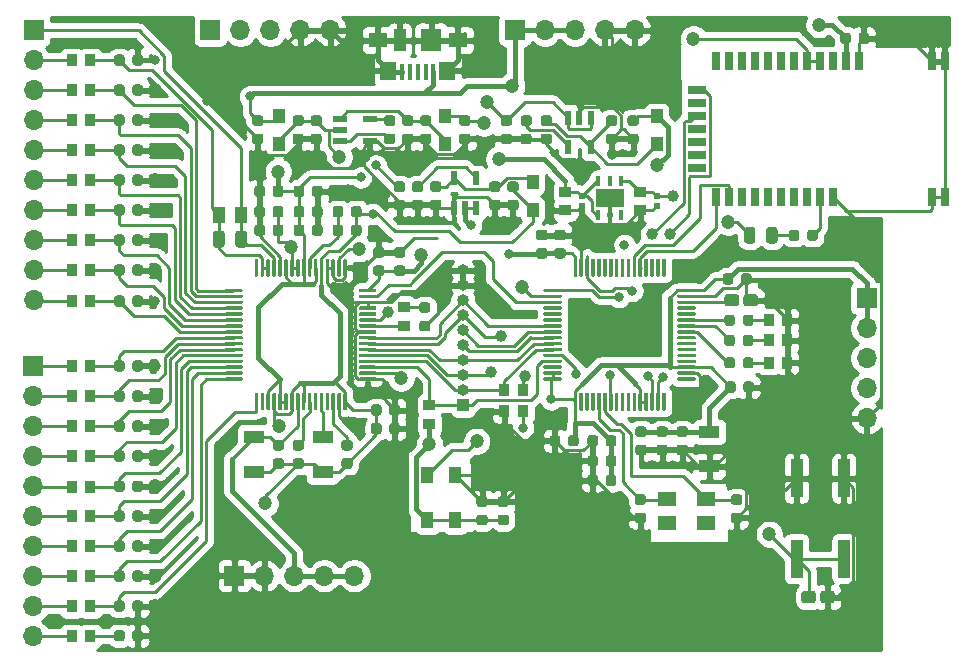
<source format=gtl>
%TF.GenerationSoftware,KiCad,Pcbnew,5.1.9-73d0e3b20d~88~ubuntu20.04.1*%
%TF.CreationDate,2021-04-29T12:20:41+03:00*%
%TF.ProjectId,eeg,6565672e-6b69-4636-9164-5f7063625858,rev?*%
%TF.SameCoordinates,Original*%
%TF.FileFunction,Copper,L1,Top*%
%TF.FilePolarity,Positive*%
%FSLAX46Y46*%
G04 Gerber Fmt 4.6, Leading zero omitted, Abs format (unit mm)*
G04 Created by KiCad (PCBNEW 5.1.9-73d0e3b20d~88~ubuntu20.04.1) date 2021-04-29 12:20:41*
%MOMM*%
%LPD*%
G01*
G04 APERTURE LIST*
%TA.AperFunction,ComponentPad*%
%ADD10O,1.700000X1.700000*%
%TD*%
%TA.AperFunction,ComponentPad*%
%ADD11R,1.700000X1.700000*%
%TD*%
%TA.AperFunction,SMDPad,CuDef*%
%ADD12R,0.940000X1.020000*%
%TD*%
%TA.AperFunction,SMDPad,CuDef*%
%ADD13R,1.020000X0.940000*%
%TD*%
%TA.AperFunction,SMDPad,CuDef*%
%ADD14R,1.000000X1.900000*%
%TD*%
%TA.AperFunction,SMDPad,CuDef*%
%ADD15R,1.800000X1.900000*%
%TD*%
%TA.AperFunction,SMDPad,CuDef*%
%ADD16R,1.650000X1.300000*%
%TD*%
%TA.AperFunction,SMDPad,CuDef*%
%ADD17R,1.425000X1.550000*%
%TD*%
%TA.AperFunction,SMDPad,CuDef*%
%ADD18R,0.450000X1.380000*%
%TD*%
%TA.AperFunction,SMDPad,CuDef*%
%ADD19R,0.590000X1.210000*%
%TD*%
%TA.AperFunction,SMDPad,CuDef*%
%ADD20R,0.980000X0.920000*%
%TD*%
%TA.AperFunction,SMDPad,CuDef*%
%ADD21R,0.600000X0.590000*%
%TD*%
%TA.AperFunction,SMDPad,CuDef*%
%ADD22R,0.400000X0.840000*%
%TD*%
%TA.AperFunction,SMDPad,CuDef*%
%ADD23R,2.365000X1.625000*%
%TD*%
%TA.AperFunction,SMDPad,CuDef*%
%ADD24R,0.700000X1.500000*%
%TD*%
%TA.AperFunction,SMDPad,CuDef*%
%ADD25R,1.500000X0.700000*%
%TD*%
%TA.AperFunction,SMDPad,CuDef*%
%ADD26R,1.600000X1.300000*%
%TD*%
%TA.AperFunction,SMDPad,CuDef*%
%ADD27R,1.060000X1.360000*%
%TD*%
%TA.AperFunction,SMDPad,CuDef*%
%ADD28R,1.210000X0.590000*%
%TD*%
%TA.AperFunction,SMDPad,CuDef*%
%ADD29R,1.770000X1.130000*%
%TD*%
%TA.AperFunction,SMDPad,CuDef*%
%ADD30R,1.000000X1.150000*%
%TD*%
%TA.AperFunction,SMDPad,CuDef*%
%ADD31R,1.060000X1.380000*%
%TD*%
%TA.AperFunction,ComponentPad*%
%ADD32O,1.000000X1.000000*%
%TD*%
%TA.AperFunction,ComponentPad*%
%ADD33R,1.000000X1.000000*%
%TD*%
%TA.AperFunction,SMDPad,CuDef*%
%ADD34R,0.990600X3.200400*%
%TD*%
%TA.AperFunction,ViaPad*%
%ADD35C,0.800000*%
%TD*%
%TA.AperFunction,ViaPad*%
%ADD36C,1.200000*%
%TD*%
%TA.AperFunction,ViaPad*%
%ADD37C,1.000000*%
%TD*%
%TA.AperFunction,Conductor*%
%ADD38C,0.250000*%
%TD*%
%TA.AperFunction,Conductor*%
%ADD39C,0.400000*%
%TD*%
%TA.AperFunction,Conductor*%
%ADD40C,0.254000*%
%TD*%
%TA.AperFunction,Conductor*%
%ADD41C,0.100000*%
%TD*%
G04 APERTURE END LIST*
D10*
%TO.P,J4,5*%
%TO.N,GNDA*%
X111925000Y-64585000D03*
%TO.P,J4,4*%
%TO.N,SWDIO*%
X111925000Y-62045000D03*
%TO.P,J4,3*%
%TO.N,SWCLK*%
X111925000Y-59505000D03*
%TO.P,J4,2*%
%TO.N,+3V3*%
X111925000Y-56965000D03*
D11*
%TO.P,J4,1*%
X111925000Y-54425000D03*
%TD*%
D12*
%TO.P,R26,2*%
%TO.N,Net-(R26-Pad2)*%
X82790000Y-64000000D03*
%TO.P,R26,1*%
%TO.N,GNDA*%
X81210000Y-64000000D03*
%TD*%
D13*
%TO.P,R32,2*%
%TO.N,Net-(D1-Pad2)*%
X72750000Y-55210000D03*
%TO.P,R32,1*%
%TO.N,Net-(R32-Pad1)*%
X72750000Y-56790000D03*
%TD*%
D12*
%TO.P,R20,2*%
%TO.N,GNDA*%
X105190000Y-56300000D03*
%TO.P,R20,1*%
%TO.N,Net-(D2-Pad1)*%
X103610000Y-56300000D03*
%TD*%
%TO.P,R21,2*%
%TO.N,GNDA*%
X105190000Y-58000000D03*
%TO.P,R21,1*%
%TO.N,Net-(D3-Pad1)*%
X103610000Y-58000000D03*
%TD*%
%TO.P,R22,2*%
%TO.N,GNDA*%
X105190000Y-59900000D03*
%TO.P,R22,1*%
%TO.N,Net-(D4-Pad1)*%
X103610000Y-59900000D03*
%TD*%
%TO.P,C80,2*%
%TO.N,GNDA*%
%TA.AperFunction,SMDPad,CuDef*%
G36*
G01*
X100650000Y-72575000D02*
X101150000Y-72575000D01*
G75*
G02*
X101375000Y-72800000I0J-225000D01*
G01*
X101375000Y-73250000D01*
G75*
G02*
X101150000Y-73475000I-225000J0D01*
G01*
X100650000Y-73475000D01*
G75*
G02*
X100425000Y-73250000I0J225000D01*
G01*
X100425000Y-72800000D01*
G75*
G02*
X100650000Y-72575000I225000J0D01*
G01*
G37*
%TD.AperFunction*%
%TO.P,C80,1*%
%TO.N,Net-(C80-Pad1)*%
%TA.AperFunction,SMDPad,CuDef*%
G36*
G01*
X100650000Y-71025000D02*
X101150000Y-71025000D01*
G75*
G02*
X101375000Y-71250000I0J-225000D01*
G01*
X101375000Y-71700000D01*
G75*
G02*
X101150000Y-71925000I-225000J0D01*
G01*
X100650000Y-71925000D01*
G75*
G02*
X100425000Y-71700000I0J225000D01*
G01*
X100425000Y-71250000D01*
G75*
G02*
X100650000Y-71025000I225000J0D01*
G01*
G37*
%TD.AperFunction*%
%TD*%
%TO.P,C81,2*%
%TO.N,GNDA*%
%TA.AperFunction,SMDPad,CuDef*%
G36*
G01*
X92500000Y-72575000D02*
X93000000Y-72575000D01*
G75*
G02*
X93225000Y-72800000I0J-225000D01*
G01*
X93225000Y-73250000D01*
G75*
G02*
X93000000Y-73475000I-225000J0D01*
G01*
X92500000Y-73475000D01*
G75*
G02*
X92275000Y-73250000I0J225000D01*
G01*
X92275000Y-72800000D01*
G75*
G02*
X92500000Y-72575000I225000J0D01*
G01*
G37*
%TD.AperFunction*%
%TO.P,C81,1*%
%TO.N,Net-(C81-Pad1)*%
%TA.AperFunction,SMDPad,CuDef*%
G36*
G01*
X92500000Y-71025000D02*
X93000000Y-71025000D01*
G75*
G02*
X93225000Y-71250000I0J-225000D01*
G01*
X93225000Y-71700000D01*
G75*
G02*
X93000000Y-71925000I-225000J0D01*
G01*
X92500000Y-71925000D01*
G75*
G02*
X92275000Y-71700000I0J225000D01*
G01*
X92275000Y-71250000D01*
G75*
G02*
X92500000Y-71025000I225000J0D01*
G01*
G37*
%TD.AperFunction*%
%TD*%
%TO.P,U1,64*%
%TO.N,+3V3*%
%TA.AperFunction,SMDPad,CuDef*%
G36*
G01*
X86020500Y-61420000D02*
X84620500Y-61420000D01*
G75*
G02*
X84545500Y-61345000I0J75000D01*
G01*
X84545500Y-61195000D01*
G75*
G02*
X84620500Y-61120000I75000J0D01*
G01*
X86020500Y-61120000D01*
G75*
G02*
X86095500Y-61195000I0J-75000D01*
G01*
X86095500Y-61345000D01*
G75*
G02*
X86020500Y-61420000I-75000J0D01*
G01*
G37*
%TD.AperFunction*%
%TO.P,U1,63*%
%TA.AperFunction,SMDPad,CuDef*%
G36*
G01*
X86020500Y-60920000D02*
X84620500Y-60920000D01*
G75*
G02*
X84545500Y-60845000I0J75000D01*
G01*
X84545500Y-60695000D01*
G75*
G02*
X84620500Y-60620000I75000J0D01*
G01*
X86020500Y-60620000D01*
G75*
G02*
X86095500Y-60695000I0J-75000D01*
G01*
X86095500Y-60845000D01*
G75*
G02*
X86020500Y-60920000I-75000J0D01*
G01*
G37*
%TD.AperFunction*%
%TO.P,U1,62*%
%TO.N,Net-(U1-Pad62)*%
%TA.AperFunction,SMDPad,CuDef*%
G36*
G01*
X86020500Y-60420000D02*
X84620500Y-60420000D01*
G75*
G02*
X84545500Y-60345000I0J75000D01*
G01*
X84545500Y-60195000D01*
G75*
G02*
X84620500Y-60120000I75000J0D01*
G01*
X86020500Y-60120000D01*
G75*
G02*
X86095500Y-60195000I0J-75000D01*
G01*
X86095500Y-60345000D01*
G75*
G02*
X86020500Y-60420000I-75000J0D01*
G01*
G37*
%TD.AperFunction*%
%TO.P,U1,61*%
%TO.N,PWDN*%
%TA.AperFunction,SMDPad,CuDef*%
G36*
G01*
X86020500Y-59920000D02*
X84620500Y-59920000D01*
G75*
G02*
X84545500Y-59845000I0J75000D01*
G01*
X84545500Y-59695000D01*
G75*
G02*
X84620500Y-59620000I75000J0D01*
G01*
X86020500Y-59620000D01*
G75*
G02*
X86095500Y-59695000I0J-75000D01*
G01*
X86095500Y-59845000D01*
G75*
G02*
X86020500Y-59920000I-75000J0D01*
G01*
G37*
%TD.AperFunction*%
%TO.P,U1,60*%
%TO.N,Net-(R26-Pad2)*%
%TA.AperFunction,SMDPad,CuDef*%
G36*
G01*
X86020500Y-59420000D02*
X84620500Y-59420000D01*
G75*
G02*
X84545500Y-59345000I0J75000D01*
G01*
X84545500Y-59195000D01*
G75*
G02*
X84620500Y-59120000I75000J0D01*
G01*
X86020500Y-59120000D01*
G75*
G02*
X86095500Y-59195000I0J-75000D01*
G01*
X86095500Y-59345000D01*
G75*
G02*
X86020500Y-59420000I-75000J0D01*
G01*
G37*
%TD.AperFunction*%
%TO.P,U1,59*%
%TO.N,RESET*%
%TA.AperFunction,SMDPad,CuDef*%
G36*
G01*
X86020500Y-58920000D02*
X84620500Y-58920000D01*
G75*
G02*
X84545500Y-58845000I0J75000D01*
G01*
X84545500Y-58695000D01*
G75*
G02*
X84620500Y-58620000I75000J0D01*
G01*
X86020500Y-58620000D01*
G75*
G02*
X86095500Y-58695000I0J-75000D01*
G01*
X86095500Y-58845000D01*
G75*
G02*
X86020500Y-58920000I-75000J0D01*
G01*
G37*
%TD.AperFunction*%
%TO.P,U1,58*%
%TO.N,START*%
%TA.AperFunction,SMDPad,CuDef*%
G36*
G01*
X86020500Y-58420000D02*
X84620500Y-58420000D01*
G75*
G02*
X84545500Y-58345000I0J75000D01*
G01*
X84545500Y-58195000D01*
G75*
G02*
X84620500Y-58120000I75000J0D01*
G01*
X86020500Y-58120000D01*
G75*
G02*
X86095500Y-58195000I0J-75000D01*
G01*
X86095500Y-58345000D01*
G75*
G02*
X86020500Y-58420000I-75000J0D01*
G01*
G37*
%TD.AperFunction*%
%TO.P,U1,57*%
%TO.N,MOSI*%
%TA.AperFunction,SMDPad,CuDef*%
G36*
G01*
X86020500Y-57920000D02*
X84620500Y-57920000D01*
G75*
G02*
X84545500Y-57845000I0J75000D01*
G01*
X84545500Y-57695000D01*
G75*
G02*
X84620500Y-57620000I75000J0D01*
G01*
X86020500Y-57620000D01*
G75*
G02*
X86095500Y-57695000I0J-75000D01*
G01*
X86095500Y-57845000D01*
G75*
G02*
X86020500Y-57920000I-75000J0D01*
G01*
G37*
%TD.AperFunction*%
%TO.P,U1,56*%
%TO.N,MISO*%
%TA.AperFunction,SMDPad,CuDef*%
G36*
G01*
X86020500Y-57420000D02*
X84620500Y-57420000D01*
G75*
G02*
X84545500Y-57345000I0J75000D01*
G01*
X84545500Y-57195000D01*
G75*
G02*
X84620500Y-57120000I75000J0D01*
G01*
X86020500Y-57120000D01*
G75*
G02*
X86095500Y-57195000I0J-75000D01*
G01*
X86095500Y-57345000D01*
G75*
G02*
X86020500Y-57420000I-75000J0D01*
G01*
G37*
%TD.AperFunction*%
%TO.P,U1,55*%
%TO.N,SCLK*%
%TA.AperFunction,SMDPad,CuDef*%
G36*
G01*
X86020500Y-56920000D02*
X84620500Y-56920000D01*
G75*
G02*
X84545500Y-56845000I0J75000D01*
G01*
X84545500Y-56695000D01*
G75*
G02*
X84620500Y-56620000I75000J0D01*
G01*
X86020500Y-56620000D01*
G75*
G02*
X86095500Y-56695000I0J-75000D01*
G01*
X86095500Y-56845000D01*
G75*
G02*
X86020500Y-56920000I-75000J0D01*
G01*
G37*
%TD.AperFunction*%
%TO.P,U1,54*%
%TO.N,Net-(U1-Pad54)*%
%TA.AperFunction,SMDPad,CuDef*%
G36*
G01*
X86020500Y-56420000D02*
X84620500Y-56420000D01*
G75*
G02*
X84545500Y-56345000I0J75000D01*
G01*
X84545500Y-56195000D01*
G75*
G02*
X84620500Y-56120000I75000J0D01*
G01*
X86020500Y-56120000D01*
G75*
G02*
X86095500Y-56195000I0J-75000D01*
G01*
X86095500Y-56345000D01*
G75*
G02*
X86020500Y-56420000I-75000J0D01*
G01*
G37*
%TD.AperFunction*%
%TO.P,U1,53*%
%TO.N,Net-(U1-Pad53)*%
%TA.AperFunction,SMDPad,CuDef*%
G36*
G01*
X86020500Y-55920000D02*
X84620500Y-55920000D01*
G75*
G02*
X84545500Y-55845000I0J75000D01*
G01*
X84545500Y-55695000D01*
G75*
G02*
X84620500Y-55620000I75000J0D01*
G01*
X86020500Y-55620000D01*
G75*
G02*
X86095500Y-55695000I0J-75000D01*
G01*
X86095500Y-55845000D01*
G75*
G02*
X86020500Y-55920000I-75000J0D01*
G01*
G37*
%TD.AperFunction*%
%TO.P,U1,52*%
%TO.N,Net-(U1-Pad52)*%
%TA.AperFunction,SMDPad,CuDef*%
G36*
G01*
X86020500Y-55420000D02*
X84620500Y-55420000D01*
G75*
G02*
X84545500Y-55345000I0J75000D01*
G01*
X84545500Y-55195000D01*
G75*
G02*
X84620500Y-55120000I75000J0D01*
G01*
X86020500Y-55120000D01*
G75*
G02*
X86095500Y-55195000I0J-75000D01*
G01*
X86095500Y-55345000D01*
G75*
G02*
X86020500Y-55420000I-75000J0D01*
G01*
G37*
%TD.AperFunction*%
%TO.P,U1,51*%
%TO.N,DRDY*%
%TA.AperFunction,SMDPad,CuDef*%
G36*
G01*
X86020500Y-54920000D02*
X84620500Y-54920000D01*
G75*
G02*
X84545500Y-54845000I0J75000D01*
G01*
X84545500Y-54695000D01*
G75*
G02*
X84620500Y-54620000I75000J0D01*
G01*
X86020500Y-54620000D01*
G75*
G02*
X86095500Y-54695000I0J-75000D01*
G01*
X86095500Y-54845000D01*
G75*
G02*
X86020500Y-54920000I-75000J0D01*
G01*
G37*
%TD.AperFunction*%
%TO.P,U1,50*%
%TO.N,CS*%
%TA.AperFunction,SMDPad,CuDef*%
G36*
G01*
X86020500Y-54420000D02*
X84620500Y-54420000D01*
G75*
G02*
X84545500Y-54345000I0J75000D01*
G01*
X84545500Y-54195000D01*
G75*
G02*
X84620500Y-54120000I75000J0D01*
G01*
X86020500Y-54120000D01*
G75*
G02*
X86095500Y-54195000I0J-75000D01*
G01*
X86095500Y-54345000D01*
G75*
G02*
X86020500Y-54420000I-75000J0D01*
G01*
G37*
%TD.AperFunction*%
%TO.P,U1,49*%
%TO.N,SWCLK*%
%TA.AperFunction,SMDPad,CuDef*%
G36*
G01*
X86020500Y-53920000D02*
X84620500Y-53920000D01*
G75*
G02*
X84545500Y-53845000I0J75000D01*
G01*
X84545500Y-53695000D01*
G75*
G02*
X84620500Y-53620000I75000J0D01*
G01*
X86020500Y-53620000D01*
G75*
G02*
X86095500Y-53695000I0J-75000D01*
G01*
X86095500Y-53845000D01*
G75*
G02*
X86020500Y-53920000I-75000J0D01*
G01*
G37*
%TD.AperFunction*%
%TO.P,U1,48*%
%TO.N,+3V3*%
%TA.AperFunction,SMDPad,CuDef*%
G36*
G01*
X87320500Y-52620000D02*
X87170500Y-52620000D01*
G75*
G02*
X87095500Y-52545000I0J75000D01*
G01*
X87095500Y-51145000D01*
G75*
G02*
X87170500Y-51070000I75000J0D01*
G01*
X87320500Y-51070000D01*
G75*
G02*
X87395500Y-51145000I0J-75000D01*
G01*
X87395500Y-52545000D01*
G75*
G02*
X87320500Y-52620000I-75000J0D01*
G01*
G37*
%TD.AperFunction*%
%TO.P,U1,47*%
%TO.N,GNDA*%
%TA.AperFunction,SMDPad,CuDef*%
G36*
G01*
X87820500Y-52620000D02*
X87670500Y-52620000D01*
G75*
G02*
X87595500Y-52545000I0J75000D01*
G01*
X87595500Y-51145000D01*
G75*
G02*
X87670500Y-51070000I75000J0D01*
G01*
X87820500Y-51070000D01*
G75*
G02*
X87895500Y-51145000I0J-75000D01*
G01*
X87895500Y-52545000D01*
G75*
G02*
X87820500Y-52620000I-75000J0D01*
G01*
G37*
%TD.AperFunction*%
%TO.P,U1,46*%
%TO.N,SWDIO*%
%TA.AperFunction,SMDPad,CuDef*%
G36*
G01*
X88320500Y-52620000D02*
X88170500Y-52620000D01*
G75*
G02*
X88095500Y-52545000I0J75000D01*
G01*
X88095500Y-51145000D01*
G75*
G02*
X88170500Y-51070000I75000J0D01*
G01*
X88320500Y-51070000D01*
G75*
G02*
X88395500Y-51145000I0J-75000D01*
G01*
X88395500Y-52545000D01*
G75*
G02*
X88320500Y-52620000I-75000J0D01*
G01*
G37*
%TD.AperFunction*%
%TO.P,U1,45*%
%TO.N,Net-(U1-Pad45)*%
%TA.AperFunction,SMDPad,CuDef*%
G36*
G01*
X88820500Y-52620000D02*
X88670500Y-52620000D01*
G75*
G02*
X88595500Y-52545000I0J75000D01*
G01*
X88595500Y-51145000D01*
G75*
G02*
X88670500Y-51070000I75000J0D01*
G01*
X88820500Y-51070000D01*
G75*
G02*
X88895500Y-51145000I0J-75000D01*
G01*
X88895500Y-52545000D01*
G75*
G02*
X88820500Y-52620000I-75000J0D01*
G01*
G37*
%TD.AperFunction*%
%TO.P,U1,44*%
%TO.N,Net-(U1-Pad44)*%
%TA.AperFunction,SMDPad,CuDef*%
G36*
G01*
X89320500Y-52620000D02*
X89170500Y-52620000D01*
G75*
G02*
X89095500Y-52545000I0J75000D01*
G01*
X89095500Y-51145000D01*
G75*
G02*
X89170500Y-51070000I75000J0D01*
G01*
X89320500Y-51070000D01*
G75*
G02*
X89395500Y-51145000I0J-75000D01*
G01*
X89395500Y-52545000D01*
G75*
G02*
X89320500Y-52620000I-75000J0D01*
G01*
G37*
%TD.AperFunction*%
%TO.P,U1,43*%
%TO.N,Net-(U1-Pad43)*%
%TA.AperFunction,SMDPad,CuDef*%
G36*
G01*
X89820500Y-52620000D02*
X89670500Y-52620000D01*
G75*
G02*
X89595500Y-52545000I0J75000D01*
G01*
X89595500Y-51145000D01*
G75*
G02*
X89670500Y-51070000I75000J0D01*
G01*
X89820500Y-51070000D01*
G75*
G02*
X89895500Y-51145000I0J-75000D01*
G01*
X89895500Y-52545000D01*
G75*
G02*
X89820500Y-52620000I-75000J0D01*
G01*
G37*
%TD.AperFunction*%
%TO.P,U1,42*%
%TO.N,Net-(U1-Pad42)*%
%TA.AperFunction,SMDPad,CuDef*%
G36*
G01*
X90320500Y-52620000D02*
X90170500Y-52620000D01*
G75*
G02*
X90095500Y-52545000I0J75000D01*
G01*
X90095500Y-51145000D01*
G75*
G02*
X90170500Y-51070000I75000J0D01*
G01*
X90320500Y-51070000D01*
G75*
G02*
X90395500Y-51145000I0J-75000D01*
G01*
X90395500Y-52545000D01*
G75*
G02*
X90320500Y-52620000I-75000J0D01*
G01*
G37*
%TD.AperFunction*%
%TO.P,U1,41*%
%TO.N,Net-(U1-Pad41)*%
%TA.AperFunction,SMDPad,CuDef*%
G36*
G01*
X90820500Y-52620000D02*
X90670500Y-52620000D01*
G75*
G02*
X90595500Y-52545000I0J75000D01*
G01*
X90595500Y-51145000D01*
G75*
G02*
X90670500Y-51070000I75000J0D01*
G01*
X90820500Y-51070000D01*
G75*
G02*
X90895500Y-51145000I0J-75000D01*
G01*
X90895500Y-52545000D01*
G75*
G02*
X90820500Y-52620000I-75000J0D01*
G01*
G37*
%TD.AperFunction*%
%TO.P,U1,40*%
%TO.N,Net-(U1-Pad40)*%
%TA.AperFunction,SMDPad,CuDef*%
G36*
G01*
X91320500Y-52620000D02*
X91170500Y-52620000D01*
G75*
G02*
X91095500Y-52545000I0J75000D01*
G01*
X91095500Y-51145000D01*
G75*
G02*
X91170500Y-51070000I75000J0D01*
G01*
X91320500Y-51070000D01*
G75*
G02*
X91395500Y-51145000I0J-75000D01*
G01*
X91395500Y-52545000D01*
G75*
G02*
X91320500Y-52620000I-75000J0D01*
G01*
G37*
%TD.AperFunction*%
%TO.P,U1,39*%
%TO.N,Net-(U1-Pad39)*%
%TA.AperFunction,SMDPad,CuDef*%
G36*
G01*
X91820500Y-52620000D02*
X91670500Y-52620000D01*
G75*
G02*
X91595500Y-52545000I0J75000D01*
G01*
X91595500Y-51145000D01*
G75*
G02*
X91670500Y-51070000I75000J0D01*
G01*
X91820500Y-51070000D01*
G75*
G02*
X91895500Y-51145000I0J-75000D01*
G01*
X91895500Y-52545000D01*
G75*
G02*
X91820500Y-52620000I-75000J0D01*
G01*
G37*
%TD.AperFunction*%
%TO.P,U1,38*%
%TO.N,/USART6_RX*%
%TA.AperFunction,SMDPad,CuDef*%
G36*
G01*
X92320500Y-52620000D02*
X92170500Y-52620000D01*
G75*
G02*
X92095500Y-52545000I0J75000D01*
G01*
X92095500Y-51145000D01*
G75*
G02*
X92170500Y-51070000I75000J0D01*
G01*
X92320500Y-51070000D01*
G75*
G02*
X92395500Y-51145000I0J-75000D01*
G01*
X92395500Y-52545000D01*
G75*
G02*
X92320500Y-52620000I-75000J0D01*
G01*
G37*
%TD.AperFunction*%
%TO.P,U1,37*%
%TO.N,/USART6_TX*%
%TA.AperFunction,SMDPad,CuDef*%
G36*
G01*
X92820500Y-52620000D02*
X92670500Y-52620000D01*
G75*
G02*
X92595500Y-52545000I0J75000D01*
G01*
X92595500Y-51145000D01*
G75*
G02*
X92670500Y-51070000I75000J0D01*
G01*
X92820500Y-51070000D01*
G75*
G02*
X92895500Y-51145000I0J-75000D01*
G01*
X92895500Y-52545000D01*
G75*
G02*
X92820500Y-52620000I-75000J0D01*
G01*
G37*
%TD.AperFunction*%
%TO.P,U1,36*%
%TO.N,Net-(U1-Pad36)*%
%TA.AperFunction,SMDPad,CuDef*%
G36*
G01*
X93320500Y-52620000D02*
X93170500Y-52620000D01*
G75*
G02*
X93095500Y-52545000I0J75000D01*
G01*
X93095500Y-51145000D01*
G75*
G02*
X93170500Y-51070000I75000J0D01*
G01*
X93320500Y-51070000D01*
G75*
G02*
X93395500Y-51145000I0J-75000D01*
G01*
X93395500Y-52545000D01*
G75*
G02*
X93320500Y-52620000I-75000J0D01*
G01*
G37*
%TD.AperFunction*%
%TO.P,U1,35*%
%TO.N,Net-(U1-Pad35)*%
%TA.AperFunction,SMDPad,CuDef*%
G36*
G01*
X93820500Y-52620000D02*
X93670500Y-52620000D01*
G75*
G02*
X93595500Y-52545000I0J75000D01*
G01*
X93595500Y-51145000D01*
G75*
G02*
X93670500Y-51070000I75000J0D01*
G01*
X93820500Y-51070000D01*
G75*
G02*
X93895500Y-51145000I0J-75000D01*
G01*
X93895500Y-52545000D01*
G75*
G02*
X93820500Y-52620000I-75000J0D01*
G01*
G37*
%TD.AperFunction*%
%TO.P,U1,34*%
%TO.N,Net-(U1-Pad34)*%
%TA.AperFunction,SMDPad,CuDef*%
G36*
G01*
X94320500Y-52620000D02*
X94170500Y-52620000D01*
G75*
G02*
X94095500Y-52545000I0J75000D01*
G01*
X94095500Y-51145000D01*
G75*
G02*
X94170500Y-51070000I75000J0D01*
G01*
X94320500Y-51070000D01*
G75*
G02*
X94395500Y-51145000I0J-75000D01*
G01*
X94395500Y-52545000D01*
G75*
G02*
X94320500Y-52620000I-75000J0D01*
G01*
G37*
%TD.AperFunction*%
%TO.P,U1,33*%
%TO.N,Net-(U1-Pad33)*%
%TA.AperFunction,SMDPad,CuDef*%
G36*
G01*
X94820500Y-52620000D02*
X94670500Y-52620000D01*
G75*
G02*
X94595500Y-52545000I0J75000D01*
G01*
X94595500Y-51145000D01*
G75*
G02*
X94670500Y-51070000I75000J0D01*
G01*
X94820500Y-51070000D01*
G75*
G02*
X94895500Y-51145000I0J-75000D01*
G01*
X94895500Y-52545000D01*
G75*
G02*
X94820500Y-52620000I-75000J0D01*
G01*
G37*
%TD.AperFunction*%
%TO.P,U1,32*%
%TO.N,+3V3*%
%TA.AperFunction,SMDPad,CuDef*%
G36*
G01*
X97370500Y-53920000D02*
X95970500Y-53920000D01*
G75*
G02*
X95895500Y-53845000I0J75000D01*
G01*
X95895500Y-53695000D01*
G75*
G02*
X95970500Y-53620000I75000J0D01*
G01*
X97370500Y-53620000D01*
G75*
G02*
X97445500Y-53695000I0J-75000D01*
G01*
X97445500Y-53845000D01*
G75*
G02*
X97370500Y-53920000I-75000J0D01*
G01*
G37*
%TD.AperFunction*%
%TO.P,U1,31*%
%TO.N,GNDA*%
%TA.AperFunction,SMDPad,CuDef*%
G36*
G01*
X97370500Y-54420000D02*
X95970500Y-54420000D01*
G75*
G02*
X95895500Y-54345000I0J75000D01*
G01*
X95895500Y-54195000D01*
G75*
G02*
X95970500Y-54120000I75000J0D01*
G01*
X97370500Y-54120000D01*
G75*
G02*
X97445500Y-54195000I0J-75000D01*
G01*
X97445500Y-54345000D01*
G75*
G02*
X97370500Y-54420000I-75000J0D01*
G01*
G37*
%TD.AperFunction*%
%TO.P,U1,30*%
%TO.N,Net-(C42-Pad1)*%
%TA.AperFunction,SMDPad,CuDef*%
G36*
G01*
X97370500Y-54920000D02*
X95970500Y-54920000D01*
G75*
G02*
X95895500Y-54845000I0J75000D01*
G01*
X95895500Y-54695000D01*
G75*
G02*
X95970500Y-54620000I75000J0D01*
G01*
X97370500Y-54620000D01*
G75*
G02*
X97445500Y-54695000I0J-75000D01*
G01*
X97445500Y-54845000D01*
G75*
G02*
X97370500Y-54920000I-75000J0D01*
G01*
G37*
%TD.AperFunction*%
%TO.P,U1,29*%
%TO.N,Net-(U1-Pad29)*%
%TA.AperFunction,SMDPad,CuDef*%
G36*
G01*
X97370500Y-55420000D02*
X95970500Y-55420000D01*
G75*
G02*
X95895500Y-55345000I0J75000D01*
G01*
X95895500Y-55195000D01*
G75*
G02*
X95970500Y-55120000I75000J0D01*
G01*
X97370500Y-55120000D01*
G75*
G02*
X97445500Y-55195000I0J-75000D01*
G01*
X97445500Y-55345000D01*
G75*
G02*
X97370500Y-55420000I-75000J0D01*
G01*
G37*
%TD.AperFunction*%
%TO.P,U1,28*%
%TO.N,Net-(U1-Pad28)*%
%TA.AperFunction,SMDPad,CuDef*%
G36*
G01*
X97370500Y-55920000D02*
X95970500Y-55920000D01*
G75*
G02*
X95895500Y-55845000I0J75000D01*
G01*
X95895500Y-55695000D01*
G75*
G02*
X95970500Y-55620000I75000J0D01*
G01*
X97370500Y-55620000D01*
G75*
G02*
X97445500Y-55695000I0J-75000D01*
G01*
X97445500Y-55845000D01*
G75*
G02*
X97370500Y-55920000I-75000J0D01*
G01*
G37*
%TD.AperFunction*%
%TO.P,U1,27*%
%TO.N,Net-(D2-Pad2)*%
%TA.AperFunction,SMDPad,CuDef*%
G36*
G01*
X97370500Y-56420000D02*
X95970500Y-56420000D01*
G75*
G02*
X95895500Y-56345000I0J75000D01*
G01*
X95895500Y-56195000D01*
G75*
G02*
X95970500Y-56120000I75000J0D01*
G01*
X97370500Y-56120000D01*
G75*
G02*
X97445500Y-56195000I0J-75000D01*
G01*
X97445500Y-56345000D01*
G75*
G02*
X97370500Y-56420000I-75000J0D01*
G01*
G37*
%TD.AperFunction*%
%TO.P,U1,26*%
%TO.N,Net-(D3-Pad2)*%
%TA.AperFunction,SMDPad,CuDef*%
G36*
G01*
X97370500Y-56920000D02*
X95970500Y-56920000D01*
G75*
G02*
X95895500Y-56845000I0J75000D01*
G01*
X95895500Y-56695000D01*
G75*
G02*
X95970500Y-56620000I75000J0D01*
G01*
X97370500Y-56620000D01*
G75*
G02*
X97445500Y-56695000I0J-75000D01*
G01*
X97445500Y-56845000D01*
G75*
G02*
X97370500Y-56920000I-75000J0D01*
G01*
G37*
%TD.AperFunction*%
%TO.P,U1,25*%
%TO.N,Net-(D4-Pad2)*%
%TA.AperFunction,SMDPad,CuDef*%
G36*
G01*
X97370500Y-57420000D02*
X95970500Y-57420000D01*
G75*
G02*
X95895500Y-57345000I0J75000D01*
G01*
X95895500Y-57195000D01*
G75*
G02*
X95970500Y-57120000I75000J0D01*
G01*
X97370500Y-57120000D01*
G75*
G02*
X97445500Y-57195000I0J-75000D01*
G01*
X97445500Y-57345000D01*
G75*
G02*
X97370500Y-57420000I-75000J0D01*
G01*
G37*
%TD.AperFunction*%
%TO.P,U1,24*%
%TO.N,Net-(U1-Pad24)*%
%TA.AperFunction,SMDPad,CuDef*%
G36*
G01*
X97370500Y-57920000D02*
X95970500Y-57920000D01*
G75*
G02*
X95895500Y-57845000I0J75000D01*
G01*
X95895500Y-57695000D01*
G75*
G02*
X95970500Y-57620000I75000J0D01*
G01*
X97370500Y-57620000D01*
G75*
G02*
X97445500Y-57695000I0J-75000D01*
G01*
X97445500Y-57845000D01*
G75*
G02*
X97370500Y-57920000I-75000J0D01*
G01*
G37*
%TD.AperFunction*%
%TO.P,U1,23*%
%TO.N,Net-(U1-Pad23)*%
%TA.AperFunction,SMDPad,CuDef*%
G36*
G01*
X97370500Y-58420000D02*
X95970500Y-58420000D01*
G75*
G02*
X95895500Y-58345000I0J75000D01*
G01*
X95895500Y-58195000D01*
G75*
G02*
X95970500Y-58120000I75000J0D01*
G01*
X97370500Y-58120000D01*
G75*
G02*
X97445500Y-58195000I0J-75000D01*
G01*
X97445500Y-58345000D01*
G75*
G02*
X97370500Y-58420000I-75000J0D01*
G01*
G37*
%TD.AperFunction*%
%TO.P,U1,22*%
%TO.N,Net-(U1-Pad22)*%
%TA.AperFunction,SMDPad,CuDef*%
G36*
G01*
X97370500Y-58920000D02*
X95970500Y-58920000D01*
G75*
G02*
X95895500Y-58845000I0J75000D01*
G01*
X95895500Y-58695000D01*
G75*
G02*
X95970500Y-58620000I75000J0D01*
G01*
X97370500Y-58620000D01*
G75*
G02*
X97445500Y-58695000I0J-75000D01*
G01*
X97445500Y-58845000D01*
G75*
G02*
X97370500Y-58920000I-75000J0D01*
G01*
G37*
%TD.AperFunction*%
%TO.P,U1,21*%
%TO.N,Net-(U1-Pad21)*%
%TA.AperFunction,SMDPad,CuDef*%
G36*
G01*
X97370500Y-59420000D02*
X95970500Y-59420000D01*
G75*
G02*
X95895500Y-59345000I0J75000D01*
G01*
X95895500Y-59195000D01*
G75*
G02*
X95970500Y-59120000I75000J0D01*
G01*
X97370500Y-59120000D01*
G75*
G02*
X97445500Y-59195000I0J-75000D01*
G01*
X97445500Y-59345000D01*
G75*
G02*
X97370500Y-59420000I-75000J0D01*
G01*
G37*
%TD.AperFunction*%
%TO.P,U1,20*%
%TO.N,Net-(U1-Pad20)*%
%TA.AperFunction,SMDPad,CuDef*%
G36*
G01*
X97370500Y-59920000D02*
X95970500Y-59920000D01*
G75*
G02*
X95895500Y-59845000I0J75000D01*
G01*
X95895500Y-59695000D01*
G75*
G02*
X95970500Y-59620000I75000J0D01*
G01*
X97370500Y-59620000D01*
G75*
G02*
X97445500Y-59695000I0J-75000D01*
G01*
X97445500Y-59845000D01*
G75*
G02*
X97370500Y-59920000I-75000J0D01*
G01*
G37*
%TD.AperFunction*%
%TO.P,U1,19*%
%TO.N,+3V3*%
%TA.AperFunction,SMDPad,CuDef*%
G36*
G01*
X97370500Y-60420000D02*
X95970500Y-60420000D01*
G75*
G02*
X95895500Y-60345000I0J75000D01*
G01*
X95895500Y-60195000D01*
G75*
G02*
X95970500Y-60120000I75000J0D01*
G01*
X97370500Y-60120000D01*
G75*
G02*
X97445500Y-60195000I0J-75000D01*
G01*
X97445500Y-60345000D01*
G75*
G02*
X97370500Y-60420000I-75000J0D01*
G01*
G37*
%TD.AperFunction*%
%TO.P,U1,18*%
%TO.N,GNDA*%
%TA.AperFunction,SMDPad,CuDef*%
G36*
G01*
X97370500Y-60920000D02*
X95970500Y-60920000D01*
G75*
G02*
X95895500Y-60845000I0J75000D01*
G01*
X95895500Y-60695000D01*
G75*
G02*
X95970500Y-60620000I75000J0D01*
G01*
X97370500Y-60620000D01*
G75*
G02*
X97445500Y-60695000I0J-75000D01*
G01*
X97445500Y-60845000D01*
G75*
G02*
X97370500Y-60920000I-75000J0D01*
G01*
G37*
%TD.AperFunction*%
%TO.P,U1,17*%
%TO.N,Net-(U1-Pad17)*%
%TA.AperFunction,SMDPad,CuDef*%
G36*
G01*
X97370500Y-61420000D02*
X95970500Y-61420000D01*
G75*
G02*
X95895500Y-61345000I0J75000D01*
G01*
X95895500Y-61195000D01*
G75*
G02*
X95970500Y-61120000I75000J0D01*
G01*
X97370500Y-61120000D01*
G75*
G02*
X97445500Y-61195000I0J-75000D01*
G01*
X97445500Y-61345000D01*
G75*
G02*
X97370500Y-61420000I-75000J0D01*
G01*
G37*
%TD.AperFunction*%
%TO.P,U1,16*%
%TO.N,Net-(U1-Pad16)*%
%TA.AperFunction,SMDPad,CuDef*%
G36*
G01*
X94820500Y-63970000D02*
X94670500Y-63970000D01*
G75*
G02*
X94595500Y-63895000I0J75000D01*
G01*
X94595500Y-62495000D01*
G75*
G02*
X94670500Y-62420000I75000J0D01*
G01*
X94820500Y-62420000D01*
G75*
G02*
X94895500Y-62495000I0J-75000D01*
G01*
X94895500Y-63895000D01*
G75*
G02*
X94820500Y-63970000I-75000J0D01*
G01*
G37*
%TD.AperFunction*%
%TO.P,U1,15*%
%TO.N,/RN46CTS*%
%TA.AperFunction,SMDPad,CuDef*%
G36*
G01*
X94320500Y-63970000D02*
X94170500Y-63970000D01*
G75*
G02*
X94095500Y-63895000I0J75000D01*
G01*
X94095500Y-62495000D01*
G75*
G02*
X94170500Y-62420000I75000J0D01*
G01*
X94320500Y-62420000D01*
G75*
G02*
X94395500Y-62495000I0J-75000D01*
G01*
X94395500Y-63895000D01*
G75*
G02*
X94320500Y-63970000I-75000J0D01*
G01*
G37*
%TD.AperFunction*%
%TO.P,U1,14*%
%TO.N,/RN46RTS*%
%TA.AperFunction,SMDPad,CuDef*%
G36*
G01*
X93820500Y-63970000D02*
X93670500Y-63970000D01*
G75*
G02*
X93595500Y-63895000I0J75000D01*
G01*
X93595500Y-62495000D01*
G75*
G02*
X93670500Y-62420000I75000J0D01*
G01*
X93820500Y-62420000D01*
G75*
G02*
X93895500Y-62495000I0J-75000D01*
G01*
X93895500Y-63895000D01*
G75*
G02*
X93820500Y-63970000I-75000J0D01*
G01*
G37*
%TD.AperFunction*%
%TO.P,U1,13*%
%TO.N,+3V3*%
%TA.AperFunction,SMDPad,CuDef*%
G36*
G01*
X93320500Y-63970000D02*
X93170500Y-63970000D01*
G75*
G02*
X93095500Y-63895000I0J75000D01*
G01*
X93095500Y-62495000D01*
G75*
G02*
X93170500Y-62420000I75000J0D01*
G01*
X93320500Y-62420000D01*
G75*
G02*
X93395500Y-62495000I0J-75000D01*
G01*
X93395500Y-63895000D01*
G75*
G02*
X93320500Y-63970000I-75000J0D01*
G01*
G37*
%TD.AperFunction*%
%TO.P,U1,12*%
%TA.AperFunction,SMDPad,CuDef*%
G36*
G01*
X92820500Y-63970000D02*
X92670500Y-63970000D01*
G75*
G02*
X92595500Y-63895000I0J75000D01*
G01*
X92595500Y-62495000D01*
G75*
G02*
X92670500Y-62420000I75000J0D01*
G01*
X92820500Y-62420000D01*
G75*
G02*
X92895500Y-62495000I0J-75000D01*
G01*
X92895500Y-63895000D01*
G75*
G02*
X92820500Y-63970000I-75000J0D01*
G01*
G37*
%TD.AperFunction*%
%TO.P,U1,11*%
%TO.N,Net-(U1-Pad11)*%
%TA.AperFunction,SMDPad,CuDef*%
G36*
G01*
X92320500Y-63970000D02*
X92170500Y-63970000D01*
G75*
G02*
X92095500Y-63895000I0J75000D01*
G01*
X92095500Y-62495000D01*
G75*
G02*
X92170500Y-62420000I75000J0D01*
G01*
X92320500Y-62420000D01*
G75*
G02*
X92395500Y-62495000I0J-75000D01*
G01*
X92395500Y-63895000D01*
G75*
G02*
X92320500Y-63970000I-75000J0D01*
G01*
G37*
%TD.AperFunction*%
%TO.P,U1,10*%
%TO.N,Net-(U1-Pad10)*%
%TA.AperFunction,SMDPad,CuDef*%
G36*
G01*
X91820500Y-63970000D02*
X91670500Y-63970000D01*
G75*
G02*
X91595500Y-63895000I0J75000D01*
G01*
X91595500Y-62495000D01*
G75*
G02*
X91670500Y-62420000I75000J0D01*
G01*
X91820500Y-62420000D01*
G75*
G02*
X91895500Y-62495000I0J-75000D01*
G01*
X91895500Y-63895000D01*
G75*
G02*
X91820500Y-63970000I-75000J0D01*
G01*
G37*
%TD.AperFunction*%
%TO.P,U1,9*%
%TO.N,Net-(U1-Pad9)*%
%TA.AperFunction,SMDPad,CuDef*%
G36*
G01*
X91320500Y-63970000D02*
X91170500Y-63970000D01*
G75*
G02*
X91095500Y-63895000I0J75000D01*
G01*
X91095500Y-62495000D01*
G75*
G02*
X91170500Y-62420000I75000J0D01*
G01*
X91320500Y-62420000D01*
G75*
G02*
X91395500Y-62495000I0J-75000D01*
G01*
X91395500Y-63895000D01*
G75*
G02*
X91320500Y-63970000I-75000J0D01*
G01*
G37*
%TD.AperFunction*%
%TO.P,U1,8*%
%TO.N,Net-(U1-Pad8)*%
%TA.AperFunction,SMDPad,CuDef*%
G36*
G01*
X90820500Y-63970000D02*
X90670500Y-63970000D01*
G75*
G02*
X90595500Y-63895000I0J75000D01*
G01*
X90595500Y-62495000D01*
G75*
G02*
X90670500Y-62420000I75000J0D01*
G01*
X90820500Y-62420000D01*
G75*
G02*
X90895500Y-62495000I0J-75000D01*
G01*
X90895500Y-63895000D01*
G75*
G02*
X90820500Y-63970000I-75000J0D01*
G01*
G37*
%TD.AperFunction*%
%TO.P,U1,7*%
%TO.N,Net-(C83-Pad1)*%
%TA.AperFunction,SMDPad,CuDef*%
G36*
G01*
X90320500Y-63970000D02*
X90170500Y-63970000D01*
G75*
G02*
X90095500Y-63895000I0J75000D01*
G01*
X90095500Y-62495000D01*
G75*
G02*
X90170500Y-62420000I75000J0D01*
G01*
X90320500Y-62420000D01*
G75*
G02*
X90395500Y-62495000I0J-75000D01*
G01*
X90395500Y-63895000D01*
G75*
G02*
X90320500Y-63970000I-75000J0D01*
G01*
G37*
%TD.AperFunction*%
%TO.P,U1,6*%
%TO.N,Net-(C80-Pad1)*%
%TA.AperFunction,SMDPad,CuDef*%
G36*
G01*
X89820500Y-63970000D02*
X89670500Y-63970000D01*
G75*
G02*
X89595500Y-63895000I0J75000D01*
G01*
X89595500Y-62495000D01*
G75*
G02*
X89670500Y-62420000I75000J0D01*
G01*
X89820500Y-62420000D01*
G75*
G02*
X89895500Y-62495000I0J-75000D01*
G01*
X89895500Y-63895000D01*
G75*
G02*
X89820500Y-63970000I-75000J0D01*
G01*
G37*
%TD.AperFunction*%
%TO.P,U1,5*%
%TO.N,Net-(C81-Pad1)*%
%TA.AperFunction,SMDPad,CuDef*%
G36*
G01*
X89320500Y-63970000D02*
X89170500Y-63970000D01*
G75*
G02*
X89095500Y-63895000I0J75000D01*
G01*
X89095500Y-62495000D01*
G75*
G02*
X89170500Y-62420000I75000J0D01*
G01*
X89320500Y-62420000D01*
G75*
G02*
X89395500Y-62495000I0J-75000D01*
G01*
X89395500Y-63895000D01*
G75*
G02*
X89320500Y-63970000I-75000J0D01*
G01*
G37*
%TD.AperFunction*%
%TO.P,U1,4*%
%TO.N,Net-(U1-Pad4)*%
%TA.AperFunction,SMDPad,CuDef*%
G36*
G01*
X88820500Y-63970000D02*
X88670500Y-63970000D01*
G75*
G02*
X88595500Y-63895000I0J75000D01*
G01*
X88595500Y-62495000D01*
G75*
G02*
X88670500Y-62420000I75000J0D01*
G01*
X88820500Y-62420000D01*
G75*
G02*
X88895500Y-62495000I0J-75000D01*
G01*
X88895500Y-63895000D01*
G75*
G02*
X88820500Y-63970000I-75000J0D01*
G01*
G37*
%TD.AperFunction*%
%TO.P,U1,3*%
%TO.N,Net-(U1-Pad3)*%
%TA.AperFunction,SMDPad,CuDef*%
G36*
G01*
X88320500Y-63970000D02*
X88170500Y-63970000D01*
G75*
G02*
X88095500Y-63895000I0J75000D01*
G01*
X88095500Y-62495000D01*
G75*
G02*
X88170500Y-62420000I75000J0D01*
G01*
X88320500Y-62420000D01*
G75*
G02*
X88395500Y-62495000I0J-75000D01*
G01*
X88395500Y-63895000D01*
G75*
G02*
X88320500Y-63970000I-75000J0D01*
G01*
G37*
%TD.AperFunction*%
%TO.P,U1,2*%
%TO.N,Net-(U1-Pad2)*%
%TA.AperFunction,SMDPad,CuDef*%
G36*
G01*
X87820500Y-63970000D02*
X87670500Y-63970000D01*
G75*
G02*
X87595500Y-63895000I0J75000D01*
G01*
X87595500Y-62495000D01*
G75*
G02*
X87670500Y-62420000I75000J0D01*
G01*
X87820500Y-62420000D01*
G75*
G02*
X87895500Y-62495000I0J-75000D01*
G01*
X87895500Y-63895000D01*
G75*
G02*
X87820500Y-63970000I-75000J0D01*
G01*
G37*
%TD.AperFunction*%
%TO.P,U1,1*%
%TO.N,+3V3*%
%TA.AperFunction,SMDPad,CuDef*%
G36*
G01*
X87320500Y-63970000D02*
X87170500Y-63970000D01*
G75*
G02*
X87095500Y-63895000I0J75000D01*
G01*
X87095500Y-62495000D01*
G75*
G02*
X87170500Y-62420000I75000J0D01*
G01*
X87320500Y-62420000D01*
G75*
G02*
X87395500Y-62495000I0J-75000D01*
G01*
X87395500Y-63895000D01*
G75*
G02*
X87320500Y-63970000I-75000J0D01*
G01*
G37*
%TD.AperFunction*%
%TD*%
D14*
%TO.P,J10,6*%
%TO.N,GNDA*%
X72364000Y-32582000D03*
D15*
X75064000Y-32582000D03*
D16*
X70539000Y-32582000D03*
X77289000Y-32582000D03*
D17*
X71426500Y-35157000D03*
X76401500Y-35157000D03*
D18*
%TO.P,J10,5*%
X72614000Y-35242000D03*
%TO.P,J10,4*%
%TO.N,Net-(J10-Pad4)*%
X73264000Y-35242000D03*
%TO.P,J10,3*%
%TO.N,Net-(J10-Pad3)*%
X73914000Y-35242000D03*
%TO.P,J10,2*%
%TO.N,Net-(J10-Pad2)*%
X74564000Y-35242000D03*
%TO.P,J10,1*%
%TO.N,+5V*%
X75214000Y-35242000D03*
%TD*%
%TO.P,D1,2*%
%TO.N,Net-(D1-Pad2)*%
%TA.AperFunction,SMDPad,CuDef*%
G36*
G01*
X74756250Y-55650000D02*
X74243750Y-55650000D01*
G75*
G02*
X74025000Y-55431250I0J218750D01*
G01*
X74025000Y-54993750D01*
G75*
G02*
X74243750Y-54775000I218750J0D01*
G01*
X74756250Y-54775000D01*
G75*
G02*
X74975000Y-54993750I0J-218750D01*
G01*
X74975000Y-55431250D01*
G75*
G02*
X74756250Y-55650000I-218750J0D01*
G01*
G37*
%TD.AperFunction*%
%TO.P,D1,1*%
%TO.N,GNDA*%
%TA.AperFunction,SMDPad,CuDef*%
G36*
G01*
X74756250Y-57225000D02*
X74243750Y-57225000D01*
G75*
G02*
X74025000Y-57006250I0J218750D01*
G01*
X74025000Y-56568750D01*
G75*
G02*
X74243750Y-56350000I218750J0D01*
G01*
X74756250Y-56350000D01*
G75*
G02*
X74975000Y-56568750I0J-218750D01*
G01*
X74975000Y-57006250D01*
G75*
G02*
X74756250Y-57225000I-218750J0D01*
G01*
G37*
%TD.AperFunction*%
%TD*%
%TO.P,D4,2*%
%TO.N,Net-(D4-Pad2)*%
%TA.AperFunction,SMDPad,CuDef*%
G36*
G01*
X100750000Y-59643750D02*
X100750000Y-60156250D01*
G75*
G02*
X100531250Y-60375000I-218750J0D01*
G01*
X100093750Y-60375000D01*
G75*
G02*
X99875000Y-60156250I0J218750D01*
G01*
X99875000Y-59643750D01*
G75*
G02*
X100093750Y-59425000I218750J0D01*
G01*
X100531250Y-59425000D01*
G75*
G02*
X100750000Y-59643750I0J-218750D01*
G01*
G37*
%TD.AperFunction*%
%TO.P,D4,1*%
%TO.N,Net-(D4-Pad1)*%
%TA.AperFunction,SMDPad,CuDef*%
G36*
G01*
X102325000Y-59643750D02*
X102325000Y-60156250D01*
G75*
G02*
X102106250Y-60375000I-218750J0D01*
G01*
X101668750Y-60375000D01*
G75*
G02*
X101450000Y-60156250I0J218750D01*
G01*
X101450000Y-59643750D01*
G75*
G02*
X101668750Y-59425000I218750J0D01*
G01*
X102106250Y-59425000D01*
G75*
G02*
X102325000Y-59643750I0J-218750D01*
G01*
G37*
%TD.AperFunction*%
%TD*%
%TO.P,D3,2*%
%TO.N,Net-(D3-Pad2)*%
%TA.AperFunction,SMDPad,CuDef*%
G36*
G01*
X100750000Y-57743750D02*
X100750000Y-58256250D01*
G75*
G02*
X100531250Y-58475000I-218750J0D01*
G01*
X100093750Y-58475000D01*
G75*
G02*
X99875000Y-58256250I0J218750D01*
G01*
X99875000Y-57743750D01*
G75*
G02*
X100093750Y-57525000I218750J0D01*
G01*
X100531250Y-57525000D01*
G75*
G02*
X100750000Y-57743750I0J-218750D01*
G01*
G37*
%TD.AperFunction*%
%TO.P,D3,1*%
%TO.N,Net-(D3-Pad1)*%
%TA.AperFunction,SMDPad,CuDef*%
G36*
G01*
X102325000Y-57743750D02*
X102325000Y-58256250D01*
G75*
G02*
X102106250Y-58475000I-218750J0D01*
G01*
X101668750Y-58475000D01*
G75*
G02*
X101450000Y-58256250I0J218750D01*
G01*
X101450000Y-57743750D01*
G75*
G02*
X101668750Y-57525000I218750J0D01*
G01*
X102106250Y-57525000D01*
G75*
G02*
X102325000Y-57743750I0J-218750D01*
G01*
G37*
%TD.AperFunction*%
%TD*%
%TO.P,D2,2*%
%TO.N,Net-(D2-Pad2)*%
%TA.AperFunction,SMDPad,CuDef*%
G36*
G01*
X100750000Y-56043750D02*
X100750000Y-56556250D01*
G75*
G02*
X100531250Y-56775000I-218750J0D01*
G01*
X100093750Y-56775000D01*
G75*
G02*
X99875000Y-56556250I0J218750D01*
G01*
X99875000Y-56043750D01*
G75*
G02*
X100093750Y-55825000I218750J0D01*
G01*
X100531250Y-55825000D01*
G75*
G02*
X100750000Y-56043750I0J-218750D01*
G01*
G37*
%TD.AperFunction*%
%TO.P,D2,1*%
%TO.N,Net-(D2-Pad1)*%
%TA.AperFunction,SMDPad,CuDef*%
G36*
G01*
X102325000Y-56043750D02*
X102325000Y-56556250D01*
G75*
G02*
X102106250Y-56775000I-218750J0D01*
G01*
X101668750Y-56775000D01*
G75*
G02*
X101450000Y-56556250I0J218750D01*
G01*
X101450000Y-56043750D01*
G75*
G02*
X101668750Y-55825000I218750J0D01*
G01*
X102106250Y-55825000D01*
G75*
G02*
X102325000Y-56043750I0J-218750D01*
G01*
G37*
%TD.AperFunction*%
%TD*%
%TO.P,D7,2*%
%TO.N,Net-(D7-Pad2)*%
%TA.AperFunction,SMDPad,CuDef*%
G36*
G01*
X106200000Y-48843750D02*
X106200000Y-49356250D01*
G75*
G02*
X105981250Y-49575000I-218750J0D01*
G01*
X105543750Y-49575000D01*
G75*
G02*
X105325000Y-49356250I0J218750D01*
G01*
X105325000Y-48843750D01*
G75*
G02*
X105543750Y-48625000I218750J0D01*
G01*
X105981250Y-48625000D01*
G75*
G02*
X106200000Y-48843750I0J-218750D01*
G01*
G37*
%TD.AperFunction*%
%TO.P,D7,1*%
%TO.N,Net-(D7-Pad1)*%
%TA.AperFunction,SMDPad,CuDef*%
G36*
G01*
X107775000Y-48843750D02*
X107775000Y-49356250D01*
G75*
G02*
X107556250Y-49575000I-218750J0D01*
G01*
X107118750Y-49575000D01*
G75*
G02*
X106900000Y-49356250I0J218750D01*
G01*
X106900000Y-48843750D01*
G75*
G02*
X107118750Y-48625000I218750J0D01*
G01*
X107556250Y-48625000D01*
G75*
G02*
X107775000Y-48843750I0J-218750D01*
G01*
G37*
%TD.AperFunction*%
%TD*%
D19*
%TO.P,U5,1*%
%TO.N,Net-(C105-Pad1)*%
X88538000Y-39146500D03*
%TO.P,U5,2*%
%TO.N,GNDA*%
X87588000Y-39146500D03*
%TO.P,U5,3*%
%TO.N,Net-(C105-Pad1)*%
X86638000Y-39146500D03*
%TO.P,U5,4*%
%TO.N,Net-(C112-Pad1)*%
X86638000Y-41656500D03*
%TO.P,U5,5*%
%TO.N,Net-(C113-Pad1)*%
X88538000Y-41656500D03*
%TD*%
%TO.P,U2,64*%
%TO.N,Net-(U2-Pad64)*%
%TA.AperFunction,SMDPad,CuDef*%
G36*
G01*
X60100000Y-52520000D02*
X60100000Y-51195000D01*
G75*
G02*
X60175000Y-51120000I75000J0D01*
G01*
X60325000Y-51120000D01*
G75*
G02*
X60400000Y-51195000I0J-75000D01*
G01*
X60400000Y-52520000D01*
G75*
G02*
X60325000Y-52595000I-75000J0D01*
G01*
X60175000Y-52595000D01*
G75*
G02*
X60100000Y-52520000I0J75000D01*
G01*
G37*
%TD.AperFunction*%
%TO.P,U2,63*%
%TO.N,/BIASIN*%
%TA.AperFunction,SMDPad,CuDef*%
G36*
G01*
X60600000Y-52520000D02*
X60600000Y-51195000D01*
G75*
G02*
X60675000Y-51120000I75000J0D01*
G01*
X60825000Y-51120000D01*
G75*
G02*
X60900000Y-51195000I0J-75000D01*
G01*
X60900000Y-52520000D01*
G75*
G02*
X60825000Y-52595000I-75000J0D01*
G01*
X60675000Y-52595000D01*
G75*
G02*
X60600000Y-52520000I0J75000D01*
G01*
G37*
%TD.AperFunction*%
%TO.P,U2,62*%
%TA.AperFunction,SMDPad,CuDef*%
G36*
G01*
X61100000Y-52520000D02*
X61100000Y-51195000D01*
G75*
G02*
X61175000Y-51120000I75000J0D01*
G01*
X61325000Y-51120000D01*
G75*
G02*
X61400000Y-51195000I0J-75000D01*
G01*
X61400000Y-52520000D01*
G75*
G02*
X61325000Y-52595000I-75000J0D01*
G01*
X61175000Y-52595000D01*
G75*
G02*
X61100000Y-52520000I0J75000D01*
G01*
G37*
%TD.AperFunction*%
%TO.P,U2,61*%
%TO.N,/BIASINV*%
%TA.AperFunction,SMDPad,CuDef*%
G36*
G01*
X61600000Y-52520000D02*
X61600000Y-51195000D01*
G75*
G02*
X61675000Y-51120000I75000J0D01*
G01*
X61825000Y-51120000D01*
G75*
G02*
X61900000Y-51195000I0J-75000D01*
G01*
X61900000Y-52520000D01*
G75*
G02*
X61825000Y-52595000I-75000J0D01*
G01*
X61675000Y-52595000D01*
G75*
G02*
X61600000Y-52520000I0J75000D01*
G01*
G37*
%TD.AperFunction*%
%TO.P,U2,60*%
%TO.N,GNDA*%
%TA.AperFunction,SMDPad,CuDef*%
G36*
G01*
X62100000Y-52520000D02*
X62100000Y-51195000D01*
G75*
G02*
X62175000Y-51120000I75000J0D01*
G01*
X62325000Y-51120000D01*
G75*
G02*
X62400000Y-51195000I0J-75000D01*
G01*
X62400000Y-52520000D01*
G75*
G02*
X62325000Y-52595000I-75000J0D01*
G01*
X62175000Y-52595000D01*
G75*
G02*
X62100000Y-52520000I0J75000D01*
G01*
G37*
%TD.AperFunction*%
%TO.P,U2,59*%
%TO.N,+2V5*%
%TA.AperFunction,SMDPad,CuDef*%
G36*
G01*
X62600000Y-52520000D02*
X62600000Y-51195000D01*
G75*
G02*
X62675000Y-51120000I75000J0D01*
G01*
X62825000Y-51120000D01*
G75*
G02*
X62900000Y-51195000I0J-75000D01*
G01*
X62900000Y-52520000D01*
G75*
G02*
X62825000Y-52595000I-75000J0D01*
G01*
X62675000Y-52595000D01*
G75*
G02*
X62600000Y-52520000I0J75000D01*
G01*
G37*
%TD.AperFunction*%
%TO.P,U2,58*%
%TO.N,-2V5*%
%TA.AperFunction,SMDPad,CuDef*%
G36*
G01*
X63100000Y-52520000D02*
X63100000Y-51195000D01*
G75*
G02*
X63175000Y-51120000I75000J0D01*
G01*
X63325000Y-51120000D01*
G75*
G02*
X63400000Y-51195000I0J-75000D01*
G01*
X63400000Y-52520000D01*
G75*
G02*
X63325000Y-52595000I-75000J0D01*
G01*
X63175000Y-52595000D01*
G75*
G02*
X63100000Y-52520000I0J75000D01*
G01*
G37*
%TD.AperFunction*%
%TO.P,U2,57*%
%TA.AperFunction,SMDPad,CuDef*%
G36*
G01*
X63600000Y-52520000D02*
X63600000Y-51195000D01*
G75*
G02*
X63675000Y-51120000I75000J0D01*
G01*
X63825000Y-51120000D01*
G75*
G02*
X63900000Y-51195000I0J-75000D01*
G01*
X63900000Y-52520000D01*
G75*
G02*
X63825000Y-52595000I-75000J0D01*
G01*
X63675000Y-52595000D01*
G75*
G02*
X63600000Y-52520000I0J75000D01*
G01*
G37*
%TD.AperFunction*%
%TO.P,U2,56*%
%TO.N,+2V5*%
%TA.AperFunction,SMDPad,CuDef*%
G36*
G01*
X64100000Y-52520000D02*
X64100000Y-51195000D01*
G75*
G02*
X64175000Y-51120000I75000J0D01*
G01*
X64325000Y-51120000D01*
G75*
G02*
X64400000Y-51195000I0J-75000D01*
G01*
X64400000Y-52520000D01*
G75*
G02*
X64325000Y-52595000I-75000J0D01*
G01*
X64175000Y-52595000D01*
G75*
G02*
X64100000Y-52520000I0J75000D01*
G01*
G37*
%TD.AperFunction*%
%TO.P,U2,55*%
%TO.N,/VCAP3*%
%TA.AperFunction,SMDPad,CuDef*%
G36*
G01*
X64600000Y-52520000D02*
X64600000Y-51195000D01*
G75*
G02*
X64675000Y-51120000I75000J0D01*
G01*
X64825000Y-51120000D01*
G75*
G02*
X64900000Y-51195000I0J-75000D01*
G01*
X64900000Y-52520000D01*
G75*
G02*
X64825000Y-52595000I-75000J0D01*
G01*
X64675000Y-52595000D01*
G75*
G02*
X64600000Y-52520000I0J75000D01*
G01*
G37*
%TD.AperFunction*%
%TO.P,U2,54*%
%TO.N,+2V5*%
%TA.AperFunction,SMDPad,CuDef*%
G36*
G01*
X65100000Y-52520000D02*
X65100000Y-51195000D01*
G75*
G02*
X65175000Y-51120000I75000J0D01*
G01*
X65325000Y-51120000D01*
G75*
G02*
X65400000Y-51195000I0J-75000D01*
G01*
X65400000Y-52520000D01*
G75*
G02*
X65325000Y-52595000I-75000J0D01*
G01*
X65175000Y-52595000D01*
G75*
G02*
X65100000Y-52520000I0J75000D01*
G01*
G37*
%TD.AperFunction*%
%TO.P,U2,53*%
%TO.N,-2V5*%
%TA.AperFunction,SMDPad,CuDef*%
G36*
G01*
X65600000Y-52520000D02*
X65600000Y-51195000D01*
G75*
G02*
X65675000Y-51120000I75000J0D01*
G01*
X65825000Y-51120000D01*
G75*
G02*
X65900000Y-51195000I0J-75000D01*
G01*
X65900000Y-52520000D01*
G75*
G02*
X65825000Y-52595000I-75000J0D01*
G01*
X65675000Y-52595000D01*
G75*
G02*
X65600000Y-52520000I0J75000D01*
G01*
G37*
%TD.AperFunction*%
%TO.P,U2,52*%
%TO.N,GNDA*%
%TA.AperFunction,SMDPad,CuDef*%
G36*
G01*
X66100000Y-52520000D02*
X66100000Y-51195000D01*
G75*
G02*
X66175000Y-51120000I75000J0D01*
G01*
X66325000Y-51120000D01*
G75*
G02*
X66400000Y-51195000I0J-75000D01*
G01*
X66400000Y-52520000D01*
G75*
G02*
X66325000Y-52595000I-75000J0D01*
G01*
X66175000Y-52595000D01*
G75*
G02*
X66100000Y-52520000I0J75000D01*
G01*
G37*
%TD.AperFunction*%
%TO.P,U2,51*%
%TA.AperFunction,SMDPad,CuDef*%
G36*
G01*
X66600000Y-52520000D02*
X66600000Y-51195000D01*
G75*
G02*
X66675000Y-51120000I75000J0D01*
G01*
X66825000Y-51120000D01*
G75*
G02*
X66900000Y-51195000I0J-75000D01*
G01*
X66900000Y-52520000D01*
G75*
G02*
X66825000Y-52595000I-75000J0D01*
G01*
X66675000Y-52595000D01*
G75*
G02*
X66600000Y-52520000I0J75000D01*
G01*
G37*
%TD.AperFunction*%
%TO.P,U2,50*%
%TO.N,+3V3*%
%TA.AperFunction,SMDPad,CuDef*%
G36*
G01*
X67100000Y-52520000D02*
X67100000Y-51195000D01*
G75*
G02*
X67175000Y-51120000I75000J0D01*
G01*
X67325000Y-51120000D01*
G75*
G02*
X67400000Y-51195000I0J-75000D01*
G01*
X67400000Y-52520000D01*
G75*
G02*
X67325000Y-52595000I-75000J0D01*
G01*
X67175000Y-52595000D01*
G75*
G02*
X67100000Y-52520000I0J75000D01*
G01*
G37*
%TD.AperFunction*%
%TO.P,U2,49*%
%TO.N,GNDA*%
%TA.AperFunction,SMDPad,CuDef*%
G36*
G01*
X67600000Y-52520000D02*
X67600000Y-51195000D01*
G75*
G02*
X67675000Y-51120000I75000J0D01*
G01*
X67825000Y-51120000D01*
G75*
G02*
X67900000Y-51195000I0J-75000D01*
G01*
X67900000Y-52520000D01*
G75*
G02*
X67825000Y-52595000I-75000J0D01*
G01*
X67675000Y-52595000D01*
G75*
G02*
X67600000Y-52520000I0J75000D01*
G01*
G37*
%TD.AperFunction*%
%TO.P,U2,48*%
%TO.N,+3V3*%
%TA.AperFunction,SMDPad,CuDef*%
G36*
G01*
X68925000Y-53845000D02*
X68925000Y-53695000D01*
G75*
G02*
X69000000Y-53620000I75000J0D01*
G01*
X70325000Y-53620000D01*
G75*
G02*
X70400000Y-53695000I0J-75000D01*
G01*
X70400000Y-53845000D01*
G75*
G02*
X70325000Y-53920000I-75000J0D01*
G01*
X69000000Y-53920000D01*
G75*
G02*
X68925000Y-53845000I0J75000D01*
G01*
G37*
%TD.AperFunction*%
%TO.P,U2,47*%
%TO.N,DRDY*%
%TA.AperFunction,SMDPad,CuDef*%
G36*
G01*
X68925000Y-54345000D02*
X68925000Y-54195000D01*
G75*
G02*
X69000000Y-54120000I75000J0D01*
G01*
X70325000Y-54120000D01*
G75*
G02*
X70400000Y-54195000I0J-75000D01*
G01*
X70400000Y-54345000D01*
G75*
G02*
X70325000Y-54420000I-75000J0D01*
G01*
X69000000Y-54420000D01*
G75*
G02*
X68925000Y-54345000I0J75000D01*
G01*
G37*
%TD.AperFunction*%
%TO.P,U2,46*%
%TO.N,GNDA*%
%TA.AperFunction,SMDPad,CuDef*%
G36*
G01*
X68925000Y-54845000D02*
X68925000Y-54695000D01*
G75*
G02*
X69000000Y-54620000I75000J0D01*
G01*
X70325000Y-54620000D01*
G75*
G02*
X70400000Y-54695000I0J-75000D01*
G01*
X70400000Y-54845000D01*
G75*
G02*
X70325000Y-54920000I-75000J0D01*
G01*
X69000000Y-54920000D01*
G75*
G02*
X68925000Y-54845000I0J75000D01*
G01*
G37*
%TD.AperFunction*%
%TO.P,U2,45*%
%TA.AperFunction,SMDPad,CuDef*%
G36*
G01*
X68925000Y-55345000D02*
X68925000Y-55195000D01*
G75*
G02*
X69000000Y-55120000I75000J0D01*
G01*
X70325000Y-55120000D01*
G75*
G02*
X70400000Y-55195000I0J-75000D01*
G01*
X70400000Y-55345000D01*
G75*
G02*
X70325000Y-55420000I-75000J0D01*
G01*
X69000000Y-55420000D01*
G75*
G02*
X68925000Y-55345000I0J75000D01*
G01*
G37*
%TD.AperFunction*%
%TO.P,U2,44*%
%TO.N,Net-(U2-Pad44)*%
%TA.AperFunction,SMDPad,CuDef*%
G36*
G01*
X68925000Y-55845000D02*
X68925000Y-55695000D01*
G75*
G02*
X69000000Y-55620000I75000J0D01*
G01*
X70325000Y-55620000D01*
G75*
G02*
X70400000Y-55695000I0J-75000D01*
G01*
X70400000Y-55845000D01*
G75*
G02*
X70325000Y-55920000I-75000J0D01*
G01*
X69000000Y-55920000D01*
G75*
G02*
X68925000Y-55845000I0J75000D01*
G01*
G37*
%TD.AperFunction*%
%TO.P,U2,43*%
%TO.N,MISO*%
%TA.AperFunction,SMDPad,CuDef*%
G36*
G01*
X68925000Y-56345000D02*
X68925000Y-56195000D01*
G75*
G02*
X69000000Y-56120000I75000J0D01*
G01*
X70325000Y-56120000D01*
G75*
G02*
X70400000Y-56195000I0J-75000D01*
G01*
X70400000Y-56345000D01*
G75*
G02*
X70325000Y-56420000I-75000J0D01*
G01*
X69000000Y-56420000D01*
G75*
G02*
X68925000Y-56345000I0J75000D01*
G01*
G37*
%TD.AperFunction*%
%TO.P,U2,42*%
%TO.N,Net-(R32-Pad1)*%
%TA.AperFunction,SMDPad,CuDef*%
G36*
G01*
X68925000Y-56845000D02*
X68925000Y-56695000D01*
G75*
G02*
X69000000Y-56620000I75000J0D01*
G01*
X70325000Y-56620000D01*
G75*
G02*
X70400000Y-56695000I0J-75000D01*
G01*
X70400000Y-56845000D01*
G75*
G02*
X70325000Y-56920000I-75000J0D01*
G01*
X69000000Y-56920000D01*
G75*
G02*
X68925000Y-56845000I0J75000D01*
G01*
G37*
%TD.AperFunction*%
%TO.P,U2,41*%
%TO.N,GNDA*%
%TA.AperFunction,SMDPad,CuDef*%
G36*
G01*
X68925000Y-57345000D02*
X68925000Y-57195000D01*
G75*
G02*
X69000000Y-57120000I75000J0D01*
G01*
X70325000Y-57120000D01*
G75*
G02*
X70400000Y-57195000I0J-75000D01*
G01*
X70400000Y-57345000D01*
G75*
G02*
X70325000Y-57420000I-75000J0D01*
G01*
X69000000Y-57420000D01*
G75*
G02*
X68925000Y-57345000I0J75000D01*
G01*
G37*
%TD.AperFunction*%
%TO.P,U2,40*%
%TO.N,SCLK*%
%TA.AperFunction,SMDPad,CuDef*%
G36*
G01*
X68925000Y-57845000D02*
X68925000Y-57695000D01*
G75*
G02*
X69000000Y-57620000I75000J0D01*
G01*
X70325000Y-57620000D01*
G75*
G02*
X70400000Y-57695000I0J-75000D01*
G01*
X70400000Y-57845000D01*
G75*
G02*
X70325000Y-57920000I-75000J0D01*
G01*
X69000000Y-57920000D01*
G75*
G02*
X68925000Y-57845000I0J75000D01*
G01*
G37*
%TD.AperFunction*%
%TO.P,U2,39*%
%TO.N,CS*%
%TA.AperFunction,SMDPad,CuDef*%
G36*
G01*
X68925000Y-58345000D02*
X68925000Y-58195000D01*
G75*
G02*
X69000000Y-58120000I75000J0D01*
G01*
X70325000Y-58120000D01*
G75*
G02*
X70400000Y-58195000I0J-75000D01*
G01*
X70400000Y-58345000D01*
G75*
G02*
X70325000Y-58420000I-75000J0D01*
G01*
X69000000Y-58420000D01*
G75*
G02*
X68925000Y-58345000I0J75000D01*
G01*
G37*
%TD.AperFunction*%
%TO.P,U2,38*%
%TO.N,START*%
%TA.AperFunction,SMDPad,CuDef*%
G36*
G01*
X68925000Y-58845000D02*
X68925000Y-58695000D01*
G75*
G02*
X69000000Y-58620000I75000J0D01*
G01*
X70325000Y-58620000D01*
G75*
G02*
X70400000Y-58695000I0J-75000D01*
G01*
X70400000Y-58845000D01*
G75*
G02*
X70325000Y-58920000I-75000J0D01*
G01*
X69000000Y-58920000D01*
G75*
G02*
X68925000Y-58845000I0J75000D01*
G01*
G37*
%TD.AperFunction*%
%TO.P,U2,37*%
%TO.N,/CLK*%
%TA.AperFunction,SMDPad,CuDef*%
G36*
G01*
X68925000Y-59345000D02*
X68925000Y-59195000D01*
G75*
G02*
X69000000Y-59120000I75000J0D01*
G01*
X70325000Y-59120000D01*
G75*
G02*
X70400000Y-59195000I0J-75000D01*
G01*
X70400000Y-59345000D01*
G75*
G02*
X70325000Y-59420000I-75000J0D01*
G01*
X69000000Y-59420000D01*
G75*
G02*
X68925000Y-59345000I0J75000D01*
G01*
G37*
%TD.AperFunction*%
%TO.P,U2,36*%
%TO.N,RESET*%
%TA.AperFunction,SMDPad,CuDef*%
G36*
G01*
X68925000Y-59845000D02*
X68925000Y-59695000D01*
G75*
G02*
X69000000Y-59620000I75000J0D01*
G01*
X70325000Y-59620000D01*
G75*
G02*
X70400000Y-59695000I0J-75000D01*
G01*
X70400000Y-59845000D01*
G75*
G02*
X70325000Y-59920000I-75000J0D01*
G01*
X69000000Y-59920000D01*
G75*
G02*
X68925000Y-59845000I0J75000D01*
G01*
G37*
%TD.AperFunction*%
%TO.P,U2,35*%
%TO.N,PWDN*%
%TA.AperFunction,SMDPad,CuDef*%
G36*
G01*
X68925000Y-60345000D02*
X68925000Y-60195000D01*
G75*
G02*
X69000000Y-60120000I75000J0D01*
G01*
X70325000Y-60120000D01*
G75*
G02*
X70400000Y-60195000I0J-75000D01*
G01*
X70400000Y-60345000D01*
G75*
G02*
X70325000Y-60420000I-75000J0D01*
G01*
X69000000Y-60420000D01*
G75*
G02*
X68925000Y-60345000I0J75000D01*
G01*
G37*
%TD.AperFunction*%
%TO.P,U2,34*%
%TO.N,MOSI*%
%TA.AperFunction,SMDPad,CuDef*%
G36*
G01*
X68925000Y-60845000D02*
X68925000Y-60695000D01*
G75*
G02*
X69000000Y-60620000I75000J0D01*
G01*
X70325000Y-60620000D01*
G75*
G02*
X70400000Y-60695000I0J-75000D01*
G01*
X70400000Y-60845000D01*
G75*
G02*
X70325000Y-60920000I-75000J0D01*
G01*
X69000000Y-60920000D01*
G75*
G02*
X68925000Y-60845000I0J75000D01*
G01*
G37*
%TD.AperFunction*%
%TO.P,U2,33*%
%TO.N,GNDA*%
%TA.AperFunction,SMDPad,CuDef*%
G36*
G01*
X68925000Y-61345000D02*
X68925000Y-61195000D01*
G75*
G02*
X69000000Y-61120000I75000J0D01*
G01*
X70325000Y-61120000D01*
G75*
G02*
X70400000Y-61195000I0J-75000D01*
G01*
X70400000Y-61345000D01*
G75*
G02*
X70325000Y-61420000I-75000J0D01*
G01*
X69000000Y-61420000D01*
G75*
G02*
X68925000Y-61345000I0J75000D01*
G01*
G37*
%TD.AperFunction*%
%TO.P,U2,32*%
%TO.N,-2V5*%
%TA.AperFunction,SMDPad,CuDef*%
G36*
G01*
X67600000Y-63845000D02*
X67600000Y-62520000D01*
G75*
G02*
X67675000Y-62445000I75000J0D01*
G01*
X67825000Y-62445000D01*
G75*
G02*
X67900000Y-62520000I0J-75000D01*
G01*
X67900000Y-63845000D01*
G75*
G02*
X67825000Y-63920000I-75000J0D01*
G01*
X67675000Y-63920000D01*
G75*
G02*
X67600000Y-63845000I0J75000D01*
G01*
G37*
%TD.AperFunction*%
%TO.P,U2,31*%
%TO.N,GNDA*%
%TA.AperFunction,SMDPad,CuDef*%
G36*
G01*
X67100000Y-63845000D02*
X67100000Y-62520000D01*
G75*
G02*
X67175000Y-62445000I75000J0D01*
G01*
X67325000Y-62445000D01*
G75*
G02*
X67400000Y-62520000I0J-75000D01*
G01*
X67400000Y-63845000D01*
G75*
G02*
X67325000Y-63920000I-75000J0D01*
G01*
X67175000Y-63920000D01*
G75*
G02*
X67100000Y-63845000I0J75000D01*
G01*
G37*
%TD.AperFunction*%
%TO.P,U2,30*%
%TO.N,Net-(C54-Pad1)*%
%TA.AperFunction,SMDPad,CuDef*%
G36*
G01*
X66600000Y-63845000D02*
X66600000Y-62520000D01*
G75*
G02*
X66675000Y-62445000I75000J0D01*
G01*
X66825000Y-62445000D01*
G75*
G02*
X66900000Y-62520000I0J-75000D01*
G01*
X66900000Y-63845000D01*
G75*
G02*
X66825000Y-63920000I-75000J0D01*
G01*
X66675000Y-63920000D01*
G75*
G02*
X66600000Y-63845000I0J75000D01*
G01*
G37*
%TD.AperFunction*%
%TO.P,U2,29*%
%TO.N,Net-(U2-Pad29)*%
%TA.AperFunction,SMDPad,CuDef*%
G36*
G01*
X66100000Y-63845000D02*
X66100000Y-62520000D01*
G75*
G02*
X66175000Y-62445000I75000J0D01*
G01*
X66325000Y-62445000D01*
G75*
G02*
X66400000Y-62520000I0J-75000D01*
G01*
X66400000Y-63845000D01*
G75*
G02*
X66325000Y-63920000I-75000J0D01*
G01*
X66175000Y-63920000D01*
G75*
G02*
X66100000Y-63845000I0J75000D01*
G01*
G37*
%TD.AperFunction*%
%TO.P,U2,28*%
%TO.N,Net-(C69-Pad1)*%
%TA.AperFunction,SMDPad,CuDef*%
G36*
G01*
X65600000Y-63845000D02*
X65600000Y-62520000D01*
G75*
G02*
X65675000Y-62445000I75000J0D01*
G01*
X65825000Y-62445000D01*
G75*
G02*
X65900000Y-62520000I0J-75000D01*
G01*
X65900000Y-63845000D01*
G75*
G02*
X65825000Y-63920000I-75000J0D01*
G01*
X65675000Y-63920000D01*
G75*
G02*
X65600000Y-63845000I0J75000D01*
G01*
G37*
%TD.AperFunction*%
%TO.P,U2,27*%
%TO.N,Net-(U2-Pad27)*%
%TA.AperFunction,SMDPad,CuDef*%
G36*
G01*
X65100000Y-63845000D02*
X65100000Y-62520000D01*
G75*
G02*
X65175000Y-62445000I75000J0D01*
G01*
X65325000Y-62445000D01*
G75*
G02*
X65400000Y-62520000I0J-75000D01*
G01*
X65400000Y-63845000D01*
G75*
G02*
X65325000Y-63920000I-75000J0D01*
G01*
X65175000Y-63920000D01*
G75*
G02*
X65100000Y-63845000I0J75000D01*
G01*
G37*
%TD.AperFunction*%
%TO.P,U2,26*%
%TO.N,Net-(C66-Pad1)*%
%TA.AperFunction,SMDPad,CuDef*%
G36*
G01*
X64600000Y-63845000D02*
X64600000Y-62520000D01*
G75*
G02*
X64675000Y-62445000I75000J0D01*
G01*
X64825000Y-62445000D01*
G75*
G02*
X64900000Y-62520000I0J-75000D01*
G01*
X64900000Y-63845000D01*
G75*
G02*
X64825000Y-63920000I-75000J0D01*
G01*
X64675000Y-63920000D01*
G75*
G02*
X64600000Y-63845000I0J75000D01*
G01*
G37*
%TD.AperFunction*%
%TO.P,U2,25*%
%TO.N,-2V5*%
%TA.AperFunction,SMDPad,CuDef*%
G36*
G01*
X64100000Y-63845000D02*
X64100000Y-62520000D01*
G75*
G02*
X64175000Y-62445000I75000J0D01*
G01*
X64325000Y-62445000D01*
G75*
G02*
X64400000Y-62520000I0J-75000D01*
G01*
X64400000Y-63845000D01*
G75*
G02*
X64325000Y-63920000I-75000J0D01*
G01*
X64175000Y-63920000D01*
G75*
G02*
X64100000Y-63845000I0J75000D01*
G01*
G37*
%TD.AperFunction*%
%TO.P,U2,24*%
%TO.N,VREFP*%
%TA.AperFunction,SMDPad,CuDef*%
G36*
G01*
X63600000Y-63845000D02*
X63600000Y-62520000D01*
G75*
G02*
X63675000Y-62445000I75000J0D01*
G01*
X63825000Y-62445000D01*
G75*
G02*
X63900000Y-62520000I0J-75000D01*
G01*
X63900000Y-63845000D01*
G75*
G02*
X63825000Y-63920000I-75000J0D01*
G01*
X63675000Y-63920000D01*
G75*
G02*
X63600000Y-63845000I0J75000D01*
G01*
G37*
%TD.AperFunction*%
%TO.P,U2,23*%
%TO.N,-2V5*%
%TA.AperFunction,SMDPad,CuDef*%
G36*
G01*
X63100000Y-63845000D02*
X63100000Y-62520000D01*
G75*
G02*
X63175000Y-62445000I75000J0D01*
G01*
X63325000Y-62445000D01*
G75*
G02*
X63400000Y-62520000I0J-75000D01*
G01*
X63400000Y-63845000D01*
G75*
G02*
X63325000Y-63920000I-75000J0D01*
G01*
X63175000Y-63920000D01*
G75*
G02*
X63100000Y-63845000I0J75000D01*
G01*
G37*
%TD.AperFunction*%
%TO.P,U2,22*%
%TO.N,+2V5*%
%TA.AperFunction,SMDPad,CuDef*%
G36*
G01*
X62600000Y-63845000D02*
X62600000Y-62520000D01*
G75*
G02*
X62675000Y-62445000I75000J0D01*
G01*
X62825000Y-62445000D01*
G75*
G02*
X62900000Y-62520000I0J-75000D01*
G01*
X62900000Y-63845000D01*
G75*
G02*
X62825000Y-63920000I-75000J0D01*
G01*
X62675000Y-63920000D01*
G75*
G02*
X62600000Y-63845000I0J75000D01*
G01*
G37*
%TD.AperFunction*%
%TO.P,U2,21*%
%TA.AperFunction,SMDPad,CuDef*%
G36*
G01*
X62100000Y-63845000D02*
X62100000Y-62520000D01*
G75*
G02*
X62175000Y-62445000I75000J0D01*
G01*
X62325000Y-62445000D01*
G75*
G02*
X62400000Y-62520000I0J-75000D01*
G01*
X62400000Y-63845000D01*
G75*
G02*
X62325000Y-63920000I-75000J0D01*
G01*
X62175000Y-63920000D01*
G75*
G02*
X62100000Y-63845000I0J75000D01*
G01*
G37*
%TD.AperFunction*%
%TO.P,U2,20*%
%TO.N,-2V5*%
%TA.AperFunction,SMDPad,CuDef*%
G36*
G01*
X61600000Y-63845000D02*
X61600000Y-62520000D01*
G75*
G02*
X61675000Y-62445000I75000J0D01*
G01*
X61825000Y-62445000D01*
G75*
G02*
X61900000Y-62520000I0J-75000D01*
G01*
X61900000Y-63845000D01*
G75*
G02*
X61825000Y-63920000I-75000J0D01*
G01*
X61675000Y-63920000D01*
G75*
G02*
X61600000Y-63845000I0J75000D01*
G01*
G37*
%TD.AperFunction*%
%TO.P,U2,19*%
%TO.N,+2V5*%
%TA.AperFunction,SMDPad,CuDef*%
G36*
G01*
X61100000Y-63845000D02*
X61100000Y-62520000D01*
G75*
G02*
X61175000Y-62445000I75000J0D01*
G01*
X61325000Y-62445000D01*
G75*
G02*
X61400000Y-62520000I0J-75000D01*
G01*
X61400000Y-63845000D01*
G75*
G02*
X61325000Y-63920000I-75000J0D01*
G01*
X61175000Y-63920000D01*
G75*
G02*
X61100000Y-63845000I0J75000D01*
G01*
G37*
%TD.AperFunction*%
%TO.P,U2,18*%
%TO.N,Net-(U2-Pad18)*%
%TA.AperFunction,SMDPad,CuDef*%
G36*
G01*
X60600000Y-63845000D02*
X60600000Y-62520000D01*
G75*
G02*
X60675000Y-62445000I75000J0D01*
G01*
X60825000Y-62445000D01*
G75*
G02*
X60900000Y-62520000I0J-75000D01*
G01*
X60900000Y-63845000D01*
G75*
G02*
X60825000Y-63920000I-75000J0D01*
G01*
X60675000Y-63920000D01*
G75*
G02*
X60600000Y-63845000I0J75000D01*
G01*
G37*
%TD.AperFunction*%
%TO.P,U2,17*%
%TO.N,/SRB1*%
%TA.AperFunction,SMDPad,CuDef*%
G36*
G01*
X60100000Y-63845000D02*
X60100000Y-62520000D01*
G75*
G02*
X60175000Y-62445000I75000J0D01*
G01*
X60325000Y-62445000D01*
G75*
G02*
X60400000Y-62520000I0J-75000D01*
G01*
X60400000Y-63845000D01*
G75*
G02*
X60325000Y-63920000I-75000J0D01*
G01*
X60175000Y-63920000D01*
G75*
G02*
X60100000Y-63845000I0J75000D01*
G01*
G37*
%TD.AperFunction*%
%TO.P,U2,16*%
%TO.N,/IN1P*%
%TA.AperFunction,SMDPad,CuDef*%
G36*
G01*
X57600000Y-61345000D02*
X57600000Y-61195000D01*
G75*
G02*
X57675000Y-61120000I75000J0D01*
G01*
X59000000Y-61120000D01*
G75*
G02*
X59075000Y-61195000I0J-75000D01*
G01*
X59075000Y-61345000D01*
G75*
G02*
X59000000Y-61420000I-75000J0D01*
G01*
X57675000Y-61420000D01*
G75*
G02*
X57600000Y-61345000I0J75000D01*
G01*
G37*
%TD.AperFunction*%
%TO.P,U2,15*%
%TO.N,/IN1N*%
%TA.AperFunction,SMDPad,CuDef*%
G36*
G01*
X57600000Y-60845000D02*
X57600000Y-60695000D01*
G75*
G02*
X57675000Y-60620000I75000J0D01*
G01*
X59000000Y-60620000D01*
G75*
G02*
X59075000Y-60695000I0J-75000D01*
G01*
X59075000Y-60845000D01*
G75*
G02*
X59000000Y-60920000I-75000J0D01*
G01*
X57675000Y-60920000D01*
G75*
G02*
X57600000Y-60845000I0J75000D01*
G01*
G37*
%TD.AperFunction*%
%TO.P,U2,14*%
%TO.N,/IN2P*%
%TA.AperFunction,SMDPad,CuDef*%
G36*
G01*
X57600000Y-60345000D02*
X57600000Y-60195000D01*
G75*
G02*
X57675000Y-60120000I75000J0D01*
G01*
X59000000Y-60120000D01*
G75*
G02*
X59075000Y-60195000I0J-75000D01*
G01*
X59075000Y-60345000D01*
G75*
G02*
X59000000Y-60420000I-75000J0D01*
G01*
X57675000Y-60420000D01*
G75*
G02*
X57600000Y-60345000I0J75000D01*
G01*
G37*
%TD.AperFunction*%
%TO.P,U2,13*%
%TO.N,/IN2N*%
%TA.AperFunction,SMDPad,CuDef*%
G36*
G01*
X57600000Y-59845000D02*
X57600000Y-59695000D01*
G75*
G02*
X57675000Y-59620000I75000J0D01*
G01*
X59000000Y-59620000D01*
G75*
G02*
X59075000Y-59695000I0J-75000D01*
G01*
X59075000Y-59845000D01*
G75*
G02*
X59000000Y-59920000I-75000J0D01*
G01*
X57675000Y-59920000D01*
G75*
G02*
X57600000Y-59845000I0J75000D01*
G01*
G37*
%TD.AperFunction*%
%TO.P,U2,12*%
%TO.N,/IN3P*%
%TA.AperFunction,SMDPad,CuDef*%
G36*
G01*
X57600000Y-59345000D02*
X57600000Y-59195000D01*
G75*
G02*
X57675000Y-59120000I75000J0D01*
G01*
X59000000Y-59120000D01*
G75*
G02*
X59075000Y-59195000I0J-75000D01*
G01*
X59075000Y-59345000D01*
G75*
G02*
X59000000Y-59420000I-75000J0D01*
G01*
X57675000Y-59420000D01*
G75*
G02*
X57600000Y-59345000I0J75000D01*
G01*
G37*
%TD.AperFunction*%
%TO.P,U2,11*%
%TO.N,/IN3N*%
%TA.AperFunction,SMDPad,CuDef*%
G36*
G01*
X57600000Y-58845000D02*
X57600000Y-58695000D01*
G75*
G02*
X57675000Y-58620000I75000J0D01*
G01*
X59000000Y-58620000D01*
G75*
G02*
X59075000Y-58695000I0J-75000D01*
G01*
X59075000Y-58845000D01*
G75*
G02*
X59000000Y-58920000I-75000J0D01*
G01*
X57675000Y-58920000D01*
G75*
G02*
X57600000Y-58845000I0J75000D01*
G01*
G37*
%TD.AperFunction*%
%TO.P,U2,10*%
%TO.N,/IN4P*%
%TA.AperFunction,SMDPad,CuDef*%
G36*
G01*
X57600000Y-58345000D02*
X57600000Y-58195000D01*
G75*
G02*
X57675000Y-58120000I75000J0D01*
G01*
X59000000Y-58120000D01*
G75*
G02*
X59075000Y-58195000I0J-75000D01*
G01*
X59075000Y-58345000D01*
G75*
G02*
X59000000Y-58420000I-75000J0D01*
G01*
X57675000Y-58420000D01*
G75*
G02*
X57600000Y-58345000I0J75000D01*
G01*
G37*
%TD.AperFunction*%
%TO.P,U2,9*%
%TO.N,/IN4N*%
%TA.AperFunction,SMDPad,CuDef*%
G36*
G01*
X57600000Y-57845000D02*
X57600000Y-57695000D01*
G75*
G02*
X57675000Y-57620000I75000J0D01*
G01*
X59000000Y-57620000D01*
G75*
G02*
X59075000Y-57695000I0J-75000D01*
G01*
X59075000Y-57845000D01*
G75*
G02*
X59000000Y-57920000I-75000J0D01*
G01*
X57675000Y-57920000D01*
G75*
G02*
X57600000Y-57845000I0J75000D01*
G01*
G37*
%TD.AperFunction*%
%TO.P,U2,8*%
%TO.N,/IN5P*%
%TA.AperFunction,SMDPad,CuDef*%
G36*
G01*
X57600000Y-57345000D02*
X57600000Y-57195000D01*
G75*
G02*
X57675000Y-57120000I75000J0D01*
G01*
X59000000Y-57120000D01*
G75*
G02*
X59075000Y-57195000I0J-75000D01*
G01*
X59075000Y-57345000D01*
G75*
G02*
X59000000Y-57420000I-75000J0D01*
G01*
X57675000Y-57420000D01*
G75*
G02*
X57600000Y-57345000I0J75000D01*
G01*
G37*
%TD.AperFunction*%
%TO.P,U2,7*%
%TO.N,/IN5N*%
%TA.AperFunction,SMDPad,CuDef*%
G36*
G01*
X57600000Y-56845000D02*
X57600000Y-56695000D01*
G75*
G02*
X57675000Y-56620000I75000J0D01*
G01*
X59000000Y-56620000D01*
G75*
G02*
X59075000Y-56695000I0J-75000D01*
G01*
X59075000Y-56845000D01*
G75*
G02*
X59000000Y-56920000I-75000J0D01*
G01*
X57675000Y-56920000D01*
G75*
G02*
X57600000Y-56845000I0J75000D01*
G01*
G37*
%TD.AperFunction*%
%TO.P,U2,6*%
%TO.N,/IN6P*%
%TA.AperFunction,SMDPad,CuDef*%
G36*
G01*
X57600000Y-56345000D02*
X57600000Y-56195000D01*
G75*
G02*
X57675000Y-56120000I75000J0D01*
G01*
X59000000Y-56120000D01*
G75*
G02*
X59075000Y-56195000I0J-75000D01*
G01*
X59075000Y-56345000D01*
G75*
G02*
X59000000Y-56420000I-75000J0D01*
G01*
X57675000Y-56420000D01*
G75*
G02*
X57600000Y-56345000I0J75000D01*
G01*
G37*
%TD.AperFunction*%
%TO.P,U2,5*%
%TO.N,/IN6N*%
%TA.AperFunction,SMDPad,CuDef*%
G36*
G01*
X57600000Y-55845000D02*
X57600000Y-55695000D01*
G75*
G02*
X57675000Y-55620000I75000J0D01*
G01*
X59000000Y-55620000D01*
G75*
G02*
X59075000Y-55695000I0J-75000D01*
G01*
X59075000Y-55845000D01*
G75*
G02*
X59000000Y-55920000I-75000J0D01*
G01*
X57675000Y-55920000D01*
G75*
G02*
X57600000Y-55845000I0J75000D01*
G01*
G37*
%TD.AperFunction*%
%TO.P,U2,4*%
%TO.N,/IN7P*%
%TA.AperFunction,SMDPad,CuDef*%
G36*
G01*
X57600000Y-55345000D02*
X57600000Y-55195000D01*
G75*
G02*
X57675000Y-55120000I75000J0D01*
G01*
X59000000Y-55120000D01*
G75*
G02*
X59075000Y-55195000I0J-75000D01*
G01*
X59075000Y-55345000D01*
G75*
G02*
X59000000Y-55420000I-75000J0D01*
G01*
X57675000Y-55420000D01*
G75*
G02*
X57600000Y-55345000I0J75000D01*
G01*
G37*
%TD.AperFunction*%
%TO.P,U2,3*%
%TO.N,/IN7N*%
%TA.AperFunction,SMDPad,CuDef*%
G36*
G01*
X57600000Y-54845000D02*
X57600000Y-54695000D01*
G75*
G02*
X57675000Y-54620000I75000J0D01*
G01*
X59000000Y-54620000D01*
G75*
G02*
X59075000Y-54695000I0J-75000D01*
G01*
X59075000Y-54845000D01*
G75*
G02*
X59000000Y-54920000I-75000J0D01*
G01*
X57675000Y-54920000D01*
G75*
G02*
X57600000Y-54845000I0J75000D01*
G01*
G37*
%TD.AperFunction*%
%TO.P,U2,2*%
%TO.N,/IN8P*%
%TA.AperFunction,SMDPad,CuDef*%
G36*
G01*
X57600000Y-54345000D02*
X57600000Y-54195000D01*
G75*
G02*
X57675000Y-54120000I75000J0D01*
G01*
X59000000Y-54120000D01*
G75*
G02*
X59075000Y-54195000I0J-75000D01*
G01*
X59075000Y-54345000D01*
G75*
G02*
X59000000Y-54420000I-75000J0D01*
G01*
X57675000Y-54420000D01*
G75*
G02*
X57600000Y-54345000I0J75000D01*
G01*
G37*
%TD.AperFunction*%
%TO.P,U2,1*%
%TO.N,/IN8N*%
%TA.AperFunction,SMDPad,CuDef*%
G36*
G01*
X57600000Y-53845000D02*
X57600000Y-53695000D01*
G75*
G02*
X57675000Y-53620000I75000J0D01*
G01*
X59000000Y-53620000D01*
G75*
G02*
X59075000Y-53695000I0J-75000D01*
G01*
X59075000Y-53845000D01*
G75*
G02*
X59000000Y-53920000I-75000J0D01*
G01*
X57675000Y-53920000D01*
G75*
G02*
X57600000Y-53845000I0J75000D01*
G01*
G37*
%TD.AperFunction*%
%TD*%
%TO.P,C50,2*%
%TO.N,-2V5*%
%TA.AperFunction,SMDPad,CuDef*%
G36*
G01*
X68250000Y-47350000D02*
X68250000Y-46850000D01*
G75*
G02*
X68475000Y-46625000I225000J0D01*
G01*
X68925000Y-46625000D01*
G75*
G02*
X69150000Y-46850000I0J-225000D01*
G01*
X69150000Y-47350000D01*
G75*
G02*
X68925000Y-47575000I-225000J0D01*
G01*
X68475000Y-47575000D01*
G75*
G02*
X68250000Y-47350000I0J225000D01*
G01*
G37*
%TD.AperFunction*%
%TO.P,C50,1*%
%TO.N,/VCAP3*%
%TA.AperFunction,SMDPad,CuDef*%
G36*
G01*
X66700000Y-47350000D02*
X66700000Y-46850000D01*
G75*
G02*
X66925000Y-46625000I225000J0D01*
G01*
X67375000Y-46625000D01*
G75*
G02*
X67600000Y-46850000I0J-225000D01*
G01*
X67600000Y-47350000D01*
G75*
G02*
X67375000Y-47575000I-225000J0D01*
G01*
X66925000Y-47575000D01*
G75*
G02*
X66700000Y-47350000I0J225000D01*
G01*
G37*
%TD.AperFunction*%
%TD*%
D20*
%TO.P,C100,1*%
%TO.N,+5V*%
X86406600Y-45412500D03*
%TO.P,C100,2*%
%TO.N,GNDA*%
X86406600Y-46962500D03*
%TD*%
D21*
%TO.P,C101,1*%
%TO.N,+5V*%
X87778200Y-45780500D03*
%TO.P,C101,2*%
%TO.N,GNDA*%
X87778200Y-46594500D03*
%TD*%
D20*
%TO.P,C102,2*%
%TO.N,GNDA*%
X92750000Y-46962500D03*
%TO.P,C102,1*%
%TO.N,+3V3*%
X92750000Y-45412500D03*
%TD*%
D21*
%TO.P,C103,2*%
%TO.N,GNDA*%
X94125000Y-46594500D03*
%TO.P,C103,1*%
%TO.N,+3V3*%
X94125000Y-45780500D03*
%TD*%
D22*
%TO.P,U3,1*%
%TO.N,+5V*%
X89200000Y-47360000D03*
%TO.P,U3,2*%
%TO.N,GNDA*%
X90150000Y-47360000D03*
%TO.P,U3,3*%
%TO.N,Net-(U3-Pad3)*%
X91100000Y-47360000D03*
%TO.P,U3,4*%
%TO.N,+3V3*%
X91100000Y-44490000D03*
%TO.P,U3,5*%
%TO.N,N/C*%
X90150000Y-44490000D03*
%TO.P,U3,6*%
%TO.N,+5V*%
X89200000Y-44490000D03*
D23*
%TO.P,U3,7*%
%TO.N,GNDA*%
X90150000Y-45925000D03*
%TD*%
D12*
%TO.P,R7,2*%
%TO.N,/IN6P*%
X46192000Y-49530000D03*
%TO.P,R7,1*%
%TO.N,/CIN6P*%
X44612000Y-49530000D03*
%TD*%
%TO.P,R6,2*%
%TO.N,/IN6N*%
X46192000Y-46990000D03*
%TO.P,R6,1*%
%TO.N,/CIN6N*%
X44612000Y-46990000D03*
%TD*%
%TO.P,R5,2*%
%TO.N,/IN7P*%
X46192000Y-44450000D03*
%TO.P,R5,1*%
%TO.N,/CIN7P*%
X44612000Y-44450000D03*
%TD*%
%TO.P,R4,2*%
%TO.N,/IN7N*%
X46192000Y-41910000D03*
%TO.P,R4,1*%
%TO.N,/CIN7N*%
X44612000Y-41910000D03*
%TD*%
%TO.P,R3,2*%
%TO.N,/IN8P*%
X46192000Y-39370000D03*
%TO.P,R3,1*%
%TO.N,/CIN8P*%
X44612000Y-39370000D03*
%TD*%
%TO.P,R2,2*%
%TO.N,/IN8N*%
X46192000Y-36830000D03*
%TO.P,R2,1*%
%TO.N,/CIN8N*%
X44612000Y-36830000D03*
%TD*%
%TO.P,R1,2*%
%TO.N,/BIASIN*%
X46192000Y-34290000D03*
%TO.P,R1,1*%
%TO.N,/CBIAS*%
X44612000Y-34290000D03*
%TD*%
%TO.P,R10,2*%
%TO.N,/IN4N*%
X46192000Y-60187000D03*
%TO.P,R10,1*%
%TO.N,/CIN4N*%
X44612000Y-60187000D03*
%TD*%
%TO.P,C83,2*%
%TO.N,GNDA*%
%TA.AperFunction,SMDPad,CuDef*%
G36*
G01*
X107975000Y-80000001D02*
X107975000Y-79449999D01*
G75*
G02*
X108224999Y-79200000I249999J0D01*
G01*
X108975001Y-79200000D01*
G75*
G02*
X109225000Y-79449999I0J-249999D01*
G01*
X109225000Y-80000001D01*
G75*
G02*
X108975001Y-80250000I-249999J0D01*
G01*
X108224999Y-80250000D01*
G75*
G02*
X107975000Y-80000001I0J249999D01*
G01*
G37*
%TD.AperFunction*%
%TO.P,C83,1*%
%TO.N,Net-(C83-Pad1)*%
%TA.AperFunction,SMDPad,CuDef*%
G36*
G01*
X106375000Y-80000001D02*
X106375000Y-79449999D01*
G75*
G02*
X106624999Y-79200000I249999J0D01*
G01*
X107375001Y-79200000D01*
G75*
G02*
X107625000Y-79449999I0J-249999D01*
G01*
X107625000Y-80000001D01*
G75*
G02*
X107375001Y-80250000I-249999J0D01*
G01*
X106624999Y-80250000D01*
G75*
G02*
X106375000Y-80000001I0J249999D01*
G01*
G37*
%TD.AperFunction*%
%TD*%
%TO.P,C10,2*%
%TO.N,/IN4N*%
%TA.AperFunction,SMDPad,CuDef*%
G36*
G01*
X49091000Y-59909000D02*
X49091000Y-60409000D01*
G75*
G02*
X48866000Y-60634000I-225000J0D01*
G01*
X48416000Y-60634000D01*
G75*
G02*
X48191000Y-60409000I0J225000D01*
G01*
X48191000Y-59909000D01*
G75*
G02*
X48416000Y-59684000I225000J0D01*
G01*
X48866000Y-59684000D01*
G75*
G02*
X49091000Y-59909000I0J-225000D01*
G01*
G37*
%TD.AperFunction*%
%TO.P,C10,1*%
%TO.N,GNDA*%
%TA.AperFunction,SMDPad,CuDef*%
G36*
G01*
X50641000Y-59909000D02*
X50641000Y-60409000D01*
G75*
G02*
X50416000Y-60634000I-225000J0D01*
G01*
X49966000Y-60634000D01*
G75*
G02*
X49741000Y-60409000I0J225000D01*
G01*
X49741000Y-59909000D01*
G75*
G02*
X49966000Y-59684000I225000J0D01*
G01*
X50416000Y-59684000D01*
G75*
G02*
X50641000Y-59909000I0J-225000D01*
G01*
G37*
%TD.AperFunction*%
%TD*%
%TO.P,C1,2*%
%TO.N,GNDA*%
%TA.AperFunction,SMDPad,CuDef*%
G36*
G01*
X49741000Y-34512000D02*
X49741000Y-34012000D01*
G75*
G02*
X49966000Y-33787000I225000J0D01*
G01*
X50416000Y-33787000D01*
G75*
G02*
X50641000Y-34012000I0J-225000D01*
G01*
X50641000Y-34512000D01*
G75*
G02*
X50416000Y-34737000I-225000J0D01*
G01*
X49966000Y-34737000D01*
G75*
G02*
X49741000Y-34512000I0J225000D01*
G01*
G37*
%TD.AperFunction*%
%TO.P,C1,1*%
%TO.N,/BIASIN*%
%TA.AperFunction,SMDPad,CuDef*%
G36*
G01*
X48191000Y-34512000D02*
X48191000Y-34012000D01*
G75*
G02*
X48416000Y-33787000I225000J0D01*
G01*
X48866000Y-33787000D01*
G75*
G02*
X49091000Y-34012000I0J-225000D01*
G01*
X49091000Y-34512000D01*
G75*
G02*
X48866000Y-34737000I-225000J0D01*
G01*
X48416000Y-34737000D01*
G75*
G02*
X48191000Y-34512000I0J225000D01*
G01*
G37*
%TD.AperFunction*%
%TD*%
%TO.P,C2,2*%
%TO.N,GNDA*%
%TA.AperFunction,SMDPad,CuDef*%
G36*
G01*
X49741000Y-37052000D02*
X49741000Y-36552000D01*
G75*
G02*
X49966000Y-36327000I225000J0D01*
G01*
X50416000Y-36327000D01*
G75*
G02*
X50641000Y-36552000I0J-225000D01*
G01*
X50641000Y-37052000D01*
G75*
G02*
X50416000Y-37277000I-225000J0D01*
G01*
X49966000Y-37277000D01*
G75*
G02*
X49741000Y-37052000I0J225000D01*
G01*
G37*
%TD.AperFunction*%
%TO.P,C2,1*%
%TO.N,/IN8N*%
%TA.AperFunction,SMDPad,CuDef*%
G36*
G01*
X48191000Y-37052000D02*
X48191000Y-36552000D01*
G75*
G02*
X48416000Y-36327000I225000J0D01*
G01*
X48866000Y-36327000D01*
G75*
G02*
X49091000Y-36552000I0J-225000D01*
G01*
X49091000Y-37052000D01*
G75*
G02*
X48866000Y-37277000I-225000J0D01*
G01*
X48416000Y-37277000D01*
G75*
G02*
X48191000Y-37052000I0J225000D01*
G01*
G37*
%TD.AperFunction*%
%TD*%
%TO.P,C3,2*%
%TO.N,/IN8P*%
%TA.AperFunction,SMDPad,CuDef*%
G36*
G01*
X49091000Y-39092000D02*
X49091000Y-39592000D01*
G75*
G02*
X48866000Y-39817000I-225000J0D01*
G01*
X48416000Y-39817000D01*
G75*
G02*
X48191000Y-39592000I0J225000D01*
G01*
X48191000Y-39092000D01*
G75*
G02*
X48416000Y-38867000I225000J0D01*
G01*
X48866000Y-38867000D01*
G75*
G02*
X49091000Y-39092000I0J-225000D01*
G01*
G37*
%TD.AperFunction*%
%TO.P,C3,1*%
%TO.N,GNDA*%
%TA.AperFunction,SMDPad,CuDef*%
G36*
G01*
X50641000Y-39092000D02*
X50641000Y-39592000D01*
G75*
G02*
X50416000Y-39817000I-225000J0D01*
G01*
X49966000Y-39817000D01*
G75*
G02*
X49741000Y-39592000I0J225000D01*
G01*
X49741000Y-39092000D01*
G75*
G02*
X49966000Y-38867000I225000J0D01*
G01*
X50416000Y-38867000D01*
G75*
G02*
X50641000Y-39092000I0J-225000D01*
G01*
G37*
%TD.AperFunction*%
%TD*%
%TO.P,C4,2*%
%TO.N,GNDA*%
%TA.AperFunction,SMDPad,CuDef*%
G36*
G01*
X49741000Y-42132000D02*
X49741000Y-41632000D01*
G75*
G02*
X49966000Y-41407000I225000J0D01*
G01*
X50416000Y-41407000D01*
G75*
G02*
X50641000Y-41632000I0J-225000D01*
G01*
X50641000Y-42132000D01*
G75*
G02*
X50416000Y-42357000I-225000J0D01*
G01*
X49966000Y-42357000D01*
G75*
G02*
X49741000Y-42132000I0J225000D01*
G01*
G37*
%TD.AperFunction*%
%TO.P,C4,1*%
%TO.N,/IN7N*%
%TA.AperFunction,SMDPad,CuDef*%
G36*
G01*
X48191000Y-42132000D02*
X48191000Y-41632000D01*
G75*
G02*
X48416000Y-41407000I225000J0D01*
G01*
X48866000Y-41407000D01*
G75*
G02*
X49091000Y-41632000I0J-225000D01*
G01*
X49091000Y-42132000D01*
G75*
G02*
X48866000Y-42357000I-225000J0D01*
G01*
X48416000Y-42357000D01*
G75*
G02*
X48191000Y-42132000I0J225000D01*
G01*
G37*
%TD.AperFunction*%
%TD*%
%TO.P,C5,2*%
%TO.N,/IN7P*%
%TA.AperFunction,SMDPad,CuDef*%
G36*
G01*
X49091000Y-44172000D02*
X49091000Y-44672000D01*
G75*
G02*
X48866000Y-44897000I-225000J0D01*
G01*
X48416000Y-44897000D01*
G75*
G02*
X48191000Y-44672000I0J225000D01*
G01*
X48191000Y-44172000D01*
G75*
G02*
X48416000Y-43947000I225000J0D01*
G01*
X48866000Y-43947000D01*
G75*
G02*
X49091000Y-44172000I0J-225000D01*
G01*
G37*
%TD.AperFunction*%
%TO.P,C5,1*%
%TO.N,GNDA*%
%TA.AperFunction,SMDPad,CuDef*%
G36*
G01*
X50641000Y-44172000D02*
X50641000Y-44672000D01*
G75*
G02*
X50416000Y-44897000I-225000J0D01*
G01*
X49966000Y-44897000D01*
G75*
G02*
X49741000Y-44672000I0J225000D01*
G01*
X49741000Y-44172000D01*
G75*
G02*
X49966000Y-43947000I225000J0D01*
G01*
X50416000Y-43947000D01*
G75*
G02*
X50641000Y-44172000I0J-225000D01*
G01*
G37*
%TD.AperFunction*%
%TD*%
%TO.P,C6,2*%
%TO.N,GNDA*%
%TA.AperFunction,SMDPad,CuDef*%
G36*
G01*
X49741000Y-47212000D02*
X49741000Y-46712000D01*
G75*
G02*
X49966000Y-46487000I225000J0D01*
G01*
X50416000Y-46487000D01*
G75*
G02*
X50641000Y-46712000I0J-225000D01*
G01*
X50641000Y-47212000D01*
G75*
G02*
X50416000Y-47437000I-225000J0D01*
G01*
X49966000Y-47437000D01*
G75*
G02*
X49741000Y-47212000I0J225000D01*
G01*
G37*
%TD.AperFunction*%
%TO.P,C6,1*%
%TO.N,/IN6N*%
%TA.AperFunction,SMDPad,CuDef*%
G36*
G01*
X48191000Y-47212000D02*
X48191000Y-46712000D01*
G75*
G02*
X48416000Y-46487000I225000J0D01*
G01*
X48866000Y-46487000D01*
G75*
G02*
X49091000Y-46712000I0J-225000D01*
G01*
X49091000Y-47212000D01*
G75*
G02*
X48866000Y-47437000I-225000J0D01*
G01*
X48416000Y-47437000D01*
G75*
G02*
X48191000Y-47212000I0J225000D01*
G01*
G37*
%TD.AperFunction*%
%TD*%
%TO.P,C7,2*%
%TO.N,/IN6P*%
%TA.AperFunction,SMDPad,CuDef*%
G36*
G01*
X49091000Y-49252000D02*
X49091000Y-49752000D01*
G75*
G02*
X48866000Y-49977000I-225000J0D01*
G01*
X48416000Y-49977000D01*
G75*
G02*
X48191000Y-49752000I0J225000D01*
G01*
X48191000Y-49252000D01*
G75*
G02*
X48416000Y-49027000I225000J0D01*
G01*
X48866000Y-49027000D01*
G75*
G02*
X49091000Y-49252000I0J-225000D01*
G01*
G37*
%TD.AperFunction*%
%TO.P,C7,1*%
%TO.N,GNDA*%
%TA.AperFunction,SMDPad,CuDef*%
G36*
G01*
X50641000Y-49252000D02*
X50641000Y-49752000D01*
G75*
G02*
X50416000Y-49977000I-225000J0D01*
G01*
X49966000Y-49977000D01*
G75*
G02*
X49741000Y-49752000I0J225000D01*
G01*
X49741000Y-49252000D01*
G75*
G02*
X49966000Y-49027000I225000J0D01*
G01*
X50416000Y-49027000D01*
G75*
G02*
X50641000Y-49252000I0J-225000D01*
G01*
G37*
%TD.AperFunction*%
%TD*%
%TO.P,C8,2*%
%TO.N,GNDA*%
%TA.AperFunction,SMDPad,CuDef*%
G36*
G01*
X49741000Y-52292000D02*
X49741000Y-51792000D01*
G75*
G02*
X49966000Y-51567000I225000J0D01*
G01*
X50416000Y-51567000D01*
G75*
G02*
X50641000Y-51792000I0J-225000D01*
G01*
X50641000Y-52292000D01*
G75*
G02*
X50416000Y-52517000I-225000J0D01*
G01*
X49966000Y-52517000D01*
G75*
G02*
X49741000Y-52292000I0J225000D01*
G01*
G37*
%TD.AperFunction*%
%TO.P,C8,1*%
%TO.N,/IN5N*%
%TA.AperFunction,SMDPad,CuDef*%
G36*
G01*
X48191000Y-52292000D02*
X48191000Y-51792000D01*
G75*
G02*
X48416000Y-51567000I225000J0D01*
G01*
X48866000Y-51567000D01*
G75*
G02*
X49091000Y-51792000I0J-225000D01*
G01*
X49091000Y-52292000D01*
G75*
G02*
X48866000Y-52517000I-225000J0D01*
G01*
X48416000Y-52517000D01*
G75*
G02*
X48191000Y-52292000I0J225000D01*
G01*
G37*
%TD.AperFunction*%
%TD*%
%TO.P,C9,2*%
%TO.N,/IN5P*%
%TA.AperFunction,SMDPad,CuDef*%
G36*
G01*
X49091000Y-54419000D02*
X49091000Y-54919000D01*
G75*
G02*
X48866000Y-55144000I-225000J0D01*
G01*
X48416000Y-55144000D01*
G75*
G02*
X48191000Y-54919000I0J225000D01*
G01*
X48191000Y-54419000D01*
G75*
G02*
X48416000Y-54194000I225000J0D01*
G01*
X48866000Y-54194000D01*
G75*
G02*
X49091000Y-54419000I0J-225000D01*
G01*
G37*
%TD.AperFunction*%
%TO.P,C9,1*%
%TO.N,GNDA*%
%TA.AperFunction,SMDPad,CuDef*%
G36*
G01*
X50641000Y-54419000D02*
X50641000Y-54919000D01*
G75*
G02*
X50416000Y-55144000I-225000J0D01*
G01*
X49966000Y-55144000D01*
G75*
G02*
X49741000Y-54919000I0J225000D01*
G01*
X49741000Y-54419000D01*
G75*
G02*
X49966000Y-54194000I225000J0D01*
G01*
X50416000Y-54194000D01*
G75*
G02*
X50641000Y-54419000I0J-225000D01*
G01*
G37*
%TD.AperFunction*%
%TD*%
%TO.P,C11,2*%
%TO.N,/IN4P*%
%TA.AperFunction,SMDPad,CuDef*%
G36*
G01*
X49091000Y-62462600D02*
X49091000Y-62962600D01*
G75*
G02*
X48866000Y-63187600I-225000J0D01*
G01*
X48416000Y-63187600D01*
G75*
G02*
X48191000Y-62962600I0J225000D01*
G01*
X48191000Y-62462600D01*
G75*
G02*
X48416000Y-62237600I225000J0D01*
G01*
X48866000Y-62237600D01*
G75*
G02*
X49091000Y-62462600I0J-225000D01*
G01*
G37*
%TD.AperFunction*%
%TO.P,C11,1*%
%TO.N,GNDA*%
%TA.AperFunction,SMDPad,CuDef*%
G36*
G01*
X50641000Y-62462600D02*
X50641000Y-62962600D01*
G75*
G02*
X50416000Y-63187600I-225000J0D01*
G01*
X49966000Y-63187600D01*
G75*
G02*
X49741000Y-62962600I0J225000D01*
G01*
X49741000Y-62462600D01*
G75*
G02*
X49966000Y-62237600I225000J0D01*
G01*
X50416000Y-62237600D01*
G75*
G02*
X50641000Y-62462600I0J-225000D01*
G01*
G37*
%TD.AperFunction*%
%TD*%
%TO.P,C12,2*%
%TO.N,/IN3N*%
%TA.AperFunction,SMDPad,CuDef*%
G36*
G01*
X49091000Y-65002540D02*
X49091000Y-65502540D01*
G75*
G02*
X48866000Y-65727540I-225000J0D01*
G01*
X48416000Y-65727540D01*
G75*
G02*
X48191000Y-65502540I0J225000D01*
G01*
X48191000Y-65002540D01*
G75*
G02*
X48416000Y-64777540I225000J0D01*
G01*
X48866000Y-64777540D01*
G75*
G02*
X49091000Y-65002540I0J-225000D01*
G01*
G37*
%TD.AperFunction*%
%TO.P,C12,1*%
%TO.N,GNDA*%
%TA.AperFunction,SMDPad,CuDef*%
G36*
G01*
X50641000Y-65002540D02*
X50641000Y-65502540D01*
G75*
G02*
X50416000Y-65727540I-225000J0D01*
G01*
X49966000Y-65727540D01*
G75*
G02*
X49741000Y-65502540I0J225000D01*
G01*
X49741000Y-65002540D01*
G75*
G02*
X49966000Y-64777540I225000J0D01*
G01*
X50416000Y-64777540D01*
G75*
G02*
X50641000Y-65002540I0J-225000D01*
G01*
G37*
%TD.AperFunction*%
%TD*%
%TO.P,C13,2*%
%TO.N,/IN3P*%
%TA.AperFunction,SMDPad,CuDef*%
G36*
G01*
X49091000Y-67532380D02*
X49091000Y-68032380D01*
G75*
G02*
X48866000Y-68257380I-225000J0D01*
G01*
X48416000Y-68257380D01*
G75*
G02*
X48191000Y-68032380I0J225000D01*
G01*
X48191000Y-67532380D01*
G75*
G02*
X48416000Y-67307380I225000J0D01*
G01*
X48866000Y-67307380D01*
G75*
G02*
X49091000Y-67532380I0J-225000D01*
G01*
G37*
%TD.AperFunction*%
%TO.P,C13,1*%
%TO.N,GNDA*%
%TA.AperFunction,SMDPad,CuDef*%
G36*
G01*
X50641000Y-67532380D02*
X50641000Y-68032380D01*
G75*
G02*
X50416000Y-68257380I-225000J0D01*
G01*
X49966000Y-68257380D01*
G75*
G02*
X49741000Y-68032380I0J225000D01*
G01*
X49741000Y-67532380D01*
G75*
G02*
X49966000Y-67307380I225000J0D01*
G01*
X50416000Y-67307380D01*
G75*
G02*
X50641000Y-67532380I0J-225000D01*
G01*
G37*
%TD.AperFunction*%
%TD*%
%TO.P,C14,2*%
%TO.N,/IN2N*%
%TA.AperFunction,SMDPad,CuDef*%
G36*
G01*
X49091000Y-70090160D02*
X49091000Y-70590160D01*
G75*
G02*
X48866000Y-70815160I-225000J0D01*
G01*
X48416000Y-70815160D01*
G75*
G02*
X48191000Y-70590160I0J225000D01*
G01*
X48191000Y-70090160D01*
G75*
G02*
X48416000Y-69865160I225000J0D01*
G01*
X48866000Y-69865160D01*
G75*
G02*
X49091000Y-70090160I0J-225000D01*
G01*
G37*
%TD.AperFunction*%
%TO.P,C14,1*%
%TO.N,GNDA*%
%TA.AperFunction,SMDPad,CuDef*%
G36*
G01*
X50641000Y-70090160D02*
X50641000Y-70590160D01*
G75*
G02*
X50416000Y-70815160I-225000J0D01*
G01*
X49966000Y-70815160D01*
G75*
G02*
X49741000Y-70590160I0J225000D01*
G01*
X49741000Y-70090160D01*
G75*
G02*
X49966000Y-69865160I225000J0D01*
G01*
X50416000Y-69865160D01*
G75*
G02*
X50641000Y-70090160I0J-225000D01*
G01*
G37*
%TD.AperFunction*%
%TD*%
%TO.P,C15,2*%
%TO.N,/IN2P*%
%TA.AperFunction,SMDPad,CuDef*%
G36*
G01*
X49091000Y-72617460D02*
X49091000Y-73117460D01*
G75*
G02*
X48866000Y-73342460I-225000J0D01*
G01*
X48416000Y-73342460D01*
G75*
G02*
X48191000Y-73117460I0J225000D01*
G01*
X48191000Y-72617460D01*
G75*
G02*
X48416000Y-72392460I225000J0D01*
G01*
X48866000Y-72392460D01*
G75*
G02*
X49091000Y-72617460I0J-225000D01*
G01*
G37*
%TD.AperFunction*%
%TO.P,C15,1*%
%TO.N,GNDA*%
%TA.AperFunction,SMDPad,CuDef*%
G36*
G01*
X50641000Y-72617460D02*
X50641000Y-73117460D01*
G75*
G02*
X50416000Y-73342460I-225000J0D01*
G01*
X49966000Y-73342460D01*
G75*
G02*
X49741000Y-73117460I0J225000D01*
G01*
X49741000Y-72617460D01*
G75*
G02*
X49966000Y-72392460I225000J0D01*
G01*
X50416000Y-72392460D01*
G75*
G02*
X50641000Y-72617460I0J-225000D01*
G01*
G37*
%TD.AperFunction*%
%TD*%
%TO.P,C16,2*%
%TO.N,/IN1N*%
%TA.AperFunction,SMDPad,CuDef*%
G36*
G01*
X49091000Y-75160000D02*
X49091000Y-75660000D01*
G75*
G02*
X48866000Y-75885000I-225000J0D01*
G01*
X48416000Y-75885000D01*
G75*
G02*
X48191000Y-75660000I0J225000D01*
G01*
X48191000Y-75160000D01*
G75*
G02*
X48416000Y-74935000I225000J0D01*
G01*
X48866000Y-74935000D01*
G75*
G02*
X49091000Y-75160000I0J-225000D01*
G01*
G37*
%TD.AperFunction*%
%TO.P,C16,1*%
%TO.N,GNDA*%
%TA.AperFunction,SMDPad,CuDef*%
G36*
G01*
X50641000Y-75160000D02*
X50641000Y-75660000D01*
G75*
G02*
X50416000Y-75885000I-225000J0D01*
G01*
X49966000Y-75885000D01*
G75*
G02*
X49741000Y-75660000I0J225000D01*
G01*
X49741000Y-75160000D01*
G75*
G02*
X49966000Y-74935000I225000J0D01*
G01*
X50416000Y-74935000D01*
G75*
G02*
X50641000Y-75160000I0J-225000D01*
G01*
G37*
%TD.AperFunction*%
%TD*%
%TO.P,C17,2*%
%TO.N,/IN1P*%
%TA.AperFunction,SMDPad,CuDef*%
G36*
G01*
X49091000Y-77700000D02*
X49091000Y-78200000D01*
G75*
G02*
X48866000Y-78425000I-225000J0D01*
G01*
X48416000Y-78425000D01*
G75*
G02*
X48191000Y-78200000I0J225000D01*
G01*
X48191000Y-77700000D01*
G75*
G02*
X48416000Y-77475000I225000J0D01*
G01*
X48866000Y-77475000D01*
G75*
G02*
X49091000Y-77700000I0J-225000D01*
G01*
G37*
%TD.AperFunction*%
%TO.P,C17,1*%
%TO.N,GNDA*%
%TA.AperFunction,SMDPad,CuDef*%
G36*
G01*
X50641000Y-77700000D02*
X50641000Y-78200000D01*
G75*
G02*
X50416000Y-78425000I-225000J0D01*
G01*
X49966000Y-78425000D01*
G75*
G02*
X49741000Y-78200000I0J225000D01*
G01*
X49741000Y-77700000D01*
G75*
G02*
X49966000Y-77475000I225000J0D01*
G01*
X50416000Y-77475000D01*
G75*
G02*
X50641000Y-77700000I0J-225000D01*
G01*
G37*
%TD.AperFunction*%
%TD*%
%TO.P,C18,2*%
%TO.N,/SRB1*%
%TA.AperFunction,SMDPad,CuDef*%
G36*
G01*
X49091000Y-80240000D02*
X49091000Y-80740000D01*
G75*
G02*
X48866000Y-80965000I-225000J0D01*
G01*
X48416000Y-80965000D01*
G75*
G02*
X48191000Y-80740000I0J225000D01*
G01*
X48191000Y-80240000D01*
G75*
G02*
X48416000Y-80015000I225000J0D01*
G01*
X48866000Y-80015000D01*
G75*
G02*
X49091000Y-80240000I0J-225000D01*
G01*
G37*
%TD.AperFunction*%
%TO.P,C18,1*%
%TO.N,GNDA*%
%TA.AperFunction,SMDPad,CuDef*%
G36*
G01*
X50641000Y-80240000D02*
X50641000Y-80740000D01*
G75*
G02*
X50416000Y-80965000I-225000J0D01*
G01*
X49966000Y-80965000D01*
G75*
G02*
X49741000Y-80740000I0J225000D01*
G01*
X49741000Y-80240000D01*
G75*
G02*
X49966000Y-80015000I225000J0D01*
G01*
X50416000Y-80015000D01*
G75*
G02*
X50641000Y-80240000I0J-225000D01*
G01*
G37*
%TD.AperFunction*%
%TD*%
%TO.P,C19,2*%
%TO.N,/SRB2*%
%TA.AperFunction,SMDPad,CuDef*%
G36*
G01*
X49091000Y-82754600D02*
X49091000Y-83254600D01*
G75*
G02*
X48866000Y-83479600I-225000J0D01*
G01*
X48416000Y-83479600D01*
G75*
G02*
X48191000Y-83254600I0J225000D01*
G01*
X48191000Y-82754600D01*
G75*
G02*
X48416000Y-82529600I225000J0D01*
G01*
X48866000Y-82529600D01*
G75*
G02*
X49091000Y-82754600I0J-225000D01*
G01*
G37*
%TD.AperFunction*%
%TO.P,C19,1*%
%TO.N,GNDA*%
%TA.AperFunction,SMDPad,CuDef*%
G36*
G01*
X50641000Y-82754600D02*
X50641000Y-83254600D01*
G75*
G02*
X50416000Y-83479600I-225000J0D01*
G01*
X49966000Y-83479600D01*
G75*
G02*
X49741000Y-83254600I0J225000D01*
G01*
X49741000Y-82754600D01*
G75*
G02*
X49966000Y-82529600I225000J0D01*
G01*
X50416000Y-82529600D01*
G75*
G02*
X50641000Y-82754600I0J-225000D01*
G01*
G37*
%TD.AperFunction*%
%TD*%
%TO.P,C68,2*%
%TO.N,VREFP*%
%TA.AperFunction,SMDPad,CuDef*%
G36*
G01*
X62362215Y-67320280D02*
X61862215Y-67320280D01*
G75*
G02*
X61637215Y-67095280I0J225000D01*
G01*
X61637215Y-66645280D01*
G75*
G02*
X61862215Y-66420280I225000J0D01*
G01*
X62362215Y-66420280D01*
G75*
G02*
X62587215Y-66645280I0J-225000D01*
G01*
X62587215Y-67095280D01*
G75*
G02*
X62362215Y-67320280I-225000J0D01*
G01*
G37*
%TD.AperFunction*%
%TO.P,C68,1*%
%TO.N,-2V5*%
%TA.AperFunction,SMDPad,CuDef*%
G36*
G01*
X62362215Y-68870280D02*
X61862215Y-68870280D01*
G75*
G02*
X61637215Y-68645280I0J225000D01*
G01*
X61637215Y-68195280D01*
G75*
G02*
X61862215Y-67970280I225000J0D01*
G01*
X62362215Y-67970280D01*
G75*
G02*
X62587215Y-68195280I0J-225000D01*
G01*
X62587215Y-68645280D01*
G75*
G02*
X62362215Y-68870280I-225000J0D01*
G01*
G37*
%TD.AperFunction*%
%TD*%
%TO.P,C77,2*%
%TO.N,GNDA*%
%TA.AperFunction,SMDPad,CuDef*%
G36*
G01*
X81400000Y-72095000D02*
X80900000Y-72095000D01*
G75*
G02*
X80675000Y-71870000I0J225000D01*
G01*
X80675000Y-71420000D01*
G75*
G02*
X80900000Y-71195000I225000J0D01*
G01*
X81400000Y-71195000D01*
G75*
G02*
X81625000Y-71420000I0J-225000D01*
G01*
X81625000Y-71870000D01*
G75*
G02*
X81400000Y-72095000I-225000J0D01*
G01*
G37*
%TD.AperFunction*%
%TO.P,C77,1*%
%TO.N,+3V3*%
%TA.AperFunction,SMDPad,CuDef*%
G36*
G01*
X81400000Y-73645000D02*
X80900000Y-73645000D01*
G75*
G02*
X80675000Y-73420000I0J225000D01*
G01*
X80675000Y-72970000D01*
G75*
G02*
X80900000Y-72745000I225000J0D01*
G01*
X81400000Y-72745000D01*
G75*
G02*
X81625000Y-72970000I0J-225000D01*
G01*
X81625000Y-73420000D01*
G75*
G02*
X81400000Y-73645000I-225000J0D01*
G01*
G37*
%TD.AperFunction*%
%TD*%
%TO.P,C78,2*%
%TO.N,GNDA*%
%TA.AperFunction,SMDPad,CuDef*%
G36*
G01*
X79600000Y-72095000D02*
X79100000Y-72095000D01*
G75*
G02*
X78875000Y-71870000I0J225000D01*
G01*
X78875000Y-71420000D01*
G75*
G02*
X79100000Y-71195000I225000J0D01*
G01*
X79600000Y-71195000D01*
G75*
G02*
X79825000Y-71420000I0J-225000D01*
G01*
X79825000Y-71870000D01*
G75*
G02*
X79600000Y-72095000I-225000J0D01*
G01*
G37*
%TD.AperFunction*%
%TO.P,C78,1*%
%TO.N,+3V3*%
%TA.AperFunction,SMDPad,CuDef*%
G36*
G01*
X79600000Y-73645000D02*
X79100000Y-73645000D01*
G75*
G02*
X78875000Y-73420000I0J225000D01*
G01*
X78875000Y-72970000D01*
G75*
G02*
X79100000Y-72745000I225000J0D01*
G01*
X79600000Y-72745000D01*
G75*
G02*
X79825000Y-72970000I0J-225000D01*
G01*
X79825000Y-73420000D01*
G75*
G02*
X79600000Y-73645000I-225000J0D01*
G01*
G37*
%TD.AperFunction*%
%TD*%
%TO.P,C66,2*%
%TO.N,-2V5*%
%TA.AperFunction,SMDPad,CuDef*%
G36*
G01*
X63533830Y-67970280D02*
X64033830Y-67970280D01*
G75*
G02*
X64258830Y-68195280I0J-225000D01*
G01*
X64258830Y-68645280D01*
G75*
G02*
X64033830Y-68870280I-225000J0D01*
G01*
X63533830Y-68870280D01*
G75*
G02*
X63308830Y-68645280I0J225000D01*
G01*
X63308830Y-68195280D01*
G75*
G02*
X63533830Y-67970280I225000J0D01*
G01*
G37*
%TD.AperFunction*%
%TO.P,C66,1*%
%TO.N,Net-(C66-Pad1)*%
%TA.AperFunction,SMDPad,CuDef*%
G36*
G01*
X63533830Y-66420280D02*
X64033830Y-66420280D01*
G75*
G02*
X64258830Y-66645280I0J-225000D01*
G01*
X64258830Y-67095280D01*
G75*
G02*
X64033830Y-67320280I-225000J0D01*
G01*
X63533830Y-67320280D01*
G75*
G02*
X63308830Y-67095280I0J225000D01*
G01*
X63308830Y-66645280D01*
G75*
G02*
X63533830Y-66420280I225000J0D01*
G01*
G37*
%TD.AperFunction*%
%TD*%
%TO.P,C70,2*%
%TO.N,-2V5*%
%TA.AperFunction,SMDPad,CuDef*%
G36*
G01*
X68250000Y-48925000D02*
X68250000Y-48425000D01*
G75*
G02*
X68475000Y-48200000I225000J0D01*
G01*
X68925000Y-48200000D01*
G75*
G02*
X69150000Y-48425000I0J-225000D01*
G01*
X69150000Y-48925000D01*
G75*
G02*
X68925000Y-49150000I-225000J0D01*
G01*
X68475000Y-49150000D01*
G75*
G02*
X68250000Y-48925000I0J225000D01*
G01*
G37*
%TD.AperFunction*%
%TO.P,C70,1*%
%TO.N,/VCAP3*%
%TA.AperFunction,SMDPad,CuDef*%
G36*
G01*
X66700000Y-48925000D02*
X66700000Y-48425000D01*
G75*
G02*
X66925000Y-48200000I225000J0D01*
G01*
X67375000Y-48200000D01*
G75*
G02*
X67600000Y-48425000I0J-225000D01*
G01*
X67600000Y-48925000D01*
G75*
G02*
X67375000Y-49150000I-225000J0D01*
G01*
X66925000Y-49150000D01*
G75*
G02*
X66700000Y-48925000I0J225000D01*
G01*
G37*
%TD.AperFunction*%
%TD*%
%TO.P,C62,2*%
%TO.N,-2V5*%
%TA.AperFunction,SMDPad,CuDef*%
G36*
G01*
X70843260Y-63643700D02*
X70843260Y-64143700D01*
G75*
G02*
X70618260Y-64368700I-225000J0D01*
G01*
X70168260Y-64368700D01*
G75*
G02*
X69943260Y-64143700I0J225000D01*
G01*
X69943260Y-63643700D01*
G75*
G02*
X70168260Y-63418700I225000J0D01*
G01*
X70618260Y-63418700D01*
G75*
G02*
X70843260Y-63643700I0J-225000D01*
G01*
G37*
%TD.AperFunction*%
%TO.P,C62,1*%
%TO.N,GNDA*%
%TA.AperFunction,SMDPad,CuDef*%
G36*
G01*
X72393260Y-63643700D02*
X72393260Y-64143700D01*
G75*
G02*
X72168260Y-64368700I-225000J0D01*
G01*
X71718260Y-64368700D01*
G75*
G02*
X71493260Y-64143700I0J225000D01*
G01*
X71493260Y-63643700D01*
G75*
G02*
X71718260Y-63418700I225000J0D01*
G01*
X72168260Y-63418700D01*
G75*
G02*
X72393260Y-63643700I0J-225000D01*
G01*
G37*
%TD.AperFunction*%
%TD*%
%TO.P,C63,2*%
%TO.N,-2V5*%
%TA.AperFunction,SMDPad,CuDef*%
G36*
G01*
X61625000Y-47350000D02*
X61625000Y-46850000D01*
G75*
G02*
X61850000Y-46625000I225000J0D01*
G01*
X62300000Y-46625000D01*
G75*
G02*
X62525000Y-46850000I0J-225000D01*
G01*
X62525000Y-47350000D01*
G75*
G02*
X62300000Y-47575000I-225000J0D01*
G01*
X61850000Y-47575000D01*
G75*
G02*
X61625000Y-47350000I0J225000D01*
G01*
G37*
%TD.AperFunction*%
%TO.P,C63,1*%
%TO.N,GNDA*%
%TA.AperFunction,SMDPad,CuDef*%
G36*
G01*
X60075000Y-47350000D02*
X60075000Y-46850000D01*
G75*
G02*
X60300000Y-46625000I225000J0D01*
G01*
X60750000Y-46625000D01*
G75*
G02*
X60975000Y-46850000I0J-225000D01*
G01*
X60975000Y-47350000D01*
G75*
G02*
X60750000Y-47575000I-225000J0D01*
G01*
X60300000Y-47575000D01*
G75*
G02*
X60075000Y-47350000I0J225000D01*
G01*
G37*
%TD.AperFunction*%
%TD*%
%TO.P,C57,2*%
%TO.N,GNDA*%
%TA.AperFunction,SMDPad,CuDef*%
G36*
G01*
X70862000Y-50996000D02*
X70362000Y-50996000D01*
G75*
G02*
X70137000Y-50771000I0J225000D01*
G01*
X70137000Y-50321000D01*
G75*
G02*
X70362000Y-50096000I225000J0D01*
G01*
X70862000Y-50096000D01*
G75*
G02*
X71087000Y-50321000I0J-225000D01*
G01*
X71087000Y-50771000D01*
G75*
G02*
X70862000Y-50996000I-225000J0D01*
G01*
G37*
%TD.AperFunction*%
%TO.P,C57,1*%
%TO.N,+3V3*%
%TA.AperFunction,SMDPad,CuDef*%
G36*
G01*
X70862000Y-52546000D02*
X70362000Y-52546000D01*
G75*
G02*
X70137000Y-52321000I0J225000D01*
G01*
X70137000Y-51871000D01*
G75*
G02*
X70362000Y-51646000I225000J0D01*
G01*
X70862000Y-51646000D01*
G75*
G02*
X71087000Y-51871000I0J-225000D01*
G01*
X71087000Y-52321000D01*
G75*
G02*
X70862000Y-52546000I-225000J0D01*
G01*
G37*
%TD.AperFunction*%
%TD*%
%TO.P,C58,2*%
%TO.N,GNDA*%
%TA.AperFunction,SMDPad,CuDef*%
G36*
G01*
X72640000Y-50996000D02*
X72140000Y-50996000D01*
G75*
G02*
X71915000Y-50771000I0J225000D01*
G01*
X71915000Y-50321000D01*
G75*
G02*
X72140000Y-50096000I225000J0D01*
G01*
X72640000Y-50096000D01*
G75*
G02*
X72865000Y-50321000I0J-225000D01*
G01*
X72865000Y-50771000D01*
G75*
G02*
X72640000Y-50996000I-225000J0D01*
G01*
G37*
%TD.AperFunction*%
%TO.P,C58,1*%
%TO.N,+3V3*%
%TA.AperFunction,SMDPad,CuDef*%
G36*
G01*
X72640000Y-52546000D02*
X72140000Y-52546000D01*
G75*
G02*
X71915000Y-52321000I0J225000D01*
G01*
X71915000Y-51871000D01*
G75*
G02*
X72140000Y-51646000I225000J0D01*
G01*
X72640000Y-51646000D01*
G75*
G02*
X72865000Y-51871000I0J-225000D01*
G01*
X72865000Y-52321000D01*
G75*
G02*
X72640000Y-52546000I-225000J0D01*
G01*
G37*
%TD.AperFunction*%
%TD*%
%TO.P,C56,2*%
%TO.N,+3V3*%
%TA.AperFunction,SMDPad,CuDef*%
G36*
G01*
X85700000Y-50175000D02*
X86200000Y-50175000D01*
G75*
G02*
X86425000Y-50400000I0J-225000D01*
G01*
X86425000Y-50850000D01*
G75*
G02*
X86200000Y-51075000I-225000J0D01*
G01*
X85700000Y-51075000D01*
G75*
G02*
X85475000Y-50850000I0J225000D01*
G01*
X85475000Y-50400000D01*
G75*
G02*
X85700000Y-50175000I225000J0D01*
G01*
G37*
%TD.AperFunction*%
%TO.P,C56,1*%
%TO.N,GNDA*%
%TA.AperFunction,SMDPad,CuDef*%
G36*
G01*
X85700000Y-48625000D02*
X86200000Y-48625000D01*
G75*
G02*
X86425000Y-48850000I0J-225000D01*
G01*
X86425000Y-49300000D01*
G75*
G02*
X86200000Y-49525000I-225000J0D01*
G01*
X85700000Y-49525000D01*
G75*
G02*
X85475000Y-49300000I0J225000D01*
G01*
X85475000Y-48850000D01*
G75*
G02*
X85700000Y-48625000I225000J0D01*
G01*
G37*
%TD.AperFunction*%
%TD*%
%TO.P,C59,2*%
%TO.N,+3V3*%
%TA.AperFunction,SMDPad,CuDef*%
G36*
G01*
X100625000Y-52550000D02*
X100625000Y-53050000D01*
G75*
G02*
X100400000Y-53275000I-225000J0D01*
G01*
X99950000Y-53275000D01*
G75*
G02*
X99725000Y-53050000I0J225000D01*
G01*
X99725000Y-52550000D01*
G75*
G02*
X99950000Y-52325000I225000J0D01*
G01*
X100400000Y-52325000D01*
G75*
G02*
X100625000Y-52550000I0J-225000D01*
G01*
G37*
%TD.AperFunction*%
%TO.P,C59,1*%
%TO.N,GNDA*%
%TA.AperFunction,SMDPad,CuDef*%
G36*
G01*
X102175000Y-52550000D02*
X102175000Y-53050000D01*
G75*
G02*
X101950000Y-53275000I-225000J0D01*
G01*
X101500000Y-53275000D01*
G75*
G02*
X101275000Y-53050000I0J225000D01*
G01*
X101275000Y-52550000D01*
G75*
G02*
X101500000Y-52325000I225000J0D01*
G01*
X101950000Y-52325000D01*
G75*
G02*
X102175000Y-52550000I0J-225000D01*
G01*
G37*
%TD.AperFunction*%
%TD*%
%TO.P,C61,2*%
%TO.N,GNDA*%
%TA.AperFunction,SMDPad,CuDef*%
G36*
G01*
X101475000Y-62200000D02*
X101475000Y-61700000D01*
G75*
G02*
X101700000Y-61475000I225000J0D01*
G01*
X102150000Y-61475000D01*
G75*
G02*
X102375000Y-61700000I0J-225000D01*
G01*
X102375000Y-62200000D01*
G75*
G02*
X102150000Y-62425000I-225000J0D01*
G01*
X101700000Y-62425000D01*
G75*
G02*
X101475000Y-62200000I0J225000D01*
G01*
G37*
%TD.AperFunction*%
%TO.P,C61,1*%
%TO.N,+3V3*%
%TA.AperFunction,SMDPad,CuDef*%
G36*
G01*
X99925000Y-62200000D02*
X99925000Y-61700000D01*
G75*
G02*
X100150000Y-61475000I225000J0D01*
G01*
X100600000Y-61475000D01*
G75*
G02*
X100825000Y-61700000I0J-225000D01*
G01*
X100825000Y-62200000D01*
G75*
G02*
X100600000Y-62425000I-225000J0D01*
G01*
X100150000Y-62425000D01*
G75*
G02*
X99925000Y-62200000I0J225000D01*
G01*
G37*
%TD.AperFunction*%
%TD*%
%TO.P,C64,2*%
%TO.N,+3V3*%
%TA.AperFunction,SMDPad,CuDef*%
G36*
G01*
X84150000Y-50175000D02*
X84650000Y-50175000D01*
G75*
G02*
X84875000Y-50400000I0J-225000D01*
G01*
X84875000Y-50850000D01*
G75*
G02*
X84650000Y-51075000I-225000J0D01*
G01*
X84150000Y-51075000D01*
G75*
G02*
X83925000Y-50850000I0J225000D01*
G01*
X83925000Y-50400000D01*
G75*
G02*
X84150000Y-50175000I225000J0D01*
G01*
G37*
%TD.AperFunction*%
%TO.P,C64,1*%
%TO.N,GNDA*%
%TA.AperFunction,SMDPad,CuDef*%
G36*
G01*
X84150000Y-48625000D02*
X84650000Y-48625000D01*
G75*
G02*
X84875000Y-48850000I0J-225000D01*
G01*
X84875000Y-49300000D01*
G75*
G02*
X84650000Y-49525000I-225000J0D01*
G01*
X84150000Y-49525000D01*
G75*
G02*
X83925000Y-49300000I0J225000D01*
G01*
X83925000Y-48850000D01*
G75*
G02*
X84150000Y-48625000I225000J0D01*
G01*
G37*
%TD.AperFunction*%
%TD*%
%TO.P,C71,2*%
%TO.N,GNDA*%
%TA.AperFunction,SMDPad,CuDef*%
G36*
G01*
X92550000Y-66825000D02*
X93050000Y-66825000D01*
G75*
G02*
X93275000Y-67050000I0J-225000D01*
G01*
X93275000Y-67500000D01*
G75*
G02*
X93050000Y-67725000I-225000J0D01*
G01*
X92550000Y-67725000D01*
G75*
G02*
X92325000Y-67500000I0J225000D01*
G01*
X92325000Y-67050000D01*
G75*
G02*
X92550000Y-66825000I225000J0D01*
G01*
G37*
%TD.AperFunction*%
%TO.P,C71,1*%
%TO.N,+3V3*%
%TA.AperFunction,SMDPad,CuDef*%
G36*
G01*
X92550000Y-65275000D02*
X93050000Y-65275000D01*
G75*
G02*
X93275000Y-65500000I0J-225000D01*
G01*
X93275000Y-65950000D01*
G75*
G02*
X93050000Y-66175000I-225000J0D01*
G01*
X92550000Y-66175000D01*
G75*
G02*
X92325000Y-65950000I0J225000D01*
G01*
X92325000Y-65500000D01*
G75*
G02*
X92550000Y-65275000I225000J0D01*
G01*
G37*
%TD.AperFunction*%
%TD*%
%TO.P,C72,2*%
%TO.N,GNDA*%
%TA.AperFunction,SMDPad,CuDef*%
G36*
G01*
X94350000Y-66825000D02*
X94850000Y-66825000D01*
G75*
G02*
X95075000Y-67050000I0J-225000D01*
G01*
X95075000Y-67500000D01*
G75*
G02*
X94850000Y-67725000I-225000J0D01*
G01*
X94350000Y-67725000D01*
G75*
G02*
X94125000Y-67500000I0J225000D01*
G01*
X94125000Y-67050000D01*
G75*
G02*
X94350000Y-66825000I225000J0D01*
G01*
G37*
%TD.AperFunction*%
%TO.P,C72,1*%
%TO.N,+3V3*%
%TA.AperFunction,SMDPad,CuDef*%
G36*
G01*
X94350000Y-65275000D02*
X94850000Y-65275000D01*
G75*
G02*
X95075000Y-65500000I0J-225000D01*
G01*
X95075000Y-65950000D01*
G75*
G02*
X94850000Y-66175000I-225000J0D01*
G01*
X94350000Y-66175000D01*
G75*
G02*
X94125000Y-65950000I0J225000D01*
G01*
X94125000Y-65500000D01*
G75*
G02*
X94350000Y-65275000I225000J0D01*
G01*
G37*
%TD.AperFunction*%
%TD*%
%TO.P,C73,2*%
%TO.N,GNDA*%
%TA.AperFunction,SMDPad,CuDef*%
G36*
G01*
X96050000Y-66825000D02*
X96550000Y-66825000D01*
G75*
G02*
X96775000Y-67050000I0J-225000D01*
G01*
X96775000Y-67500000D01*
G75*
G02*
X96550000Y-67725000I-225000J0D01*
G01*
X96050000Y-67725000D01*
G75*
G02*
X95825000Y-67500000I0J225000D01*
G01*
X95825000Y-67050000D01*
G75*
G02*
X96050000Y-66825000I225000J0D01*
G01*
G37*
%TD.AperFunction*%
%TO.P,C73,1*%
%TO.N,+3V3*%
%TA.AperFunction,SMDPad,CuDef*%
G36*
G01*
X96050000Y-65275000D02*
X96550000Y-65275000D01*
G75*
G02*
X96775000Y-65500000I0J-225000D01*
G01*
X96775000Y-65950000D01*
G75*
G02*
X96550000Y-66175000I-225000J0D01*
G01*
X96050000Y-66175000D01*
G75*
G02*
X95825000Y-65950000I0J225000D01*
G01*
X95825000Y-65500000D01*
G75*
G02*
X96050000Y-65275000I225000J0D01*
G01*
G37*
%TD.AperFunction*%
%TD*%
%TO.P,C74,2*%
%TO.N,GNDA*%
%TA.AperFunction,SMDPad,CuDef*%
G36*
G01*
X89175000Y-66250000D02*
X89175000Y-66750000D01*
G75*
G02*
X88950000Y-66975000I-225000J0D01*
G01*
X88500000Y-66975000D01*
G75*
G02*
X88275000Y-66750000I0J225000D01*
G01*
X88275000Y-66250000D01*
G75*
G02*
X88500000Y-66025000I225000J0D01*
G01*
X88950000Y-66025000D01*
G75*
G02*
X89175000Y-66250000I0J-225000D01*
G01*
G37*
%TD.AperFunction*%
%TO.P,C74,1*%
%TO.N,+3V3*%
%TA.AperFunction,SMDPad,CuDef*%
G36*
G01*
X90725000Y-66250000D02*
X90725000Y-66750000D01*
G75*
G02*
X90500000Y-66975000I-225000J0D01*
G01*
X90050000Y-66975000D01*
G75*
G02*
X89825000Y-66750000I0J225000D01*
G01*
X89825000Y-66250000D01*
G75*
G02*
X90050000Y-66025000I225000J0D01*
G01*
X90500000Y-66025000D01*
G75*
G02*
X90725000Y-66250000I0J-225000D01*
G01*
G37*
%TD.AperFunction*%
%TD*%
%TO.P,C75,2*%
%TO.N,+3V3*%
%TA.AperFunction,SMDPad,CuDef*%
G36*
G01*
X86625000Y-66750000D02*
X86625000Y-66250000D01*
G75*
G02*
X86850000Y-66025000I225000J0D01*
G01*
X87300000Y-66025000D01*
G75*
G02*
X87525000Y-66250000I0J-225000D01*
G01*
X87525000Y-66750000D01*
G75*
G02*
X87300000Y-66975000I-225000J0D01*
G01*
X86850000Y-66975000D01*
G75*
G02*
X86625000Y-66750000I0J225000D01*
G01*
G37*
%TD.AperFunction*%
%TO.P,C75,1*%
%TO.N,GNDA*%
%TA.AperFunction,SMDPad,CuDef*%
G36*
G01*
X85075000Y-66750000D02*
X85075000Y-66250000D01*
G75*
G02*
X85300000Y-66025000I225000J0D01*
G01*
X85750000Y-66025000D01*
G75*
G02*
X85975000Y-66250000I0J-225000D01*
G01*
X85975000Y-66750000D01*
G75*
G02*
X85750000Y-66975000I-225000J0D01*
G01*
X85300000Y-66975000D01*
G75*
G02*
X85075000Y-66750000I0J225000D01*
G01*
G37*
%TD.AperFunction*%
%TD*%
%TO.P,C76,2*%
%TO.N,GNDA*%
%TA.AperFunction,SMDPad,CuDef*%
G36*
G01*
X89175000Y-67950000D02*
X89175000Y-68450000D01*
G75*
G02*
X88950000Y-68675000I-225000J0D01*
G01*
X88500000Y-68675000D01*
G75*
G02*
X88275000Y-68450000I0J225000D01*
G01*
X88275000Y-67950000D01*
G75*
G02*
X88500000Y-67725000I225000J0D01*
G01*
X88950000Y-67725000D01*
G75*
G02*
X89175000Y-67950000I0J-225000D01*
G01*
G37*
%TD.AperFunction*%
%TO.P,C76,1*%
%TO.N,+3V3*%
%TA.AperFunction,SMDPad,CuDef*%
G36*
G01*
X90725000Y-67950000D02*
X90725000Y-68450000D01*
G75*
G02*
X90500000Y-68675000I-225000J0D01*
G01*
X90050000Y-68675000D01*
G75*
G02*
X89825000Y-68450000I0J225000D01*
G01*
X89825000Y-67950000D01*
G75*
G02*
X90050000Y-67725000I225000J0D01*
G01*
X90500000Y-67725000D01*
G75*
G02*
X90725000Y-67950000I0J-225000D01*
G01*
G37*
%TD.AperFunction*%
%TD*%
%TO.P,C79,2*%
%TO.N,GNDA*%
%TA.AperFunction,SMDPad,CuDef*%
G36*
G01*
X89175000Y-69600000D02*
X89175000Y-70100000D01*
G75*
G02*
X88950000Y-70325000I-225000J0D01*
G01*
X88500000Y-70325000D01*
G75*
G02*
X88275000Y-70100000I0J225000D01*
G01*
X88275000Y-69600000D01*
G75*
G02*
X88500000Y-69375000I225000J0D01*
G01*
X88950000Y-69375000D01*
G75*
G02*
X89175000Y-69600000I0J-225000D01*
G01*
G37*
%TD.AperFunction*%
%TO.P,C79,1*%
%TO.N,+3V3*%
%TA.AperFunction,SMDPad,CuDef*%
G36*
G01*
X90725000Y-69600000D02*
X90725000Y-70100000D01*
G75*
G02*
X90500000Y-70325000I-225000J0D01*
G01*
X90050000Y-70325000D01*
G75*
G02*
X89825000Y-70100000I0J225000D01*
G01*
X89825000Y-69600000D01*
G75*
G02*
X90050000Y-69375000I225000J0D01*
G01*
X90500000Y-69375000D01*
G75*
G02*
X90725000Y-69600000I0J-225000D01*
G01*
G37*
%TD.AperFunction*%
%TD*%
%TO.P,C20,2*%
%TO.N,+3V3*%
%TA.AperFunction,SMDPad,CuDef*%
G36*
G01*
X110575000Y-32175000D02*
X110575000Y-32675000D01*
G75*
G02*
X110350000Y-32900000I-225000J0D01*
G01*
X109900000Y-32900000D01*
G75*
G02*
X109675000Y-32675000I0J225000D01*
G01*
X109675000Y-32175000D01*
G75*
G02*
X109900000Y-31950000I225000J0D01*
G01*
X110350000Y-31950000D01*
G75*
G02*
X110575000Y-32175000I0J-225000D01*
G01*
G37*
%TD.AperFunction*%
%TO.P,C20,1*%
%TO.N,GNDA*%
%TA.AperFunction,SMDPad,CuDef*%
G36*
G01*
X112125000Y-32175000D02*
X112125000Y-32675000D01*
G75*
G02*
X111900000Y-32900000I-225000J0D01*
G01*
X111450000Y-32900000D01*
G75*
G02*
X111225000Y-32675000I0J225000D01*
G01*
X111225000Y-32175000D01*
G75*
G02*
X111450000Y-31950000I225000J0D01*
G01*
X111900000Y-31950000D01*
G75*
G02*
X112125000Y-32175000I0J-225000D01*
G01*
G37*
%TD.AperFunction*%
%TD*%
%TO.P,R31,2*%
%TO.N,Net-(R31-Pad2)*%
%TA.AperFunction,SMDPad,CuDef*%
G36*
G01*
X102500000Y-48643750D02*
X102500000Y-49556250D01*
G75*
G02*
X102256250Y-49800000I-243750J0D01*
G01*
X101768750Y-49800000D01*
G75*
G02*
X101525000Y-49556250I0J243750D01*
G01*
X101525000Y-48643750D01*
G75*
G02*
X101768750Y-48400000I243750J0D01*
G01*
X102256250Y-48400000D01*
G75*
G02*
X102500000Y-48643750I0J-243750D01*
G01*
G37*
%TD.AperFunction*%
%TO.P,R31,1*%
%TO.N,Net-(D7-Pad2)*%
%TA.AperFunction,SMDPad,CuDef*%
G36*
G01*
X104375000Y-48643750D02*
X104375000Y-49556250D01*
G75*
G02*
X104131250Y-49800000I-243750J0D01*
G01*
X103643750Y-49800000D01*
G75*
G02*
X103400000Y-49556250I0J243750D01*
G01*
X103400000Y-48643750D01*
G75*
G02*
X103643750Y-48400000I243750J0D01*
G01*
X104131250Y-48400000D01*
G75*
G02*
X104375000Y-48643750I0J-243750D01*
G01*
G37*
%TD.AperFunction*%
%TD*%
D24*
%TO.P,U12,1*%
%TO.N,GNDA*%
X118525000Y-34382000D03*
%TO.P,U12,2*%
X117425000Y-34382000D03*
%TO.P,U12,3*%
X111225000Y-34382000D03*
%TO.P,U12,4*%
%TO.N,+3V3*%
X110125000Y-34382000D03*
%TO.P,U12,5*%
%TO.N,Net-(U12-Pad5)*%
X109025000Y-34382000D03*
%TO.P,U12,6*%
%TO.N,Net-(R31-Pad2)*%
X107925000Y-34382000D03*
%TO.P,U12,7*%
X106825000Y-34382000D03*
%TO.P,U12,8*%
%TO.N,Net-(U12-Pad8)*%
X105725000Y-34382000D03*
%TO.P,U12,9*%
%TO.N,Net-(U12-Pad9)*%
X104625000Y-34382000D03*
%TO.P,U12,10*%
%TO.N,Net-(U12-Pad10)*%
X103525000Y-34382000D03*
%TO.P,U12,11*%
%TO.N,Net-(U12-Pad11)*%
X102425000Y-34382000D03*
%TO.P,U12,12*%
%TO.N,Net-(U12-Pad12)*%
X101325000Y-34382000D03*
%TO.P,U12,13*%
%TO.N,Net-(U12-Pad13)*%
X100225000Y-34382000D03*
%TO.P,U12,14*%
%TO.N,Net-(U12-Pad14)*%
X99125000Y-34382000D03*
D25*
%TO.P,U12,15*%
%TO.N,/RN46CTS*%
X97575000Y-36832000D03*
%TO.P,U12,16*%
%TO.N,Net-(U12-Pad16)*%
X97575000Y-37932000D03*
%TO.P,U12,17*%
%TO.N,/RN46RTS*%
X97575000Y-39032000D03*
%TO.P,U12,18*%
%TO.N,Net-(U12-Pad18)*%
X97575000Y-40132000D03*
%TO.P,U12,19*%
%TO.N,Net-(U12-Pad19)*%
X97575000Y-41232000D03*
%TO.P,U12,20*%
%TO.N,Net-(U12-Pad20)*%
X97575000Y-42332000D03*
%TO.P,U12,21*%
%TO.N,Net-(U12-Pad21)*%
X97575000Y-43432000D03*
D24*
%TO.P,U12,22*%
%TO.N,/USART6_TX*%
X99125000Y-45882000D03*
%TO.P,U12,23*%
%TO.N,/USART6_RX*%
X100225000Y-45882000D03*
%TO.P,U12,24*%
%TO.N,Net-(U12-Pad24)*%
X101325000Y-45882000D03*
%TO.P,U12,25*%
%TO.N,Net-(U12-Pad25)*%
X102425000Y-45882000D03*
%TO.P,U12,26*%
%TO.N,Net-(U12-Pad26)*%
X103525000Y-45882000D03*
%TO.P,U12,27*%
%TO.N,Net-(U12-Pad27)*%
X104625000Y-45882000D03*
%TO.P,U12,28*%
%TO.N,Net-(U12-Pad28)*%
X105725000Y-45882000D03*
%TO.P,U12,29*%
%TO.N,Net-(U12-Pad29)*%
X106825000Y-45882000D03*
%TO.P,U12,30*%
%TO.N,Net-(D7-Pad1)*%
X107925000Y-45882000D03*
%TO.P,U12,31*%
%TO.N,GNDA*%
X109025000Y-45882000D03*
%TO.P,U12,32*%
X117425000Y-45882000D03*
%TO.P,U12,33*%
X118525000Y-45882000D03*
%TD*%
D12*
%TO.P,R8,1*%
%TO.N,/CIN5N*%
X44612000Y-52070000D03*
%TO.P,R8,2*%
%TO.N,/IN5N*%
X46192000Y-52070000D03*
%TD*%
%TO.P,R9,2*%
%TO.N,/IN5P*%
X46192000Y-54641000D03*
%TO.P,R9,1*%
%TO.N,/CIN5P*%
X44612000Y-54641000D03*
%TD*%
%TO.P,R11,2*%
%TO.N,/IN4P*%
X46192000Y-62740600D03*
%TO.P,R11,1*%
%TO.N,/CIN4P*%
X44612000Y-62740600D03*
%TD*%
%TO.P,R12,2*%
%TO.N,/IN3N*%
X46192000Y-65280540D03*
%TO.P,R12,1*%
%TO.N,/CIN3N*%
X44612000Y-65280540D03*
%TD*%
%TO.P,R13,1*%
%TO.N,/CIN3P*%
X44612000Y-67810380D03*
%TO.P,R13,2*%
%TO.N,/IN3P*%
X46192000Y-67810380D03*
%TD*%
%TO.P,R14,1*%
%TO.N,/CIN2N*%
X44612000Y-70368160D03*
%TO.P,R14,2*%
%TO.N,/IN2N*%
X46192000Y-70368160D03*
%TD*%
%TO.P,R15,2*%
%TO.N,/IN2P*%
X46192000Y-72895460D03*
%TO.P,R15,1*%
%TO.N,/CIN2P*%
X44612000Y-72895460D03*
%TD*%
%TO.P,R16,2*%
%TO.N,/IN1N*%
X46192000Y-75438000D03*
%TO.P,R16,1*%
%TO.N,/CIN1N*%
X44612000Y-75438000D03*
%TD*%
%TO.P,R17,1*%
%TO.N,/CIN1P*%
X44612000Y-77978000D03*
%TO.P,R17,2*%
%TO.N,/IN1P*%
X46192000Y-77978000D03*
%TD*%
%TO.P,R18,1*%
%TO.N,/CSRB1*%
X44612000Y-80518000D03*
%TO.P,R18,2*%
%TO.N,/SRB1*%
X46192000Y-80518000D03*
%TD*%
%TO.P,R19,1*%
%TO.N,/CSRB2*%
X44612000Y-83032600D03*
%TO.P,R19,2*%
%TO.N,/SRB2*%
X46192000Y-83032600D03*
%TD*%
D26*
%TO.P,Y1,1*%
%TO.N,Net-(C80-Pad1)*%
X98350000Y-71450000D03*
%TO.P,Y1,2*%
%TO.N,Net-(C81-Pad1)*%
X95050000Y-71450000D03*
%TO.P,Y1,3*%
%TO.N,N/C*%
X95050000Y-73450000D03*
%TO.P,Y1,4*%
X98350000Y-73450000D03*
%TD*%
D27*
%TO.P,Y2,4*%
%TO.N,+3V3*%
X74725000Y-73225000D03*
%TO.P,Y2,3*%
%TO.N,/CLK*%
X74725000Y-69375000D03*
%TO.P,Y2,1*%
%TO.N,+3V3*%
X77075000Y-73225000D03*
%TO.P,Y2,2*%
%TO.N,GNDA*%
X77075000Y-69375000D03*
%TD*%
D28*
%TO.P,U4,5*%
%TO.N,Net-(C107-Pad1)*%
X69834600Y-39214000D03*
%TO.P,U4,4*%
%TO.N,GNDA*%
X69834600Y-41114000D03*
%TO.P,U4,3*%
%TO.N,Net-(C107-Pad2)*%
X67324600Y-41114000D03*
%TO.P,U4,2*%
%TO.N,Net-(C105-Pad1)*%
X67324600Y-40164000D03*
%TO.P,U4,1*%
%TO.N,Net-(C108-Pad1)*%
X67324600Y-39214000D03*
%TD*%
D19*
%TO.P,U6,1*%
%TO.N,GNDA*%
X76979799Y-46772500D03*
%TO.P,U6,2*%
%TO.N,-5V*%
X77929799Y-46772500D03*
%TO.P,U6,3*%
X78879799Y-46772500D03*
%TO.P,U6,4*%
%TO.N,Net-(C117-Pad1)*%
X78879799Y-44262500D03*
%TO.P,U6,5*%
%TO.N,Net-(C118-Pad1)*%
X76979799Y-44262500D03*
%TD*%
D29*
%TO.P,C65,2*%
%TO.N,-2V5*%
X60045600Y-69115280D03*
%TO.P,C65,1*%
%TO.N,VREFP*%
X60045600Y-66175280D03*
%TD*%
%TO.P,C69,1*%
%TO.N,Net-(C69-Pad1)*%
X65850445Y-66175280D03*
%TO.P,C69,2*%
%TO.N,-2V5*%
X65850445Y-69115280D03*
%TD*%
%TO.P,C104,2*%
%TO.N,GNDA*%
%TA.AperFunction,SMDPad,CuDef*%
G36*
G01*
X60100000Y-40489000D02*
X60600000Y-40489000D01*
G75*
G02*
X60825000Y-40714000I0J-225000D01*
G01*
X60825000Y-41164000D01*
G75*
G02*
X60600000Y-41389000I-225000J0D01*
G01*
X60100000Y-41389000D01*
G75*
G02*
X59875000Y-41164000I0J225000D01*
G01*
X59875000Y-40714000D01*
G75*
G02*
X60100000Y-40489000I225000J0D01*
G01*
G37*
%TD.AperFunction*%
%TO.P,C104,1*%
%TO.N,+5V*%
%TA.AperFunction,SMDPad,CuDef*%
G36*
G01*
X60100000Y-38939000D02*
X60600000Y-38939000D01*
G75*
G02*
X60825000Y-39164000I0J-225000D01*
G01*
X60825000Y-39614000D01*
G75*
G02*
X60600000Y-39839000I-225000J0D01*
G01*
X60100000Y-39839000D01*
G75*
G02*
X59875000Y-39614000I0J225000D01*
G01*
X59875000Y-39164000D01*
G75*
G02*
X60100000Y-38939000I225000J0D01*
G01*
G37*
%TD.AperFunction*%
%TD*%
%TO.P,C105,1*%
%TO.N,Net-(C105-Pad1)*%
%TA.AperFunction,SMDPad,CuDef*%
G36*
G01*
X63529000Y-38939000D02*
X64029000Y-38939000D01*
G75*
G02*
X64254000Y-39164000I0J-225000D01*
G01*
X64254000Y-39614000D01*
G75*
G02*
X64029000Y-39839000I-225000J0D01*
G01*
X63529000Y-39839000D01*
G75*
G02*
X63304000Y-39614000I0J225000D01*
G01*
X63304000Y-39164000D01*
G75*
G02*
X63529000Y-38939000I225000J0D01*
G01*
G37*
%TD.AperFunction*%
%TO.P,C105,2*%
%TO.N,GNDA*%
%TA.AperFunction,SMDPad,CuDef*%
G36*
G01*
X63529000Y-40489000D02*
X64029000Y-40489000D01*
G75*
G02*
X64254000Y-40714000I0J-225000D01*
G01*
X64254000Y-41164000D01*
G75*
G02*
X64029000Y-41389000I-225000J0D01*
G01*
X63529000Y-41389000D01*
G75*
G02*
X63304000Y-41164000I0J225000D01*
G01*
X63304000Y-40714000D01*
G75*
G02*
X63529000Y-40489000I225000J0D01*
G01*
G37*
%TD.AperFunction*%
%TD*%
%TO.P,C106,2*%
%TO.N,GNDA*%
%TA.AperFunction,SMDPad,CuDef*%
G36*
G01*
X65053000Y-40489000D02*
X65553000Y-40489000D01*
G75*
G02*
X65778000Y-40714000I0J-225000D01*
G01*
X65778000Y-41164000D01*
G75*
G02*
X65553000Y-41389000I-225000J0D01*
G01*
X65053000Y-41389000D01*
G75*
G02*
X64828000Y-41164000I0J225000D01*
G01*
X64828000Y-40714000D01*
G75*
G02*
X65053000Y-40489000I225000J0D01*
G01*
G37*
%TD.AperFunction*%
%TO.P,C106,1*%
%TO.N,Net-(C105-Pad1)*%
%TA.AperFunction,SMDPad,CuDef*%
G36*
G01*
X65053000Y-38939000D02*
X65553000Y-38939000D01*
G75*
G02*
X65778000Y-39164000I0J-225000D01*
G01*
X65778000Y-39614000D01*
G75*
G02*
X65553000Y-39839000I-225000J0D01*
G01*
X65053000Y-39839000D01*
G75*
G02*
X64828000Y-39614000I0J225000D01*
G01*
X64828000Y-39164000D01*
G75*
G02*
X65053000Y-38939000I225000J0D01*
G01*
G37*
%TD.AperFunction*%
%TD*%
%TO.P,C107,1*%
%TO.N,Net-(C107-Pad1)*%
%TA.AperFunction,SMDPad,CuDef*%
G36*
G01*
X71276000Y-38939000D02*
X71776000Y-38939000D01*
G75*
G02*
X72001000Y-39164000I0J-225000D01*
G01*
X72001000Y-39614000D01*
G75*
G02*
X71776000Y-39839000I-225000J0D01*
G01*
X71276000Y-39839000D01*
G75*
G02*
X71051000Y-39614000I0J225000D01*
G01*
X71051000Y-39164000D01*
G75*
G02*
X71276000Y-38939000I225000J0D01*
G01*
G37*
%TD.AperFunction*%
%TO.P,C107,2*%
%TO.N,Net-(C107-Pad2)*%
%TA.AperFunction,SMDPad,CuDef*%
G36*
G01*
X71276000Y-40489000D02*
X71776000Y-40489000D01*
G75*
G02*
X72001000Y-40714000I0J-225000D01*
G01*
X72001000Y-41164000D01*
G75*
G02*
X71776000Y-41389000I-225000J0D01*
G01*
X71276000Y-41389000D01*
G75*
G02*
X71051000Y-41164000I0J225000D01*
G01*
X71051000Y-40714000D01*
G75*
G02*
X71276000Y-40489000I225000J0D01*
G01*
G37*
%TD.AperFunction*%
%TD*%
%TO.P,C108,1*%
%TO.N,Net-(C108-Pad1)*%
%TA.AperFunction,SMDPad,CuDef*%
G36*
G01*
X72800000Y-38939000D02*
X73300000Y-38939000D01*
G75*
G02*
X73525000Y-39164000I0J-225000D01*
G01*
X73525000Y-39614000D01*
G75*
G02*
X73300000Y-39839000I-225000J0D01*
G01*
X72800000Y-39839000D01*
G75*
G02*
X72575000Y-39614000I0J225000D01*
G01*
X72575000Y-39164000D01*
G75*
G02*
X72800000Y-38939000I225000J0D01*
G01*
G37*
%TD.AperFunction*%
%TO.P,C108,2*%
%TO.N,GNDA*%
%TA.AperFunction,SMDPad,CuDef*%
G36*
G01*
X72800000Y-40489000D02*
X73300000Y-40489000D01*
G75*
G02*
X73525000Y-40714000I0J-225000D01*
G01*
X73525000Y-41164000D01*
G75*
G02*
X73300000Y-41389000I-225000J0D01*
G01*
X72800000Y-41389000D01*
G75*
G02*
X72575000Y-41164000I0J225000D01*
G01*
X72575000Y-40714000D01*
G75*
G02*
X72800000Y-40489000I225000J0D01*
G01*
G37*
%TD.AperFunction*%
%TD*%
%TO.P,C109,2*%
%TO.N,GNDA*%
%TA.AperFunction,SMDPad,CuDef*%
G36*
G01*
X74324000Y-40489000D02*
X74824000Y-40489000D01*
G75*
G02*
X75049000Y-40714000I0J-225000D01*
G01*
X75049000Y-41164000D01*
G75*
G02*
X74824000Y-41389000I-225000J0D01*
G01*
X74324000Y-41389000D01*
G75*
G02*
X74099000Y-41164000I0J225000D01*
G01*
X74099000Y-40714000D01*
G75*
G02*
X74324000Y-40489000I225000J0D01*
G01*
G37*
%TD.AperFunction*%
%TO.P,C109,1*%
%TO.N,Net-(C108-Pad1)*%
%TA.AperFunction,SMDPad,CuDef*%
G36*
G01*
X74324000Y-38939000D02*
X74824000Y-38939000D01*
G75*
G02*
X75049000Y-39164000I0J-225000D01*
G01*
X75049000Y-39614000D01*
G75*
G02*
X74824000Y-39839000I-225000J0D01*
G01*
X74324000Y-39839000D01*
G75*
G02*
X74099000Y-39614000I0J225000D01*
G01*
X74099000Y-39164000D01*
G75*
G02*
X74324000Y-38939000I225000J0D01*
G01*
G37*
%TD.AperFunction*%
%TD*%
%TO.P,C110,1*%
%TO.N,-5V*%
%TA.AperFunction,SMDPad,CuDef*%
G36*
G01*
X77626000Y-38939000D02*
X78126000Y-38939000D01*
G75*
G02*
X78351000Y-39164000I0J-225000D01*
G01*
X78351000Y-39614000D01*
G75*
G02*
X78126000Y-39839000I-225000J0D01*
G01*
X77626000Y-39839000D01*
G75*
G02*
X77401000Y-39614000I0J225000D01*
G01*
X77401000Y-39164000D01*
G75*
G02*
X77626000Y-38939000I225000J0D01*
G01*
G37*
%TD.AperFunction*%
%TO.P,C110,2*%
%TO.N,GNDA*%
%TA.AperFunction,SMDPad,CuDef*%
G36*
G01*
X77626000Y-40489000D02*
X78126000Y-40489000D01*
G75*
G02*
X78351000Y-40714000I0J-225000D01*
G01*
X78351000Y-41164000D01*
G75*
G02*
X78126000Y-41389000I-225000J0D01*
G01*
X77626000Y-41389000D01*
G75*
G02*
X77401000Y-41164000I0J225000D01*
G01*
X77401000Y-40714000D01*
G75*
G02*
X77626000Y-40489000I225000J0D01*
G01*
G37*
%TD.AperFunction*%
%TD*%
%TO.P,C111,2*%
%TO.N,GNDA*%
%TA.AperFunction,SMDPad,CuDef*%
G36*
G01*
X81163000Y-40489000D02*
X81663000Y-40489000D01*
G75*
G02*
X81888000Y-40714000I0J-225000D01*
G01*
X81888000Y-41164000D01*
G75*
G02*
X81663000Y-41389000I-225000J0D01*
G01*
X81163000Y-41389000D01*
G75*
G02*
X80938000Y-41164000I0J225000D01*
G01*
X80938000Y-40714000D01*
G75*
G02*
X81163000Y-40489000I225000J0D01*
G01*
G37*
%TD.AperFunction*%
%TO.P,C111,1*%
%TO.N,Net-(C105-Pad1)*%
%TA.AperFunction,SMDPad,CuDef*%
G36*
G01*
X81163000Y-38939000D02*
X81663000Y-38939000D01*
G75*
G02*
X81888000Y-39164000I0J-225000D01*
G01*
X81888000Y-39614000D01*
G75*
G02*
X81663000Y-39839000I-225000J0D01*
G01*
X81163000Y-39839000D01*
G75*
G02*
X80938000Y-39614000I0J225000D01*
G01*
X80938000Y-39164000D01*
G75*
G02*
X81163000Y-38939000I225000J0D01*
G01*
G37*
%TD.AperFunction*%
%TD*%
%TO.P,C112,2*%
%TO.N,GNDA*%
%TA.AperFunction,SMDPad,CuDef*%
G36*
G01*
X82838000Y-40489000D02*
X83338000Y-40489000D01*
G75*
G02*
X83563000Y-40714000I0J-225000D01*
G01*
X83563000Y-41164000D01*
G75*
G02*
X83338000Y-41389000I-225000J0D01*
G01*
X82838000Y-41389000D01*
G75*
G02*
X82613000Y-41164000I0J225000D01*
G01*
X82613000Y-40714000D01*
G75*
G02*
X82838000Y-40489000I225000J0D01*
G01*
G37*
%TD.AperFunction*%
%TO.P,C112,1*%
%TO.N,Net-(C112-Pad1)*%
%TA.AperFunction,SMDPad,CuDef*%
G36*
G01*
X82838000Y-38939000D02*
X83338000Y-38939000D01*
G75*
G02*
X83563000Y-39164000I0J-225000D01*
G01*
X83563000Y-39614000D01*
G75*
G02*
X83338000Y-39839000I-225000J0D01*
G01*
X82838000Y-39839000D01*
G75*
G02*
X82613000Y-39614000I0J225000D01*
G01*
X82613000Y-39164000D01*
G75*
G02*
X82838000Y-38939000I225000J0D01*
G01*
G37*
%TD.AperFunction*%
%TD*%
%TO.P,C113,1*%
%TO.N,Net-(C113-Pad1)*%
%TA.AperFunction,SMDPad,CuDef*%
G36*
G01*
X84538000Y-38939000D02*
X85038000Y-38939000D01*
G75*
G02*
X85263000Y-39164000I0J-225000D01*
G01*
X85263000Y-39614000D01*
G75*
G02*
X85038000Y-39839000I-225000J0D01*
G01*
X84538000Y-39839000D01*
G75*
G02*
X84313000Y-39614000I0J225000D01*
G01*
X84313000Y-39164000D01*
G75*
G02*
X84538000Y-38939000I225000J0D01*
G01*
G37*
%TD.AperFunction*%
%TO.P,C113,2*%
%TO.N,GNDA*%
%TA.AperFunction,SMDPad,CuDef*%
G36*
G01*
X84538000Y-40489000D02*
X85038000Y-40489000D01*
G75*
G02*
X85263000Y-40714000I0J-225000D01*
G01*
X85263000Y-41164000D01*
G75*
G02*
X85038000Y-41389000I-225000J0D01*
G01*
X84538000Y-41389000D01*
G75*
G02*
X84313000Y-41164000I0J225000D01*
G01*
X84313000Y-40714000D01*
G75*
G02*
X84538000Y-40489000I225000J0D01*
G01*
G37*
%TD.AperFunction*%
%TD*%
%TO.P,C114,2*%
%TO.N,GNDA*%
%TA.AperFunction,SMDPad,CuDef*%
G36*
G01*
X90063000Y-40489000D02*
X90563000Y-40489000D01*
G75*
G02*
X90788000Y-40714000I0J-225000D01*
G01*
X90788000Y-41164000D01*
G75*
G02*
X90563000Y-41389000I-225000J0D01*
G01*
X90063000Y-41389000D01*
G75*
G02*
X89838000Y-41164000I0J225000D01*
G01*
X89838000Y-40714000D01*
G75*
G02*
X90063000Y-40489000I225000J0D01*
G01*
G37*
%TD.AperFunction*%
%TO.P,C114,1*%
%TO.N,Net-(C113-Pad1)*%
%TA.AperFunction,SMDPad,CuDef*%
G36*
G01*
X90063000Y-38939000D02*
X90563000Y-38939000D01*
G75*
G02*
X90788000Y-39164000I0J-225000D01*
G01*
X90788000Y-39614000D01*
G75*
G02*
X90563000Y-39839000I-225000J0D01*
G01*
X90063000Y-39839000D01*
G75*
G02*
X89838000Y-39614000I0J225000D01*
G01*
X89838000Y-39164000D01*
G75*
G02*
X90063000Y-38939000I225000J0D01*
G01*
G37*
%TD.AperFunction*%
%TD*%
%TO.P,C115,1*%
%TO.N,+2V5*%
%TA.AperFunction,SMDPad,CuDef*%
G36*
G01*
X91888000Y-38939000D02*
X92388000Y-38939000D01*
G75*
G02*
X92613000Y-39164000I0J-225000D01*
G01*
X92613000Y-39614000D01*
G75*
G02*
X92388000Y-39839000I-225000J0D01*
G01*
X91888000Y-39839000D01*
G75*
G02*
X91663000Y-39614000I0J225000D01*
G01*
X91663000Y-39164000D01*
G75*
G02*
X91888000Y-38939000I225000J0D01*
G01*
G37*
%TD.AperFunction*%
%TO.P,C115,2*%
%TO.N,GNDA*%
%TA.AperFunction,SMDPad,CuDef*%
G36*
G01*
X91888000Y-40489000D02*
X92388000Y-40489000D01*
G75*
G02*
X92613000Y-40714000I0J-225000D01*
G01*
X92613000Y-41164000D01*
G75*
G02*
X92388000Y-41389000I-225000J0D01*
G01*
X91888000Y-41389000D01*
G75*
G02*
X91663000Y-41164000I0J225000D01*
G01*
X91663000Y-40714000D01*
G75*
G02*
X91888000Y-40489000I225000J0D01*
G01*
G37*
%TD.AperFunction*%
%TD*%
%TO.P,C116,1*%
%TO.N,-5V*%
%TA.AperFunction,SMDPad,CuDef*%
G36*
G01*
X72105000Y-44530000D02*
X72605000Y-44530000D01*
G75*
G02*
X72830000Y-44755000I0J-225000D01*
G01*
X72830000Y-45205000D01*
G75*
G02*
X72605000Y-45430000I-225000J0D01*
G01*
X72105000Y-45430000D01*
G75*
G02*
X71880000Y-45205000I0J225000D01*
G01*
X71880000Y-44755000D01*
G75*
G02*
X72105000Y-44530000I225000J0D01*
G01*
G37*
%TD.AperFunction*%
%TO.P,C116,2*%
%TO.N,GNDA*%
%TA.AperFunction,SMDPad,CuDef*%
G36*
G01*
X72105000Y-46080000D02*
X72605000Y-46080000D01*
G75*
G02*
X72830000Y-46305000I0J-225000D01*
G01*
X72830000Y-46755000D01*
G75*
G02*
X72605000Y-46980000I-225000J0D01*
G01*
X72105000Y-46980000D01*
G75*
G02*
X71880000Y-46755000I0J225000D01*
G01*
X71880000Y-46305000D01*
G75*
G02*
X72105000Y-46080000I225000J0D01*
G01*
G37*
%TD.AperFunction*%
%TD*%
%TO.P,C117,1*%
%TO.N,Net-(C117-Pad1)*%
%TA.AperFunction,SMDPad,CuDef*%
G36*
G01*
X73639933Y-44530000D02*
X74139933Y-44530000D01*
G75*
G02*
X74364933Y-44755000I0J-225000D01*
G01*
X74364933Y-45205000D01*
G75*
G02*
X74139933Y-45430000I-225000J0D01*
G01*
X73639933Y-45430000D01*
G75*
G02*
X73414933Y-45205000I0J225000D01*
G01*
X73414933Y-44755000D01*
G75*
G02*
X73639933Y-44530000I225000J0D01*
G01*
G37*
%TD.AperFunction*%
%TO.P,C117,2*%
%TO.N,GNDA*%
%TA.AperFunction,SMDPad,CuDef*%
G36*
G01*
X73639933Y-46080000D02*
X74139933Y-46080000D01*
G75*
G02*
X74364933Y-46305000I0J-225000D01*
G01*
X74364933Y-46755000D01*
G75*
G02*
X74139933Y-46980000I-225000J0D01*
G01*
X73639933Y-46980000D01*
G75*
G02*
X73414933Y-46755000I0J225000D01*
G01*
X73414933Y-46305000D01*
G75*
G02*
X73639933Y-46080000I225000J0D01*
G01*
G37*
%TD.AperFunction*%
%TD*%
%TO.P,C118,2*%
%TO.N,GNDA*%
%TA.AperFunction,SMDPad,CuDef*%
G36*
G01*
X75174866Y-46080000D02*
X75674866Y-46080000D01*
G75*
G02*
X75899866Y-46305000I0J-225000D01*
G01*
X75899866Y-46755000D01*
G75*
G02*
X75674866Y-46980000I-225000J0D01*
G01*
X75174866Y-46980000D01*
G75*
G02*
X74949866Y-46755000I0J225000D01*
G01*
X74949866Y-46305000D01*
G75*
G02*
X75174866Y-46080000I225000J0D01*
G01*
G37*
%TD.AperFunction*%
%TO.P,C118,1*%
%TO.N,Net-(C118-Pad1)*%
%TA.AperFunction,SMDPad,CuDef*%
G36*
G01*
X75174866Y-44530000D02*
X75674866Y-44530000D01*
G75*
G02*
X75899866Y-44755000I0J-225000D01*
G01*
X75899866Y-45205000D01*
G75*
G02*
X75674866Y-45430000I-225000J0D01*
G01*
X75174866Y-45430000D01*
G75*
G02*
X74949866Y-45205000I0J225000D01*
G01*
X74949866Y-44755000D01*
G75*
G02*
X75174866Y-44530000I225000J0D01*
G01*
G37*
%TD.AperFunction*%
%TD*%
%TO.P,C119,1*%
%TO.N,Net-(C118-Pad1)*%
%TA.AperFunction,SMDPad,CuDef*%
G36*
G01*
X80184732Y-44530000D02*
X80684732Y-44530000D01*
G75*
G02*
X80909732Y-44755000I0J-225000D01*
G01*
X80909732Y-45205000D01*
G75*
G02*
X80684732Y-45430000I-225000J0D01*
G01*
X80184732Y-45430000D01*
G75*
G02*
X79959732Y-45205000I0J225000D01*
G01*
X79959732Y-44755000D01*
G75*
G02*
X80184732Y-44530000I225000J0D01*
G01*
G37*
%TD.AperFunction*%
%TO.P,C119,2*%
%TO.N,GNDA*%
%TA.AperFunction,SMDPad,CuDef*%
G36*
G01*
X80184732Y-46080000D02*
X80684732Y-46080000D01*
G75*
G02*
X80909732Y-46305000I0J-225000D01*
G01*
X80909732Y-46755000D01*
G75*
G02*
X80684732Y-46980000I-225000J0D01*
G01*
X80184732Y-46980000D01*
G75*
G02*
X79959732Y-46755000I0J225000D01*
G01*
X79959732Y-46305000D01*
G75*
G02*
X80184732Y-46080000I225000J0D01*
G01*
G37*
%TD.AperFunction*%
%TD*%
%TO.P,C120,2*%
%TO.N,GNDA*%
%TA.AperFunction,SMDPad,CuDef*%
G36*
G01*
X81719665Y-46080000D02*
X82219665Y-46080000D01*
G75*
G02*
X82444665Y-46305000I0J-225000D01*
G01*
X82444665Y-46755000D01*
G75*
G02*
X82219665Y-46980000I-225000J0D01*
G01*
X81719665Y-46980000D01*
G75*
G02*
X81494665Y-46755000I0J225000D01*
G01*
X81494665Y-46305000D01*
G75*
G02*
X81719665Y-46080000I225000J0D01*
G01*
G37*
%TD.AperFunction*%
%TO.P,C120,1*%
%TO.N,-2V5*%
%TA.AperFunction,SMDPad,CuDef*%
G36*
G01*
X81719665Y-44530000D02*
X82219665Y-44530000D01*
G75*
G02*
X82444665Y-44755000I0J-225000D01*
G01*
X82444665Y-45205000D01*
G75*
G02*
X82219665Y-45430000I-225000J0D01*
G01*
X81719665Y-45430000D01*
G75*
G02*
X81494665Y-45205000I0J225000D01*
G01*
X81494665Y-44755000D01*
G75*
G02*
X81719665Y-44530000I225000J0D01*
G01*
G37*
%TD.AperFunction*%
%TD*%
D30*
%TO.P,L1,2*%
%TO.N,Net-(C105-Pad1)*%
X62128000Y-41339000D03*
%TO.P,L1,1*%
%TO.N,+5V*%
X62128000Y-38989000D03*
%TD*%
%TO.P,L2,1*%
%TO.N,Net-(C108-Pad1)*%
X76225000Y-41339000D03*
%TO.P,L2,2*%
%TO.N,-5V*%
X76225000Y-38989000D03*
%TD*%
%TO.P,L4,1*%
%TO.N,Net-(C118-Pad1)*%
X83625000Y-44580000D03*
%TO.P,L4,2*%
%TO.N,-2V5*%
X83625000Y-46930000D03*
%TD*%
%TO.P,L5,2*%
%TO.N,+2V5*%
X94163000Y-38989000D03*
%TO.P,L5,1*%
%TO.N,Net-(C113-Pad1)*%
X94163000Y-41339000D03*
%TD*%
D13*
%TO.P,R28,1*%
%TO.N,PWDN*%
X74900000Y-63500000D03*
%TO.P,R28,2*%
%TO.N,+3V3*%
X74900000Y-65080000D03*
%TD*%
D12*
%TO.P,R29,2*%
%TO.N,+3V3*%
X82790000Y-62200000D03*
%TO.P,R29,1*%
%TO.N,RESET*%
X81210000Y-62200000D03*
%TD*%
D29*
%TO.P,C67,1*%
%TO.N,+3V3*%
X98600000Y-65730000D03*
%TO.P,C67,2*%
%TO.N,GNDA*%
X98600000Y-68670000D03*
%TD*%
%TO.P,C40,2*%
%TO.N,GNDA*%
%TA.AperFunction,SMDPad,CuDef*%
G36*
G01*
X64950000Y-48925000D02*
X64950000Y-48425000D01*
G75*
G02*
X65175000Y-48200000I225000J0D01*
G01*
X65625000Y-48200000D01*
G75*
G02*
X65850000Y-48425000I0J-225000D01*
G01*
X65850000Y-48925000D01*
G75*
G02*
X65625000Y-49150000I-225000J0D01*
G01*
X65175000Y-49150000D01*
G75*
G02*
X64950000Y-48925000I0J225000D01*
G01*
G37*
%TD.AperFunction*%
%TO.P,C40,1*%
%TO.N,+2V5*%
%TA.AperFunction,SMDPad,CuDef*%
G36*
G01*
X63400000Y-48925000D02*
X63400000Y-48425000D01*
G75*
G02*
X63625000Y-48200000I225000J0D01*
G01*
X64075000Y-48200000D01*
G75*
G02*
X64300000Y-48425000I0J-225000D01*
G01*
X64300000Y-48925000D01*
G75*
G02*
X64075000Y-49150000I-225000J0D01*
G01*
X63625000Y-49150000D01*
G75*
G02*
X63400000Y-48925000I0J225000D01*
G01*
G37*
%TD.AperFunction*%
%TD*%
%TO.P,C41,1*%
%TO.N,+2V5*%
%TA.AperFunction,SMDPad,CuDef*%
G36*
G01*
X62525000Y-45125000D02*
X62525000Y-45625000D01*
G75*
G02*
X62300000Y-45850000I-225000J0D01*
G01*
X61850000Y-45850000D01*
G75*
G02*
X61625000Y-45625000I0J225000D01*
G01*
X61625000Y-45125000D01*
G75*
G02*
X61850000Y-44900000I225000J0D01*
G01*
X62300000Y-44900000D01*
G75*
G02*
X62525000Y-45125000I0J-225000D01*
G01*
G37*
%TD.AperFunction*%
%TO.P,C41,2*%
%TO.N,GNDA*%
%TA.AperFunction,SMDPad,CuDef*%
G36*
G01*
X60975000Y-45125000D02*
X60975000Y-45625000D01*
G75*
G02*
X60750000Y-45850000I-225000J0D01*
G01*
X60300000Y-45850000D01*
G75*
G02*
X60075000Y-45625000I0J225000D01*
G01*
X60075000Y-45125000D01*
G75*
G02*
X60300000Y-44900000I225000J0D01*
G01*
X60750000Y-44900000D01*
G75*
G02*
X60975000Y-45125000I0J-225000D01*
G01*
G37*
%TD.AperFunction*%
%TD*%
%TO.P,C42,1*%
%TO.N,Net-(C42-Pad1)*%
%TA.AperFunction,SMDPad,CuDef*%
G36*
G01*
X99875000Y-54875001D02*
X99875000Y-54324999D01*
G75*
G02*
X100124999Y-54075000I249999J0D01*
G01*
X100875001Y-54075000D01*
G75*
G02*
X101125000Y-54324999I0J-249999D01*
G01*
X101125000Y-54875001D01*
G75*
G02*
X100875001Y-55125000I-249999J0D01*
G01*
X100124999Y-55125000D01*
G75*
G02*
X99875000Y-54875001I0J249999D01*
G01*
G37*
%TD.AperFunction*%
%TO.P,C42,2*%
%TO.N,GNDA*%
%TA.AperFunction,SMDPad,CuDef*%
G36*
G01*
X101475000Y-54875001D02*
X101475000Y-54324999D01*
G75*
G02*
X101724999Y-54075000I249999J0D01*
G01*
X102475001Y-54075000D01*
G75*
G02*
X102725000Y-54324999I0J-249999D01*
G01*
X102725000Y-54875001D01*
G75*
G02*
X102475001Y-55125000I-249999J0D01*
G01*
X101724999Y-55125000D01*
G75*
G02*
X101475000Y-54875001I0J249999D01*
G01*
G37*
%TD.AperFunction*%
%TD*%
%TO.P,C48,1*%
%TO.N,GNDA*%
%TA.AperFunction,SMDPad,CuDef*%
G36*
G01*
X72393260Y-65210880D02*
X72393260Y-65710880D01*
G75*
G02*
X72168260Y-65935880I-225000J0D01*
G01*
X71718260Y-65935880D01*
G75*
G02*
X71493260Y-65710880I0J225000D01*
G01*
X71493260Y-65210880D01*
G75*
G02*
X71718260Y-64985880I225000J0D01*
G01*
X72168260Y-64985880D01*
G75*
G02*
X72393260Y-65210880I0J-225000D01*
G01*
G37*
%TD.AperFunction*%
%TO.P,C48,2*%
%TO.N,-2V5*%
%TA.AperFunction,SMDPad,CuDef*%
G36*
G01*
X70843260Y-65210880D02*
X70843260Y-65710880D01*
G75*
G02*
X70618260Y-65935880I-225000J0D01*
G01*
X70168260Y-65935880D01*
G75*
G02*
X69943260Y-65710880I0J225000D01*
G01*
X69943260Y-65210880D01*
G75*
G02*
X70168260Y-64985880I225000J0D01*
G01*
X70618260Y-64985880D01*
G75*
G02*
X70843260Y-65210880I0J-225000D01*
G01*
G37*
%TD.AperFunction*%
%TD*%
%TO.P,C49,2*%
%TO.N,GNDA*%
%TA.AperFunction,SMDPad,CuDef*%
G36*
G01*
X64950000Y-47350000D02*
X64950000Y-46850000D01*
G75*
G02*
X65175000Y-46625000I225000J0D01*
G01*
X65625000Y-46625000D01*
G75*
G02*
X65850000Y-46850000I0J-225000D01*
G01*
X65850000Y-47350000D01*
G75*
G02*
X65625000Y-47575000I-225000J0D01*
G01*
X65175000Y-47575000D01*
G75*
G02*
X64950000Y-47350000I0J225000D01*
G01*
G37*
%TD.AperFunction*%
%TO.P,C49,1*%
%TO.N,+2V5*%
%TA.AperFunction,SMDPad,CuDef*%
G36*
G01*
X63400000Y-47350000D02*
X63400000Y-46850000D01*
G75*
G02*
X63625000Y-46625000I225000J0D01*
G01*
X64075000Y-46625000D01*
G75*
G02*
X64300000Y-46850000I0J-225000D01*
G01*
X64300000Y-47350000D01*
G75*
G02*
X64075000Y-47575000I-225000J0D01*
G01*
X63625000Y-47575000D01*
G75*
G02*
X63400000Y-47350000I0J225000D01*
G01*
G37*
%TD.AperFunction*%
%TD*%
%TO.P,C51,1*%
%TO.N,/BIASINV*%
%TA.AperFunction,SMDPad,CuDef*%
G36*
G01*
X59463600Y-48953400D02*
X59463600Y-49903400D01*
G75*
G02*
X59213600Y-50153400I-250000J0D01*
G01*
X58713600Y-50153400D01*
G75*
G02*
X58463600Y-49903400I0J250000D01*
G01*
X58463600Y-48953400D01*
G75*
G02*
X58713600Y-48703400I250000J0D01*
G01*
X59213600Y-48703400D01*
G75*
G02*
X59463600Y-48953400I0J-250000D01*
G01*
G37*
%TD.AperFunction*%
%TO.P,C51,2*%
%TO.N,/BIASIN*%
%TA.AperFunction,SMDPad,CuDef*%
G36*
G01*
X57563600Y-48953400D02*
X57563600Y-49903400D01*
G75*
G02*
X57313600Y-50153400I-250000J0D01*
G01*
X56813600Y-50153400D01*
G75*
G02*
X56563600Y-49903400I0J250000D01*
G01*
X56563600Y-48953400D01*
G75*
G02*
X56813600Y-48703400I250000J0D01*
G01*
X57313600Y-48703400D01*
G75*
G02*
X57563600Y-48953400I0J-250000D01*
G01*
G37*
%TD.AperFunction*%
%TD*%
%TO.P,C52,2*%
%TO.N,-2V5*%
%TA.AperFunction,SMDPad,CuDef*%
G36*
G01*
X61625000Y-48925000D02*
X61625000Y-48425000D01*
G75*
G02*
X61850000Y-48200000I225000J0D01*
G01*
X62300000Y-48200000D01*
G75*
G02*
X62525000Y-48425000I0J-225000D01*
G01*
X62525000Y-48925000D01*
G75*
G02*
X62300000Y-49150000I-225000J0D01*
G01*
X61850000Y-49150000D01*
G75*
G02*
X61625000Y-48925000I0J225000D01*
G01*
G37*
%TD.AperFunction*%
%TO.P,C52,1*%
%TO.N,GNDA*%
%TA.AperFunction,SMDPad,CuDef*%
G36*
G01*
X60075000Y-48925000D02*
X60075000Y-48425000D01*
G75*
G02*
X60300000Y-48200000I225000J0D01*
G01*
X60750000Y-48200000D01*
G75*
G02*
X60975000Y-48425000I0J-225000D01*
G01*
X60975000Y-48925000D01*
G75*
G02*
X60750000Y-49150000I-225000J0D01*
G01*
X60300000Y-49150000D01*
G75*
G02*
X60075000Y-48925000I0J225000D01*
G01*
G37*
%TD.AperFunction*%
%TD*%
%TO.P,C53,1*%
%TO.N,+2V5*%
%TA.AperFunction,SMDPad,CuDef*%
G36*
G01*
X63400000Y-45625000D02*
X63400000Y-45125000D01*
G75*
G02*
X63625000Y-44900000I225000J0D01*
G01*
X64075000Y-44900000D01*
G75*
G02*
X64300000Y-45125000I0J-225000D01*
G01*
X64300000Y-45625000D01*
G75*
G02*
X64075000Y-45850000I-225000J0D01*
G01*
X63625000Y-45850000D01*
G75*
G02*
X63400000Y-45625000I0J225000D01*
G01*
G37*
%TD.AperFunction*%
%TO.P,C53,2*%
%TO.N,GNDA*%
%TA.AperFunction,SMDPad,CuDef*%
G36*
G01*
X64950000Y-45625000D02*
X64950000Y-45125000D01*
G75*
G02*
X65175000Y-44900000I225000J0D01*
G01*
X65625000Y-44900000D01*
G75*
G02*
X65850000Y-45125000I0J-225000D01*
G01*
X65850000Y-45625000D01*
G75*
G02*
X65625000Y-45850000I-225000J0D01*
G01*
X65175000Y-45850000D01*
G75*
G02*
X64950000Y-45625000I0J225000D01*
G01*
G37*
%TD.AperFunction*%
%TD*%
%TO.P,C54,1*%
%TO.N,Net-(C54-Pad1)*%
%TA.AperFunction,SMDPad,CuDef*%
G36*
G01*
X67667060Y-66420280D02*
X68167060Y-66420280D01*
G75*
G02*
X68392060Y-66645280I0J-225000D01*
G01*
X68392060Y-67095280D01*
G75*
G02*
X68167060Y-67320280I-225000J0D01*
G01*
X67667060Y-67320280D01*
G75*
G02*
X67442060Y-67095280I0J225000D01*
G01*
X67442060Y-66645280D01*
G75*
G02*
X67667060Y-66420280I225000J0D01*
G01*
G37*
%TD.AperFunction*%
%TO.P,C54,2*%
%TO.N,-2V5*%
%TA.AperFunction,SMDPad,CuDef*%
G36*
G01*
X67667060Y-67970280D02*
X68167060Y-67970280D01*
G75*
G02*
X68392060Y-68195280I0J-225000D01*
G01*
X68392060Y-68645280D01*
G75*
G02*
X68167060Y-68870280I-225000J0D01*
G01*
X67667060Y-68870280D01*
G75*
G02*
X67442060Y-68645280I0J225000D01*
G01*
X67442060Y-68195280D01*
G75*
G02*
X67667060Y-67970280I225000J0D01*
G01*
G37*
%TD.AperFunction*%
%TD*%
D31*
%TO.P,R27,1*%
%TO.N,/BIASINV*%
X58925000Y-47343060D03*
%TO.P,R27,2*%
%TO.N,/BIASIN*%
X57075000Y-47343060D03*
%TD*%
D32*
%TO.P,J5,10*%
%TO.N,GNDA*%
X77724000Y-52070000D03*
%TO.P,J5,9*%
X77724000Y-53340000D03*
%TO.P,J5,8*%
%TO.N,SCLK*%
X77724000Y-54610000D03*
%TO.P,J5,7*%
%TO.N,CS*%
X77724000Y-55880000D03*
%TO.P,J5,6*%
%TO.N,MISO*%
X77724000Y-57150000D03*
%TO.P,J5,5*%
%TO.N,MOSI*%
X77724000Y-58420000D03*
%TO.P,J5,4*%
%TO.N,START*%
X77724000Y-59690000D03*
%TO.P,J5,3*%
%TO.N,/CLK*%
X77724000Y-60960000D03*
%TO.P,J5,2*%
%TO.N,RESET*%
X77724000Y-62230000D03*
D33*
%TO.P,J5,1*%
%TO.N,PWDN*%
X77724000Y-63500000D03*
%TD*%
D34*
%TO.P,SW3,1*%
%TO.N,GNDA*%
X109975001Y-69675002D03*
%TO.P,SW3,2*%
%TO.N,Net-(C83-Pad1)*%
X109975001Y-76474998D03*
%TO.P,SW3,3*%
%TO.N,GNDA*%
X105974999Y-69675002D03*
%TO.P,SW3,4*%
%TO.N,Net-(C83-Pad1)*%
X105974999Y-76474998D03*
%TD*%
D10*
%TO.P,E2,10*%
%TO.N,/CSRB2*%
X41350000Y-83035000D03*
%TO.P,E2,9*%
%TO.N,/CSRB1*%
X41350000Y-80495000D03*
%TO.P,E2,8*%
%TO.N,/CIN1P*%
X41350000Y-77955000D03*
%TO.P,E2,7*%
%TO.N,/CIN1N*%
X41350000Y-75415000D03*
%TO.P,E2,6*%
%TO.N,/CIN2P*%
X41350000Y-72875000D03*
%TO.P,E2,5*%
%TO.N,/CIN2N*%
X41350000Y-70335000D03*
%TO.P,E2,4*%
%TO.N,/CIN3P*%
X41350000Y-67795000D03*
%TO.P,E2,3*%
%TO.N,/CIN3N*%
X41350000Y-65255000D03*
%TO.P,E2,2*%
%TO.N,/CIN4P*%
X41350000Y-62715000D03*
D11*
%TO.P,E2,1*%
%TO.N,/CIN4N*%
X41350000Y-60175000D03*
%TD*%
%TO.P,E1,1*%
%TO.N,/BIASINV*%
X41400000Y-31744999D03*
D10*
%TO.P,E1,2*%
%TO.N,/CBIAS*%
X41400000Y-34284999D03*
%TO.P,E1,3*%
%TO.N,/CIN8N*%
X41400000Y-36824999D03*
%TO.P,E1,4*%
%TO.N,/CIN8P*%
X41400000Y-39364999D03*
%TO.P,E1,5*%
%TO.N,/CIN7N*%
X41400000Y-41904999D03*
%TO.P,E1,6*%
%TO.N,/CIN7P*%
X41400000Y-44444999D03*
%TO.P,E1,7*%
%TO.N,/CIN6N*%
X41400000Y-46984999D03*
%TO.P,E1,8*%
%TO.N,/CIN6P*%
X41400000Y-49524999D03*
%TO.P,E1,9*%
%TO.N,/CIN5N*%
X41400000Y-52064999D03*
%TO.P,E1,10*%
%TO.N,/CIN5P*%
X41400000Y-54604999D03*
%TD*%
D11*
%TO.P,J1,1*%
%TO.N,GNDA*%
X58375000Y-77925000D03*
D10*
%TO.P,J1,2*%
X60915000Y-77925000D03*
%TO.P,J1,3*%
%TO.N,VREFP*%
X63455000Y-77925000D03*
%TO.P,J1,4*%
X65995000Y-77925000D03*
%TO.P,J1,5*%
X68535000Y-77925000D03*
%TD*%
%TO.P,J2,5*%
%TO.N,GNDA*%
X66510000Y-31732000D03*
%TO.P,J2,4*%
X63970000Y-31732000D03*
%TO.P,J2,3*%
%TO.N,+3V3*%
X61430000Y-31732000D03*
%TO.P,J2,2*%
%TO.N,-2V5*%
X58890000Y-31732000D03*
D11*
%TO.P,J2,1*%
%TO.N,+2V5*%
X56350000Y-31732000D03*
%TD*%
%TO.P,J3,1*%
%TO.N,+5V*%
X82125000Y-31732000D03*
D10*
%TO.P,J3,2*%
X84665000Y-31732000D03*
%TO.P,J3,3*%
X87205000Y-31732000D03*
%TO.P,J3,4*%
%TO.N,GNDA*%
X89745000Y-31732000D03*
%TO.P,J3,5*%
X92285000Y-31732000D03*
%TD*%
D35*
%TO.N,+5V*%
X59690000Y-37338000D03*
D36*
X80750000Y-42650000D03*
X81850000Y-36450000D03*
D37*
%TO.N,+3V3*%
X95475000Y-45800000D03*
D36*
X74200000Y-50750000D03*
D37*
X83000000Y-61000000D03*
D35*
X85200000Y-63000000D03*
X81650000Y-50700000D03*
D36*
X107875000Y-31275000D03*
X74900000Y-66775000D03*
D35*
X91400000Y-49900000D03*
D36*
X68925000Y-50250000D03*
%TO.N,+2V5*%
X62100000Y-43700000D03*
D35*
X69088000Y-44196000D03*
D36*
X94175000Y-43150000D03*
D35*
%TO.N,Net-(R26-Pad2)*%
X87300000Y-60800000D03*
X82800000Y-65400000D03*
D37*
%TO.N,/CLK*%
X80100000Y-60700000D03*
D36*
X78900000Y-66550000D03*
D35*
%TO.N,-2V5*%
X70075000Y-47275000D03*
D36*
X62150000Y-65225000D03*
X61011900Y-71800000D03*
X63175000Y-50075000D03*
D37*
%TO.N,MISO*%
X71372814Y-55605056D03*
D36*
%TO.N,MOSI*%
X72500000Y-61200000D03*
D37*
%TO.N,CS*%
X80950000Y-57625000D03*
D36*
X82750000Y-53500000D03*
%TO.N,Net-(C83-Pad1)*%
X103675000Y-74400000D03*
D35*
X90225000Y-60900000D03*
%TO.N,/RN46RTS*%
X93400000Y-61050000D03*
D37*
X93750000Y-49000000D03*
D36*
%TO.N,Net-(C105-Pad1)*%
X67275000Y-42450000D03*
X79800000Y-37825000D03*
%TO.N,-5V*%
X79502000Y-39624000D03*
D35*
X70358000Y-43180000D03*
X78400000Y-48250000D03*
%TO.N,/RN46CTS*%
X94675000Y-61100000D03*
D37*
X95225000Y-48950000D03*
D35*
%TO.N,GNDA*%
X71100000Y-62300000D03*
X90350000Y-42300000D03*
X51700000Y-54660800D03*
D37*
X51650000Y-60150000D03*
D36*
X51663600Y-62700000D03*
X51663600Y-65250000D03*
X51663600Y-67780000D03*
X51663600Y-72870000D03*
X51663600Y-75387200D03*
X51663600Y-77950000D03*
X51663600Y-80505300D03*
X51663600Y-82956400D03*
X51675000Y-52025000D03*
X51700000Y-49475000D03*
X51700000Y-46950000D03*
X51675000Y-44420000D03*
X51675000Y-41900000D03*
D35*
X51700000Y-34260000D03*
X56075000Y-37750000D03*
D36*
X69342000Y-42418000D03*
D35*
X60370000Y-42320000D03*
D37*
X68025000Y-45275000D03*
D36*
X51700000Y-36825000D03*
X51650000Y-39370000D03*
X68500000Y-65100000D03*
X97600000Y-63050000D03*
X101100000Y-64000000D03*
D35*
X89200000Y-49650000D03*
D36*
X86350000Y-68800000D03*
X81980000Y-48050000D03*
X51663600Y-70340000D03*
X87750000Y-43275000D03*
X71900000Y-68025000D03*
X80525000Y-69275000D03*
D35*
X70875000Y-49250000D03*
%TO.N,SWCLK*%
X90925000Y-54325000D03*
%TO.N,SWDIO*%
X92075000Y-53800000D03*
D36*
%TO.N,Net-(R31-Pad2)*%
X100200000Y-48000000D03*
X97250000Y-32450000D03*
%TD*%
D38*
%TO.N,+5V*%
X59944000Y-37084000D02*
X59690000Y-37338000D01*
D39*
X73951002Y-37084000D02*
X59944000Y-37084000D01*
D38*
X59690000Y-38729000D02*
X60350000Y-39389000D01*
X59690000Y-37338000D02*
X59690000Y-38729000D01*
X61728000Y-39389000D02*
X62128000Y-38989000D01*
X60350000Y-39389000D02*
X61728000Y-39389000D01*
X86406600Y-44496600D02*
X86406600Y-45412500D01*
D39*
X84582000Y-42672000D02*
X86406600Y-44496600D01*
D38*
X87410200Y-45412500D02*
X87778200Y-45780500D01*
X86406600Y-45412500D02*
X87410200Y-45412500D01*
X89068700Y-44490000D02*
X89200000Y-44490000D01*
X87778200Y-45780500D02*
X89068700Y-44490000D01*
X89004998Y-47360000D02*
X89200000Y-47360000D01*
X88642499Y-46997501D02*
X89004998Y-47360000D01*
X88642499Y-46224499D02*
X88642499Y-46997501D01*
X88198500Y-45780500D02*
X88642499Y-46224499D01*
X87778200Y-45780500D02*
X88198500Y-45780500D01*
D39*
X74462000Y-37084000D02*
X73951002Y-37084000D01*
X75214000Y-36332000D02*
X74462000Y-37084000D01*
X75214000Y-35242000D02*
X75214000Y-36332000D01*
X74462000Y-37084000D02*
X77470000Y-37084000D01*
X81788000Y-36388000D02*
X81850000Y-36450000D01*
X84560000Y-42650000D02*
X84582000Y-42672000D01*
X80750000Y-42650000D02*
X84560000Y-42650000D01*
X78104000Y-36450000D02*
X81850000Y-36450000D01*
X77470000Y-37084000D02*
X78104000Y-36450000D01*
X82125000Y-31732000D02*
X87205000Y-31732000D01*
X82125000Y-36175000D02*
X81850000Y-36450000D01*
X82125000Y-31732000D02*
X82125000Y-36175000D01*
D38*
%TO.N,+3V3*%
X70612000Y-52096000D02*
X72390000Y-52096000D01*
X70612000Y-52820500D02*
X69662500Y-53770000D01*
X70612000Y-52096000D02*
X70612000Y-52820500D01*
X91827500Y-44490000D02*
X92750000Y-45412500D01*
X91100000Y-44490000D02*
X91827500Y-44490000D01*
X93757000Y-45412500D02*
X94125000Y-45780500D01*
X92750000Y-45412500D02*
X93757000Y-45412500D01*
X72390000Y-52096000D02*
X72618000Y-52096000D01*
X87245500Y-50923500D02*
X87245500Y-51845000D01*
X82790000Y-61210000D02*
X83000000Y-61000000D01*
X82790000Y-62200000D02*
X82790000Y-61210000D01*
X85200000Y-61390500D02*
X85320500Y-61270000D01*
X85200000Y-63000000D02*
X85200000Y-61390500D01*
X87050500Y-63000000D02*
X87245500Y-63195000D01*
X85200000Y-63000000D02*
X87050500Y-63000000D01*
X87245500Y-63195000D02*
X87245500Y-63245500D01*
X92525000Y-66000000D02*
X92800000Y-65725000D01*
X92800000Y-63249500D02*
X92745500Y-63195000D01*
X92745500Y-63195000D02*
X93245500Y-63195000D01*
X92745500Y-63195000D02*
X92745500Y-62145500D01*
X92745500Y-62145500D02*
X92300000Y-61700000D01*
X87245500Y-62254500D02*
X87245500Y-63195000D01*
X87800000Y-61700000D02*
X87245500Y-62254500D01*
X85320500Y-61270000D02*
X85320500Y-60770000D01*
X96670500Y-53770000D02*
X98130000Y-53770000D01*
X99100000Y-52800000D02*
X100175000Y-52800000D01*
X98130000Y-53770000D02*
X99100000Y-52800000D01*
D39*
X100175000Y-52800000D02*
X101050010Y-51924990D01*
D38*
X87245500Y-63195000D02*
X87245500Y-64995500D01*
D39*
X87245500Y-66329500D02*
X87075000Y-66500000D01*
X87245500Y-64995500D02*
X87245500Y-66329500D01*
X88770500Y-64995500D02*
X90275000Y-66500000D01*
X87245500Y-64995500D02*
X88770500Y-64995500D01*
X90275000Y-66500000D02*
X90275000Y-68200000D01*
X90275000Y-68200000D02*
X90275000Y-69850000D01*
X92800000Y-65725000D02*
X94600000Y-65725000D01*
X94600000Y-65725000D02*
X96300000Y-65725000D01*
X98595000Y-65725000D02*
X98600000Y-65730000D01*
X96300000Y-65725000D02*
X98595000Y-65725000D01*
X98600000Y-63725000D02*
X100375000Y-61950000D01*
X98600000Y-65730000D02*
X98600000Y-63725000D01*
D38*
X98695000Y-60270000D02*
X96670500Y-60270000D01*
X100375000Y-61950000D02*
X98695000Y-60270000D01*
X96670500Y-60270000D02*
X95230000Y-60270000D01*
D39*
X84325000Y-50700000D02*
X84400000Y-50625000D01*
X81650000Y-50700000D02*
X84325000Y-50700000D01*
X84400000Y-50625000D02*
X85950000Y-50625000D01*
D38*
X86947000Y-50625000D02*
X87245500Y-50923500D01*
X85950000Y-50625000D02*
X86947000Y-50625000D01*
X77105000Y-73195000D02*
X77075000Y-73225000D01*
X81150000Y-73195000D02*
X77105000Y-73195000D01*
X77075000Y-73225000D02*
X74725000Y-73225000D01*
D39*
X74200000Y-50750000D02*
X74200000Y-51450000D01*
X73554000Y-52096000D02*
X72390000Y-52096000D01*
X74200000Y-51450000D02*
X73554000Y-52096000D01*
X108975000Y-31275000D02*
X110125000Y-32425000D01*
X107875000Y-31275000D02*
X108975000Y-31275000D01*
X110125000Y-32425000D02*
X110125000Y-34382000D01*
D38*
X67250000Y-51054298D02*
X67250000Y-51857500D01*
X68054298Y-50250000D02*
X67250000Y-51054298D01*
X68925000Y-50250000D02*
X68054298Y-50250000D01*
X95829798Y-53770000D02*
X95225000Y-54374798D01*
X96670500Y-53770000D02*
X95829798Y-53770000D01*
D39*
X95225000Y-60265000D02*
X95230000Y-60270000D01*
X95225000Y-54374798D02*
X95225000Y-60265000D01*
X95059999Y-60099999D02*
X95230000Y-60270000D01*
X87800000Y-61700000D02*
X89400001Y-60099999D01*
X92300000Y-61599998D02*
X90800001Y-60099999D01*
X92300000Y-61700000D02*
X92300000Y-61599998D01*
X90800001Y-60099999D02*
X95059999Y-60099999D01*
X89400001Y-60099999D02*
X90800001Y-60099999D01*
X101050010Y-51924990D02*
X110674990Y-51924990D01*
X111925000Y-53175000D02*
X111925000Y-54425000D01*
X110674990Y-51924990D02*
X111925000Y-53175000D01*
X111925000Y-54425000D02*
X111925000Y-56965000D01*
X74900000Y-65080000D02*
X74900000Y-66775000D01*
X73794999Y-72294999D02*
X74725000Y-73225000D01*
X73794999Y-67880001D02*
X73794999Y-72294999D01*
X74900000Y-66775000D02*
X73794999Y-67880001D01*
D38*
X94144500Y-45800000D02*
X94125000Y-45780500D01*
X95475000Y-45800000D02*
X94144500Y-45800000D01*
%TO.N,Net-(D1-Pad2)*%
X74462500Y-55175000D02*
X74500000Y-55212500D01*
X72750000Y-55175000D02*
X74462500Y-55175000D01*
%TO.N,+2V5*%
X62750000Y-52660702D02*
X63289298Y-53200000D01*
X62750000Y-51857500D02*
X62750000Y-52660702D01*
D39*
X63289298Y-53200000D02*
X64250000Y-53200000D01*
D38*
X64250000Y-53200000D02*
X64250000Y-51857500D01*
D39*
X64250000Y-53200000D02*
X65000000Y-53200000D01*
D38*
X65250000Y-52950000D02*
X65250000Y-51857500D01*
X65000000Y-53200000D02*
X65250000Y-52950000D01*
D39*
X63289298Y-53200000D02*
X62375000Y-53200000D01*
X62375000Y-53200000D02*
X60400000Y-55175000D01*
X60400000Y-55175000D02*
X60400000Y-59450000D01*
X60400000Y-59450000D02*
X62250000Y-61300000D01*
D38*
X62250000Y-61300000D02*
X61250000Y-62300000D01*
X62250000Y-61300000D02*
X62250000Y-63182500D01*
X62250000Y-63182500D02*
X62750000Y-63182500D01*
X61250000Y-62300000D02*
X61250000Y-63182500D01*
X63850000Y-47100000D02*
X63850000Y-48675000D01*
X64250000Y-49075000D02*
X64250000Y-51857500D01*
X63850000Y-48675000D02*
X64250000Y-49075000D01*
X62075000Y-45375000D02*
X63850000Y-45375000D01*
X63850000Y-45375000D02*
X63850000Y-47100000D01*
X92538000Y-38989000D02*
X92138000Y-39389000D01*
X94163000Y-38989000D02*
X92538000Y-38989000D01*
X94163000Y-38989000D02*
X93599000Y-38989000D01*
X63850000Y-45375000D02*
X63850000Y-45116000D01*
X64770000Y-44196000D02*
X69088000Y-44196000D01*
X63850000Y-45116000D02*
X64770000Y-44196000D01*
D39*
X62100000Y-45350000D02*
X62075000Y-45375000D01*
X62100000Y-43700000D02*
X62100000Y-45350000D01*
X95063001Y-42261999D02*
X94175000Y-43150000D01*
X95063001Y-39889001D02*
X95063001Y-42261999D01*
X94163000Y-38989000D02*
X95063001Y-39889001D01*
D38*
%TO.N,/IN5N*%
X48613000Y-52070000D02*
X48641000Y-52042000D01*
X46192000Y-52070000D02*
X48613000Y-52070000D01*
X58337500Y-56770000D02*
X58326500Y-56781000D01*
X48641000Y-52691000D02*
X48641000Y-52042000D01*
X49300000Y-53350000D02*
X48641000Y-52691000D01*
X51462202Y-53350000D02*
X49300000Y-53350000D01*
X52425001Y-54312799D02*
X51462202Y-53350000D01*
X52425001Y-55281091D02*
X52425001Y-54312799D01*
X53913910Y-56770000D02*
X52425001Y-55281091D01*
X58337500Y-56770000D02*
X53913910Y-56770000D01*
%TO.N,/IN5P*%
X48613000Y-54641000D02*
X48641000Y-54669000D01*
X46192000Y-54641000D02*
X48613000Y-54641000D01*
X52451000Y-55943500D02*
X53788500Y-57281000D01*
X49915500Y-55943500D02*
X52451000Y-55943500D01*
X48641000Y-54669000D02*
X49915500Y-55943500D01*
X58326500Y-57281000D02*
X58337500Y-57270000D01*
X53788500Y-57281000D02*
X58326500Y-57281000D01*
%TO.N,/IN6N*%
X48613000Y-46990000D02*
X48641000Y-46962000D01*
X46192000Y-46990000D02*
X48613000Y-46990000D01*
X58337500Y-55770000D02*
X54500000Y-55770000D01*
X53325021Y-54595021D02*
X53325021Y-48499021D01*
X54500000Y-55770000D02*
X53325021Y-54595021D01*
X53325021Y-48499021D02*
X53086000Y-48260000D01*
X53086000Y-48260000D02*
X48768000Y-48260000D01*
X48641000Y-48133000D02*
X48641000Y-46962000D01*
X48768000Y-48260000D02*
X48641000Y-48133000D01*
%TO.N,/IN6P*%
X48613000Y-49530000D02*
X48641000Y-49502000D01*
X46192000Y-49530000D02*
X48613000Y-49530000D01*
X48740000Y-49502000D02*
X48641000Y-49502000D01*
X48641000Y-50419000D02*
X48641000Y-49502000D01*
X49022000Y-50800000D02*
X48641000Y-50419000D01*
X51816000Y-50800000D02*
X49022000Y-50800000D01*
X52875011Y-51859011D02*
X51816000Y-50800000D01*
X52875011Y-54907011D02*
X52875011Y-51859011D01*
X54238000Y-56270000D02*
X52875011Y-54907011D01*
X58337500Y-56270000D02*
X54238000Y-56270000D01*
%TO.N,/IN7N*%
X48613000Y-41910000D02*
X48641000Y-41882000D01*
X46192000Y-41910000D02*
X48613000Y-41910000D01*
X48641000Y-42545000D02*
X48641000Y-41882000D01*
X53375500Y-43215500D02*
X49311500Y-43215500D01*
X54225041Y-44065041D02*
X53375500Y-43215500D01*
X54225041Y-53971041D02*
X54225041Y-44065041D01*
X55024000Y-54770000D02*
X54225041Y-53971041D01*
X49311500Y-43215500D02*
X48641000Y-42545000D01*
X58337500Y-54770000D02*
X55024000Y-54770000D01*
%TO.N,/IN7P*%
X48613000Y-44450000D02*
X48641000Y-44422000D01*
X46192000Y-44450000D02*
X48613000Y-44450000D01*
X48768000Y-45720000D02*
X48641000Y-45593000D01*
X48641000Y-45593000D02*
X48641000Y-44422000D01*
X53594000Y-45720000D02*
X48768000Y-45720000D01*
X53775031Y-45901031D02*
X53594000Y-45720000D01*
X53775031Y-54283031D02*
X53775031Y-45901031D01*
X54762000Y-55270000D02*
X53775031Y-54283031D01*
X58337500Y-55270000D02*
X54762000Y-55270000D01*
%TO.N,/IN8N*%
X48613000Y-36830000D02*
X48641000Y-36802000D01*
X46192000Y-36830000D02*
X48613000Y-36830000D01*
X49904500Y-38065500D02*
X48641000Y-36802000D01*
X49939000Y-38100000D02*
X49904500Y-38065500D01*
X58337500Y-53770000D02*
X58244000Y-53770000D01*
X58219010Y-53794990D02*
X55321810Y-53794990D01*
X58244000Y-53770000D02*
X58219010Y-53794990D01*
X55125061Y-39377061D02*
X53848000Y-38100000D01*
X55125061Y-53598241D02*
X55125061Y-39377061D01*
X55321810Y-53794990D02*
X55125061Y-53598241D01*
X53848000Y-38100000D02*
X49939000Y-38100000D01*
%TO.N,/IN8P*%
X48613000Y-39370000D02*
X48641000Y-39342000D01*
X46192000Y-39370000D02*
X48613000Y-39370000D01*
X58337500Y-54270000D02*
X55160410Y-54270000D01*
X54675051Y-53784641D02*
X54675051Y-41721051D01*
X55160410Y-54270000D02*
X54675051Y-53784641D01*
X54675051Y-41721051D02*
X53594000Y-40640000D01*
X53594000Y-40640000D02*
X48768000Y-40640000D01*
X48641000Y-40513000D02*
X48641000Y-39342000D01*
X48768000Y-40640000D02*
X48641000Y-40513000D01*
%TO.N,/SRB1*%
X46220000Y-80490000D02*
X46192000Y-80518000D01*
X48641000Y-80490000D02*
X46220000Y-80490000D01*
X60250000Y-63182500D02*
X60250000Y-64019500D01*
X55964011Y-66493555D02*
X55964011Y-75011089D01*
X58438066Y-64019500D02*
X55964011Y-66493555D01*
X60250000Y-64019500D02*
X58438066Y-64019500D01*
X55964011Y-75011089D02*
X51689000Y-79286100D01*
X51689000Y-79286100D02*
X49047400Y-79286100D01*
X48641000Y-79692500D02*
X48641000Y-80490000D01*
X49047400Y-79286100D02*
X48641000Y-79692500D01*
%TO.N,/SRB2*%
X46220000Y-83004600D02*
X46192000Y-83032600D01*
X48641000Y-83004600D02*
X46220000Y-83004600D01*
%TO.N,/IN1N*%
X48641000Y-74803000D02*
X48641000Y-75410000D01*
X49276000Y-74168000D02*
X48641000Y-74803000D01*
X52070000Y-74168000D02*
X49276000Y-74168000D01*
X54806010Y-71431990D02*
X52070000Y-74168000D01*
X46220000Y-75410000D02*
X46192000Y-75438000D01*
X48641000Y-75410000D02*
X46220000Y-75410000D01*
X55342020Y-60770000D02*
X54806010Y-61306010D01*
X58337500Y-60770000D02*
X55342020Y-60770000D01*
X54806010Y-61306010D02*
X54806010Y-71431990D01*
%TO.N,/IN1P*%
X46220000Y-77950000D02*
X46192000Y-77978000D01*
X48641000Y-77950000D02*
X46220000Y-77950000D01*
X55514001Y-73263999D02*
X52070000Y-76708000D01*
X52070000Y-76708000D02*
X49276000Y-76708000D01*
X48641000Y-77343000D02*
X48641000Y-77950000D01*
X49276000Y-76708000D02*
X48641000Y-77343000D01*
X55983002Y-61270000D02*
X55514001Y-61739001D01*
X58337500Y-61270000D02*
X55983002Y-61270000D01*
X55514001Y-61739001D02*
X55514001Y-73263999D01*
%TO.N,/IN2N*%
X48613000Y-70368160D02*
X48641000Y-70340160D01*
X46192000Y-70368160D02*
X48613000Y-70368160D01*
X53865940Y-67414060D02*
X52030000Y-69250000D01*
X52030000Y-69250000D02*
X49150000Y-69250000D01*
X48641000Y-69759000D02*
X48641000Y-70340160D01*
X49150000Y-69250000D02*
X48641000Y-69759000D01*
X53865940Y-60449650D02*
X53865940Y-60942060D01*
X54545590Y-59770000D02*
X53865940Y-60449650D01*
X58337500Y-59770000D02*
X54545590Y-59770000D01*
X53865940Y-60942060D02*
X53865940Y-67414060D01*
%TO.N,/IN2P*%
X48613000Y-72895460D02*
X48641000Y-72867460D01*
X46192000Y-72895460D02*
X48613000Y-72895460D01*
X48641000Y-72009000D02*
X48641000Y-72867460D01*
X49022000Y-71628000D02*
X48641000Y-72009000D01*
X52070000Y-71628000D02*
X49022000Y-71628000D01*
X54356000Y-69342000D02*
X52070000Y-71628000D01*
X54682000Y-60270000D02*
X54356000Y-60596000D01*
X54356000Y-60596000D02*
X54356000Y-69342000D01*
X58337500Y-60270000D02*
X54682000Y-60270000D01*
%TO.N,/IN3N*%
X48613000Y-65280540D02*
X48641000Y-65252540D01*
X46192000Y-65280540D02*
X48613000Y-65280540D01*
X52965920Y-63244080D02*
X52200000Y-64010000D01*
X52200000Y-64010000D02*
X49450000Y-64010000D01*
X48641000Y-64819000D02*
X48641000Y-65252540D01*
X49450000Y-64010000D02*
X48641000Y-64819000D01*
X52965920Y-59556080D02*
X52965920Y-60077920D01*
X53752000Y-58770000D02*
X52965920Y-59556080D01*
X58337500Y-58770000D02*
X53752000Y-58770000D01*
X52965920Y-60077920D02*
X52965920Y-63244080D01*
X52965920Y-59876400D02*
X52965920Y-60077920D01*
%TO.N,/IN3P*%
X48613000Y-67810380D02*
X48641000Y-67782380D01*
X46192000Y-67810380D02*
X48613000Y-67810380D01*
X53415930Y-65434070D02*
X52270000Y-66580000D01*
X52270000Y-66580000D02*
X49270000Y-66580000D01*
X48641000Y-67209000D02*
X48641000Y-67782380D01*
X49270000Y-66580000D02*
X48641000Y-67209000D01*
X53415930Y-59868070D02*
X53415930Y-60273930D01*
X54014000Y-59270000D02*
X53415930Y-59868070D01*
X58337500Y-59270000D02*
X54014000Y-59270000D01*
X53415930Y-60273930D02*
X53415930Y-65434070D01*
X53415930Y-60144070D02*
X53415930Y-60273930D01*
%TO.N,/IN4N*%
X48613000Y-60187000D02*
X48641000Y-60159000D01*
X46192000Y-60187000D02*
X48613000Y-60187000D01*
X58326500Y-57781000D02*
X58337500Y-57770000D01*
X58337500Y-57770000D02*
X53479180Y-57770000D01*
X53479180Y-57770000D02*
X52321180Y-58928000D01*
X52321180Y-58928000D02*
X49022000Y-58928000D01*
X48641000Y-59309000D02*
X48641000Y-60159000D01*
X49022000Y-58928000D02*
X48641000Y-59309000D01*
%TO.N,/IN4P*%
X48613000Y-62740600D02*
X48641000Y-62712600D01*
X46192000Y-62740600D02*
X48613000Y-62740600D01*
X49420000Y-61390000D02*
X48641000Y-62169000D01*
X52515910Y-60804090D02*
X51930000Y-61390000D01*
X51930000Y-61390000D02*
X49420000Y-61390000D01*
X52515910Y-59690000D02*
X52515910Y-60804090D01*
X48641000Y-62169000D02*
X48641000Y-62712600D01*
X52515910Y-59369680D02*
X52515910Y-60804090D01*
X53615590Y-58270000D02*
X52515910Y-59369680D01*
X58337500Y-58270000D02*
X53615590Y-58270000D01*
%TO.N,/CIN5N*%
X44612000Y-52070000D02*
X41400000Y-52070000D01*
%TO.N,/CIN5P*%
X41431000Y-54641000D02*
X41400000Y-54610000D01*
X44612000Y-54641000D02*
X41431000Y-54641000D01*
%TO.N,/CIN6N*%
X44612000Y-46990000D02*
X41400000Y-46990000D01*
%TO.N,/CIN6P*%
X44612000Y-49530000D02*
X41400000Y-49530000D01*
%TO.N,/CIN7N*%
X44612000Y-41910000D02*
X41400000Y-41910000D01*
%TO.N,/CIN7P*%
X44612000Y-44450000D02*
X41400000Y-44450000D01*
%TO.N,/CIN8N*%
X44612000Y-36830000D02*
X41400000Y-36830000D01*
%TO.N,/CIN8P*%
X44612000Y-39370000D02*
X41400000Y-39370000D01*
%TO.N,/CSRB1*%
X41373000Y-80518000D02*
X41350000Y-80495000D01*
X44612000Y-80518000D02*
X41373000Y-80518000D01*
%TO.N,/CSRB2*%
X41352400Y-83032600D02*
X41350000Y-83035000D01*
X44612000Y-83032600D02*
X41352400Y-83032600D01*
%TO.N,/CIN1N*%
X41373000Y-75438000D02*
X41350000Y-75415000D01*
X44612000Y-75438000D02*
X41373000Y-75438000D01*
%TO.N,/CIN1P*%
X41373000Y-77978000D02*
X41350000Y-77955000D01*
X44612000Y-77978000D02*
X41373000Y-77978000D01*
%TO.N,/CIN2N*%
X41383160Y-70368160D02*
X41350000Y-70335000D01*
X44612000Y-70368160D02*
X41383160Y-70368160D01*
%TO.N,/CIN2P*%
X41370460Y-72895460D02*
X41350000Y-72875000D01*
X44612000Y-72895460D02*
X41370460Y-72895460D01*
%TO.N,/CIN3N*%
X41375540Y-65280540D02*
X41350000Y-65255000D01*
X44612000Y-65280540D02*
X41375540Y-65280540D01*
%TO.N,/CIN3P*%
X41365380Y-67810380D02*
X41350000Y-67795000D01*
X44612000Y-67810380D02*
X41365380Y-67810380D01*
%TO.N,/CIN4N*%
X41362000Y-60187000D02*
X41350000Y-60175000D01*
X44612000Y-60187000D02*
X41362000Y-60187000D01*
%TO.N,/CIN4P*%
X41375600Y-62740600D02*
X41350000Y-62715000D01*
X44612000Y-62740600D02*
X41375600Y-62740600D01*
%TO.N,/CBIAS*%
X44612000Y-34290000D02*
X41400000Y-34290000D01*
%TO.N,/BIASINV*%
X58925000Y-49389800D02*
X58963600Y-49428400D01*
X58925000Y-47343060D02*
X58925000Y-49389800D01*
X59462429Y-49927229D02*
X58963600Y-49428400D01*
X61750000Y-51054298D02*
X60622931Y-49927229D01*
X60622931Y-49927229D02*
X59462429Y-49927229D01*
X61750000Y-51857500D02*
X61750000Y-51054298D01*
X50263002Y-31750000D02*
X41400000Y-31750000D01*
X52425001Y-33911999D02*
X50263002Y-31750000D01*
X52425001Y-35173003D02*
X52425001Y-33911999D01*
X58925000Y-41673002D02*
X52425001Y-35173003D01*
X58925000Y-47343060D02*
X58925000Y-41673002D01*
%TO.N,Net-(R26-Pad2)*%
X87300000Y-60408798D02*
X87300000Y-60800000D01*
X86161202Y-59270000D02*
X87300000Y-60408798D01*
X85320500Y-59270000D02*
X86161202Y-59270000D01*
X82800000Y-64025000D02*
X82825000Y-64000000D01*
X82800000Y-65400000D02*
X82800000Y-64025000D01*
%TO.N,/BIASIN*%
X48613000Y-34290000D02*
X48641000Y-34262000D01*
X46192000Y-34290000D02*
X48613000Y-34290000D01*
X49441010Y-35062010D02*
X48641000Y-34262000D01*
X51446420Y-35062010D02*
X49441010Y-35062010D01*
X56524990Y-40140580D02*
X51446420Y-35062010D01*
X56524990Y-46793050D02*
X56524990Y-40140580D01*
X57075000Y-47343060D02*
X56524990Y-46793050D01*
X57075000Y-49417000D02*
X57063600Y-49428400D01*
X57075000Y-47343060D02*
X57075000Y-49417000D01*
X61250000Y-51857500D02*
X60750000Y-51857500D01*
X60490692Y-50794990D02*
X57630010Y-50794990D01*
X60750000Y-51054298D02*
X60490692Y-50794990D01*
X60750000Y-51857500D02*
X60750000Y-51054298D01*
X57063600Y-50228580D02*
X57063600Y-49428400D01*
X57630010Y-50794990D02*
X57063600Y-50228580D01*
%TO.N,/CLK*%
X79840000Y-60960000D02*
X80100000Y-60700000D01*
X77724000Y-60960000D02*
X79840000Y-60960000D01*
X69994990Y-59245010D02*
X74708600Y-59245010D01*
X69970000Y-59270000D02*
X69994990Y-59245010D01*
X69662500Y-59270000D02*
X69970000Y-59270000D01*
X76423590Y-60960000D02*
X77724000Y-60960000D01*
X74708600Y-59245010D02*
X76423590Y-60960000D01*
X76800000Y-67300000D02*
X74725000Y-69375000D01*
X78150000Y-67300000D02*
X78900000Y-66550000D01*
X76800000Y-67300000D02*
X78150000Y-67300000D01*
%TO.N,Net-(C54-Pad1)*%
X67917060Y-66206893D02*
X66750000Y-65039833D01*
X66750000Y-65039833D02*
X66750000Y-63182500D01*
X67917060Y-66870280D02*
X67917060Y-66206893D01*
%TO.N,/VCAP3*%
X67150000Y-47100000D02*
X67150000Y-48675000D01*
X64774990Y-51029308D02*
X64774990Y-51832510D01*
X65854308Y-49949990D02*
X64774990Y-51029308D01*
X66400010Y-49949990D02*
X65854308Y-49949990D01*
X67150000Y-49200000D02*
X66400010Y-49949990D01*
X64774990Y-51832510D02*
X64750000Y-51857500D01*
X67150000Y-48675000D02*
X67150000Y-49200000D01*
%TO.N,-2V5*%
X61417215Y-69115280D02*
X62112215Y-68420280D01*
X60045600Y-69115280D02*
X61417215Y-69115280D01*
X63225010Y-63207490D02*
X63250000Y-63182500D01*
X63250000Y-63985702D02*
X63250000Y-63182500D01*
X62990692Y-64245010D02*
X63250000Y-63985702D01*
X62009308Y-64245010D02*
X62990692Y-64245010D01*
X61774990Y-64010692D02*
X62009308Y-64245010D01*
X61774990Y-63199990D02*
X61774990Y-64010692D01*
X61757500Y-63182500D02*
X61774990Y-63199990D01*
X61750000Y-63182500D02*
X61757500Y-63182500D01*
X61750000Y-64825000D02*
X62150000Y-65225000D01*
X61750000Y-63182500D02*
X61750000Y-64825000D01*
X61011900Y-71192210D02*
X63783830Y-68420280D01*
X61011900Y-71800000D02*
X61011900Y-71192210D01*
X63250000Y-51857500D02*
X63750000Y-51857500D01*
D39*
X67289298Y-61010702D02*
X66725000Y-61575000D01*
X66725000Y-61575000D02*
X63950000Y-61575000D01*
D38*
X63250000Y-62275000D02*
X63250000Y-63182500D01*
X63950000Y-61575000D02*
X63250000Y-62275000D01*
X64250000Y-61875000D02*
X64250000Y-63182500D01*
X63950000Y-61575000D02*
X64250000Y-61875000D01*
X67750000Y-62379298D02*
X67750000Y-63182500D01*
X66945702Y-61575000D02*
X67750000Y-62379298D01*
X66725000Y-61575000D02*
X66945702Y-61575000D01*
X68700000Y-47100000D02*
X68700000Y-48675000D01*
X68700000Y-48675000D02*
X68700000Y-48950000D01*
X68700000Y-48950000D02*
X67250000Y-50400000D01*
X65750000Y-51054298D02*
X65750000Y-51857500D01*
X66404298Y-50400000D02*
X65750000Y-51054298D01*
X67250000Y-50400000D02*
X66404298Y-50400000D01*
X68725000Y-47125000D02*
X68700000Y-47100000D01*
X62075000Y-47100000D02*
X62075000Y-48675000D01*
X62075000Y-48675000D02*
X62075000Y-49625000D01*
X62725000Y-49625000D02*
X63175000Y-50075000D01*
X62075000Y-49625000D02*
X62725000Y-49625000D01*
X63250000Y-50150000D02*
X63250000Y-51857500D01*
X63175000Y-50075000D02*
X63250000Y-50150000D01*
X81969665Y-45274665D02*
X83625000Y-46930000D01*
X81969665Y-44980000D02*
X81969665Y-45274665D01*
X62112215Y-68420280D02*
X63783830Y-68420280D01*
X63783830Y-68420280D02*
X63783830Y-68241895D01*
X70393260Y-65944080D02*
X70393260Y-65460880D01*
X67917060Y-68420280D02*
X70393260Y-65944080D01*
X70393260Y-65460880D02*
X70393260Y-63893700D01*
X68461200Y-63893700D02*
X67750000Y-63182500D01*
X70393260Y-63893700D02*
X68461200Y-63893700D01*
X65155445Y-68420280D02*
X65850445Y-69115280D01*
X63783830Y-68420280D02*
X65155445Y-68420280D01*
X67222060Y-69115280D02*
X67917060Y-68420280D01*
X65850445Y-69115280D02*
X67222060Y-69115280D01*
X83625000Y-47948002D02*
X83625000Y-46930000D01*
X81883992Y-49689010D02*
X83625000Y-47948002D01*
X77443598Y-49689010D02*
X81883992Y-49689010D01*
X76529790Y-48775202D02*
X77443598Y-49689010D01*
X71950202Y-48775202D02*
X76529790Y-48775202D01*
X70300000Y-47125000D02*
X71950202Y-48775202D01*
X65750000Y-51857500D02*
X65750000Y-53400000D01*
D39*
X65750000Y-53400000D02*
X65750000Y-54121404D01*
X67289298Y-55660702D02*
X67289298Y-61010702D01*
X65750000Y-54121404D02*
X67289298Y-55660702D01*
D38*
X68875000Y-47275000D02*
X68700000Y-47100000D01*
X70075000Y-47275000D02*
X68875000Y-47275000D01*
%TO.N,SCLK*%
X75480000Y-57770000D02*
X75750000Y-57500000D01*
X75750000Y-56584000D02*
X77724000Y-54610000D01*
X75750000Y-57500000D02*
X75750000Y-56584000D01*
X77724000Y-54610000D02*
X79864000Y-56750000D01*
X85300500Y-56750000D02*
X85320500Y-56770000D01*
X79864000Y-56750000D02*
X85300500Y-56750000D01*
X69662500Y-57770000D02*
X75480000Y-57770000D01*
%TO.N,MISO*%
X70707870Y-56270000D02*
X71372814Y-55605056D01*
X69662500Y-56270000D02*
X70707870Y-56270000D01*
X79049001Y-58475001D02*
X82024999Y-58475001D01*
X77724000Y-57150000D02*
X79049001Y-58475001D01*
X83230000Y-57270000D02*
X85320500Y-57270000D01*
X82024999Y-58475001D02*
X83230000Y-57270000D01*
%TO.N,MOSI*%
X78229011Y-58925011D02*
X82324989Y-58925011D01*
X77724000Y-58420000D02*
X78229011Y-58925011D01*
X82324989Y-58925011D02*
X83500000Y-57750000D01*
X83520000Y-57770000D02*
X85320500Y-57770000D01*
X83500000Y-57750000D02*
X83520000Y-57770000D01*
X72070000Y-60770000D02*
X69662500Y-60770000D01*
X72500000Y-61200000D02*
X72070000Y-60770000D01*
%TO.N,START*%
X77724000Y-59690000D02*
X82310000Y-59690000D01*
X83730000Y-58270000D02*
X85320500Y-58270000D01*
X82310000Y-59690000D02*
X83730000Y-58270000D01*
X69662500Y-58770000D02*
X74870000Y-58770000D01*
X75790000Y-59690000D02*
X77724000Y-59690000D01*
X74870000Y-58770000D02*
X75790000Y-59690000D01*
%TO.N,RESET*%
X81180000Y-62230000D02*
X81210000Y-62200000D01*
X77724000Y-62230000D02*
X81180000Y-62230000D01*
X83880000Y-58770000D02*
X85320500Y-58770000D01*
X81210000Y-61440000D02*
X83880000Y-58770000D01*
X81210000Y-62200000D02*
X81210000Y-61440000D01*
X77057180Y-62230000D02*
X77724000Y-62230000D01*
X74597180Y-59770000D02*
X77057180Y-62230000D01*
X69662500Y-59770000D02*
X74597180Y-59770000D01*
%TO.N,PWDN*%
X69662500Y-60270000D02*
X70465702Y-60270000D01*
X83520001Y-63035001D02*
X84000000Y-62555002D01*
X78938999Y-63035001D02*
X83520001Y-63035001D01*
X78474000Y-63500000D02*
X78938999Y-63035001D01*
X77724000Y-63500000D02*
X78474000Y-63500000D01*
X84430000Y-59770000D02*
X85320500Y-59770000D01*
X84000000Y-60200000D02*
X84430000Y-59770000D01*
X84000000Y-62555002D02*
X84000000Y-60200000D01*
X77724000Y-63500000D02*
X74900000Y-63500000D01*
X74900000Y-63500000D02*
X74900000Y-61300000D01*
X73870000Y-60270000D02*
X69662500Y-60270000D01*
X74900000Y-61300000D02*
X73870000Y-60270000D01*
%TO.N,CS*%
X75616410Y-58270000D02*
X69662500Y-58270000D01*
X76200009Y-57686401D02*
X75616410Y-58270000D01*
X76200010Y-57403990D02*
X76200009Y-57686401D01*
X77724000Y-55880000D02*
X76200010Y-57403990D01*
X77724000Y-55880000D02*
X79594000Y-57750000D01*
X83520000Y-54270000D02*
X85320500Y-54270000D01*
X82750000Y-53500000D02*
X83520000Y-54270000D01*
X80825000Y-57750000D02*
X80950000Y-57625000D01*
X79594000Y-57750000D02*
X80825000Y-57750000D01*
%TO.N,Net-(C66-Pad1)*%
X64750000Y-64035682D02*
X64750000Y-63182500D01*
X64200010Y-64585672D02*
X64750000Y-64035682D01*
X64200010Y-66454100D02*
X64200010Y-64585672D01*
X63783830Y-66870280D02*
X64200010Y-66454100D01*
%TO.N,Net-(C80-Pad1)*%
X91999990Y-65963580D02*
X91999990Y-69499990D01*
X90809788Y-65099990D02*
X91136401Y-65099991D01*
X91136401Y-65099991D02*
X91999990Y-65963580D01*
X89745500Y-64035702D02*
X90809788Y-65099990D01*
X89745500Y-63195000D02*
X89745500Y-64035702D01*
X96399990Y-69499990D02*
X98350000Y-71450000D01*
X91999990Y-69499990D02*
X96399990Y-69499990D01*
X98375000Y-71475000D02*
X98350000Y-71450000D01*
X100900000Y-71475000D02*
X98375000Y-71475000D01*
%TO.N,Net-(C81-Pad1)*%
X89245500Y-63195000D02*
X89245500Y-64035702D01*
X91250000Y-69975000D02*
X92750000Y-71475000D01*
X91250000Y-65850000D02*
X91250000Y-69975000D01*
X90950000Y-65550000D02*
X91250000Y-65850000D01*
X90150000Y-65550000D02*
X90950000Y-65550000D01*
X89245500Y-64645500D02*
X90150000Y-65550000D01*
X89245500Y-63195000D02*
X89245500Y-64645500D01*
X95025000Y-71475000D02*
X95050000Y-71450000D01*
X92750000Y-71475000D02*
X95025000Y-71475000D01*
%TO.N,Net-(C83-Pad1)*%
X109975001Y-76474998D02*
X105974999Y-76474998D01*
X107000000Y-77499999D02*
X105974999Y-76474998D01*
X107000000Y-79725000D02*
X107000000Y-77499999D01*
X105749998Y-76474998D02*
X103675000Y-74400000D01*
X105974999Y-76474998D02*
X105749998Y-76474998D01*
X90225000Y-63174500D02*
X90245500Y-63195000D01*
X90225000Y-60900000D02*
X90225000Y-63174500D01*
%TO.N,/USART6_TX*%
X92755000Y-51845000D02*
X92770490Y-51829510D01*
X92745500Y-51845000D02*
X92755000Y-51845000D01*
X92745500Y-51004298D02*
X93349798Y-50400000D01*
X92745500Y-51845000D02*
X92745500Y-51004298D01*
X93349798Y-50400000D02*
X97200000Y-50400000D01*
X97200000Y-50400000D02*
X99125000Y-48475000D01*
X99125000Y-48475000D02*
X99125000Y-45882000D01*
%TO.N,/USART6_RX*%
X100225000Y-44882000D02*
X100225000Y-45882000D01*
X100149999Y-44806999D02*
X100225000Y-44882000D01*
X97793001Y-44806999D02*
X100149999Y-44806999D01*
X92245500Y-50867888D02*
X93163398Y-49949990D01*
X92245500Y-51845000D02*
X92245500Y-50867888D01*
X93163398Y-49949990D02*
X95500010Y-49949990D01*
X97793001Y-47656999D02*
X97793001Y-44806999D01*
X95500010Y-49949990D02*
X97793001Y-47656999D01*
%TO.N,/RN46RTS*%
X93745500Y-61395500D02*
X93400000Y-61050000D01*
X93745500Y-63195000D02*
X93745500Y-61395500D01*
X97418000Y-39032000D02*
X97575000Y-39032000D01*
X96993001Y-39456999D02*
X97418000Y-39032000D01*
X96564999Y-39456999D02*
X96993001Y-39456999D01*
X96425001Y-39596997D02*
X96564999Y-39456999D01*
X96425001Y-46324999D02*
X96425001Y-39596997D01*
X93750000Y-49000000D02*
X96425001Y-46324999D01*
%TO.N,Net-(D7-Pad2)*%
X103887500Y-49100000D02*
X105762500Y-49100000D01*
%TO.N,Net-(D7-Pad1)*%
X107925000Y-48512500D02*
X107925000Y-45882000D01*
X107337500Y-49100000D02*
X107925000Y-48512500D01*
%TO.N,Net-(C105-Pad1)*%
X62128000Y-41040000D02*
X63779000Y-39389000D01*
X62128000Y-41339000D02*
X62128000Y-41040000D01*
X63779000Y-39389000D02*
X65303000Y-39389000D01*
X66078000Y-40164000D02*
X67324600Y-40164000D01*
X65303000Y-39389000D02*
X66078000Y-40164000D01*
X67324600Y-40164000D02*
X66469600Y-40164000D01*
X81413000Y-39389000D02*
X82956000Y-37846000D01*
X85337500Y-37846000D02*
X86638000Y-39146500D01*
X82956000Y-37846000D02*
X85337500Y-37846000D01*
X88538000Y-40001500D02*
X88538000Y-39146500D01*
X88462999Y-40076501D02*
X88538000Y-40001500D01*
X86713001Y-40076501D02*
X88462999Y-40076501D01*
X86638000Y-40001500D02*
X86713001Y-40076501D01*
X86638000Y-39146500D02*
X86638000Y-40001500D01*
X66394599Y-41569599D02*
X67275000Y-42450000D01*
X66394599Y-40239001D02*
X66394599Y-41569599D01*
X66469600Y-40164000D02*
X66394599Y-40239001D01*
X81364000Y-39389000D02*
X79800000Y-37825000D01*
X81413000Y-39389000D02*
X81364000Y-39389000D01*
%TO.N,Net-(C108-Pad1)*%
X72254999Y-38593999D02*
X73050000Y-39389000D01*
X67944601Y-38593999D02*
X72254999Y-38593999D01*
X67324600Y-39214000D02*
X67944601Y-38593999D01*
X73050000Y-39389000D02*
X74574000Y-39389000D01*
X76225000Y-41040000D02*
X76225000Y-41339000D01*
X74574000Y-39389000D02*
X76225000Y-41040000D01*
%TO.N,-5V*%
X77476000Y-38989000D02*
X77876000Y-39389000D01*
X76225000Y-38989000D02*
X77476000Y-38989000D01*
X79267000Y-39389000D02*
X79502000Y-39624000D01*
X77876000Y-39389000D02*
X79267000Y-39389000D01*
X72158000Y-44980000D02*
X72355000Y-44980000D01*
X70358000Y-43180000D02*
X72158000Y-44980000D01*
X77978000Y-46820701D02*
X77929799Y-46772500D01*
X77929799Y-46772500D02*
X78879799Y-46772500D01*
D39*
X78400000Y-48250000D02*
X77925000Y-47775000D01*
X77925000Y-46777299D02*
X77929799Y-46772500D01*
X77925000Y-47775000D02*
X77925000Y-46777299D01*
D38*
%TO.N,Net-(C118-Pad1)*%
X76262299Y-44980000D02*
X76979799Y-44262500D01*
X75424866Y-44980000D02*
X76262299Y-44980000D01*
X83249990Y-44204990D02*
X83625000Y-44580000D01*
X81491841Y-44204990D02*
X83249990Y-44204990D01*
X80716831Y-44980000D02*
X81491841Y-44204990D01*
X80434732Y-44980000D02*
X80716831Y-44980000D01*
X77909800Y-45192501D02*
X76979799Y-44262500D01*
X80222231Y-45192501D02*
X77909800Y-45192501D01*
X80434732Y-44980000D02*
X80222231Y-45192501D01*
%TO.N,Net-(C113-Pad1)*%
X87607999Y-40726499D02*
X88538000Y-41656500D01*
X86574909Y-40726499D02*
X87607999Y-40726499D01*
X85562401Y-39713991D02*
X86574909Y-40726499D01*
X84925990Y-39713990D02*
X85562401Y-39713991D01*
X84788000Y-39576000D02*
X84925990Y-39713990D01*
X84788000Y-39389000D02*
X84788000Y-39576000D01*
X88538000Y-41164000D02*
X88538000Y-41656500D01*
X90313000Y-39389000D02*
X88538000Y-41164000D01*
X93787990Y-41714010D02*
X94163000Y-41339000D01*
X88538000Y-41656500D02*
X88595510Y-41714010D01*
X92476999Y-43025001D02*
X94163000Y-41339000D01*
X89906501Y-43025001D02*
X92476999Y-43025001D01*
X88538000Y-41656500D02*
X89906501Y-43025001D01*
%TO.N,/RN46CTS*%
X94245500Y-63195000D02*
X94245500Y-62354298D01*
X94245500Y-61529500D02*
X94675000Y-61100000D01*
X94245500Y-63195000D02*
X94245500Y-61529500D01*
X98160002Y-36832000D02*
X97575000Y-36832000D01*
X98650001Y-37321999D02*
X98160002Y-36832000D01*
X98650001Y-44042001D02*
X98650001Y-37321999D01*
X98585001Y-44107001D02*
X98650001Y-44042001D01*
X96942999Y-44107001D02*
X98585001Y-44107001D01*
X96875011Y-44174989D02*
X96942999Y-44107001D01*
X96875011Y-47299989D02*
X96875011Y-44174989D01*
X95225000Y-48950000D02*
X96875011Y-47299989D01*
%TO.N,Net-(C107-Pad1)*%
X71351000Y-39214000D02*
X71526000Y-39389000D01*
X69834600Y-39214000D02*
X71351000Y-39214000D01*
%TO.N,Net-(C107-Pad2)*%
X71080999Y-40493999D02*
X71526000Y-40939000D01*
X68799601Y-40493999D02*
X71080999Y-40493999D01*
X68179600Y-41114000D02*
X68799601Y-40493999D01*
X67324600Y-41114000D02*
X68179600Y-41114000D01*
%TO.N,Net-(C112-Pad1)*%
X85376000Y-40164000D02*
X86638000Y-41426000D01*
X83413000Y-40164000D02*
X85376000Y-40164000D01*
X83088000Y-39839000D02*
X83413000Y-40164000D01*
X86638000Y-41426000D02*
X86638000Y-41656500D01*
X83088000Y-39389000D02*
X83088000Y-39839000D01*
%TO.N,Net-(C117-Pad1)*%
X77949798Y-43332499D02*
X78879799Y-44262500D01*
X75537434Y-43332499D02*
X77949798Y-43332499D01*
X73889933Y-44980000D02*
X75537434Y-43332499D01*
%TO.N,Net-(C69-Pad1)*%
X65850445Y-66175280D02*
X65850445Y-66353665D01*
X65750000Y-63985702D02*
X65750000Y-63182500D01*
X65850445Y-64086147D02*
X65750000Y-63985702D01*
X65850445Y-66175280D02*
X65850445Y-64086147D01*
%TO.N,Net-(R32-Pad1)*%
X72695000Y-56770000D02*
X72750000Y-56825000D01*
X69662500Y-56770000D02*
X72695000Y-56770000D01*
%TO.N,GNDA*%
X50191000Y-62712600D02*
X50191000Y-62331000D01*
X50193000Y-34260000D02*
X50191000Y-34262000D01*
X51700000Y-34260000D02*
X50193000Y-34260000D01*
X50193000Y-36800000D02*
X50191000Y-36802000D01*
X51700000Y-36800000D02*
X50193000Y-36800000D01*
X50199000Y-41890000D02*
X50191000Y-41882000D01*
X51700000Y-41890000D02*
X50199000Y-41890000D01*
X50193000Y-44420000D02*
X50191000Y-44422000D01*
X51700000Y-44420000D02*
X50193000Y-44420000D01*
X50193000Y-46960000D02*
X50191000Y-46962000D01*
X51700000Y-46960000D02*
X50193000Y-46960000D01*
X50193000Y-49500000D02*
X50191000Y-49502000D01*
X51699160Y-49500000D02*
X50193000Y-49500000D01*
X50191060Y-52042060D02*
X50191000Y-52042000D01*
X51699160Y-52042060D02*
X50191060Y-52042060D01*
X50199200Y-54660800D02*
X50191000Y-54669000D01*
X51700000Y-54660800D02*
X50199200Y-54660800D01*
X50200000Y-60150000D02*
X50191000Y-60159000D01*
X51600000Y-60150000D02*
X50200000Y-60150000D01*
X50193600Y-62710000D02*
X50191000Y-62712600D01*
X51600000Y-62710000D02*
X50193600Y-62710000D01*
X50193540Y-65250000D02*
X50191000Y-65252540D01*
X51610000Y-65250000D02*
X50193540Y-65250000D01*
X50193380Y-67780000D02*
X50191000Y-67782380D01*
X51610000Y-67780000D02*
X50193380Y-67780000D01*
X50191160Y-70340000D02*
X50191000Y-70340160D01*
X51610000Y-70340000D02*
X50191160Y-70340000D01*
X50193540Y-72870000D02*
X50191000Y-72867460D01*
X51610000Y-72870000D02*
X50193540Y-72870000D01*
X51610000Y-75410000D02*
X50191000Y-75410000D01*
X51610000Y-77950000D02*
X50191000Y-77950000D01*
X51610000Y-80490000D02*
X50191000Y-80490000D01*
X50196400Y-83010000D02*
X50191000Y-83004600D01*
X51610000Y-83010000D02*
X50196400Y-83010000D01*
X60525000Y-45375000D02*
X60525000Y-47100000D01*
X60525000Y-47100000D02*
X60525000Y-48675000D01*
X62250000Y-50917888D02*
X62250000Y-51857500D01*
X60525000Y-49192888D02*
X62250000Y-50917888D01*
X60525000Y-48675000D02*
X60525000Y-49192888D01*
X81413000Y-40939000D02*
X83088000Y-40939000D01*
X75667366Y-46772500D02*
X75424866Y-46530000D01*
X76979799Y-46772500D02*
X75667366Y-46772500D01*
X75424866Y-46530000D02*
X72355000Y-46530000D01*
X60370000Y-40959000D02*
X60350000Y-40939000D01*
X60370000Y-42320000D02*
X60370000Y-40959000D01*
X57161000Y-37750000D02*
X60350000Y-40939000D01*
X56075000Y-37750000D02*
X57161000Y-37750000D01*
X60370000Y-45220000D02*
X60525000Y-45375000D01*
X60370000Y-42320000D02*
X60370000Y-45220000D01*
X63779000Y-41389000D02*
X63779000Y-40939000D01*
X62848000Y-42320000D02*
X63779000Y-41389000D01*
X60370000Y-42320000D02*
X62848000Y-42320000D01*
X63779000Y-40939000D02*
X65303000Y-40939000D01*
X69342000Y-41606600D02*
X69834600Y-41114000D01*
X69342000Y-42418000D02*
X69342000Y-41606600D01*
X77876000Y-40939000D02*
X81413000Y-40939000D01*
X83088000Y-40939000D02*
X84788000Y-40939000D01*
X87588000Y-38611498D02*
X87588000Y-39146500D01*
X87982999Y-38216499D02*
X87588000Y-38611498D01*
X90393333Y-38216499D02*
X87982999Y-38216499D01*
X91113010Y-38936176D02*
X90393333Y-38216499D01*
X91113010Y-40138990D02*
X91113010Y-38936176D01*
X90313000Y-40939000D02*
X91113010Y-40138990D01*
X69662500Y-54770000D02*
X69662500Y-55270000D01*
X73623001Y-49312999D02*
X72390000Y-50546000D01*
X75542999Y-49312999D02*
X73623001Y-49312999D01*
X72390000Y-50546000D02*
X70612000Y-50546000D01*
X65400000Y-45375000D02*
X65400000Y-47100000D01*
X65400000Y-47100000D02*
X65400000Y-48675000D01*
X67655000Y-45375000D02*
X67818000Y-45212000D01*
X65400000Y-45375000D02*
X67655000Y-45375000D01*
X51672000Y-39342000D02*
X51700000Y-39370000D01*
X50191000Y-39342000D02*
X51672000Y-39342000D01*
X68599990Y-57060672D02*
X68809318Y-57270000D01*
X68599990Y-55095010D02*
X68599990Y-57060672D01*
X68925000Y-54770000D02*
X68599990Y-55095010D01*
X68809318Y-57270000D02*
X69662500Y-57270000D01*
X69662500Y-54770000D02*
X68925000Y-54770000D01*
X74500000Y-56787500D02*
X75700000Y-55587500D01*
X75700000Y-55587500D02*
X75700000Y-53800000D01*
X76160000Y-53340000D02*
X77724000Y-53340000D01*
X75700000Y-53800000D02*
X76160000Y-53340000D01*
X77724000Y-53340000D02*
X77724000Y-52070000D01*
X72274990Y-41714010D02*
X73050000Y-40939000D01*
X71048176Y-41714010D02*
X72274990Y-41714010D01*
X70448166Y-41114000D02*
X71048176Y-41714010D01*
X69834600Y-41114000D02*
X70448166Y-41114000D01*
X73050000Y-40939000D02*
X74574000Y-40939000D01*
X77876000Y-41348002D02*
X77876000Y-40939000D01*
X76985001Y-42239001D02*
X77876000Y-41348002D01*
X75424001Y-42239001D02*
X76985001Y-42239001D01*
X74574000Y-41389000D02*
X75424001Y-42239001D01*
X74574000Y-40939000D02*
X74574000Y-41389000D01*
X79747231Y-45842499D02*
X80434732Y-46530000D01*
X77054800Y-45842499D02*
X79747231Y-45842499D01*
X76979799Y-45917500D02*
X77054800Y-45842499D01*
X76979799Y-46772500D02*
X76979799Y-45917500D01*
X80434732Y-46530000D02*
X81969665Y-46530000D01*
X72355000Y-46250002D02*
X72355000Y-46530000D01*
X69342000Y-43237002D02*
X72355000Y-46250002D01*
X69342000Y-42418000D02*
X69342000Y-43237002D01*
X87410200Y-46962500D02*
X87778200Y-46594500D01*
X86406600Y-46962500D02*
X87410200Y-46962500D01*
X90074999Y-48105001D02*
X90150000Y-48030000D01*
X88739999Y-48105001D02*
X90074999Y-48105001D01*
X87778200Y-47143202D02*
X88739999Y-48105001D01*
X87778200Y-46594500D02*
X87778200Y-47143202D01*
X90150000Y-47360000D02*
X90150000Y-45925000D01*
X91607499Y-48105001D02*
X92750000Y-46962500D01*
X90225001Y-48105001D02*
X91607499Y-48105001D01*
X90150000Y-48030000D02*
X90225001Y-48105001D01*
X90150000Y-47360000D02*
X90150000Y-48030000D01*
X93757000Y-46962500D02*
X94125000Y-46594500D01*
X92750000Y-46962500D02*
X93757000Y-46962500D01*
X67250000Y-64415685D02*
X67250000Y-63182500D01*
X67934315Y-65100000D02*
X67250000Y-64415685D01*
X68500000Y-65100000D02*
X67934315Y-65100000D01*
X71100000Y-62300000D02*
X71100000Y-61500000D01*
X70870000Y-61270000D02*
X69662500Y-61270000D01*
X71100000Y-61500000D02*
X70870000Y-61270000D01*
X71100000Y-63050440D02*
X71943260Y-63893700D01*
X71100000Y-62300000D02*
X71100000Y-63050440D01*
X71943260Y-63893700D02*
X71943260Y-65460880D01*
X68859298Y-57270000D02*
X69662500Y-57270000D01*
X68599990Y-57529308D02*
X68859298Y-57270000D01*
X68599990Y-61010692D02*
X68599990Y-57529308D01*
X68859298Y-61270000D02*
X68599990Y-61010692D01*
X69662500Y-61270000D02*
X68859298Y-61270000D01*
X67862476Y-54770000D02*
X69662500Y-54770000D01*
X66250000Y-53157524D02*
X67862476Y-54770000D01*
X66250000Y-51857500D02*
X66250000Y-53157524D01*
X103525000Y-54600000D02*
X105225000Y-56300000D01*
X102100000Y-54600000D02*
X103525000Y-54600000D01*
X105225000Y-56300000D02*
X105225000Y-59900000D01*
X100924990Y-53600010D02*
X101725000Y-52800000D01*
X99722176Y-53600010D02*
X100924990Y-53600010D01*
X99052186Y-54270000D02*
X99722176Y-53600010D01*
X96670500Y-54270000D02*
X99052186Y-54270000D01*
X101725000Y-54225000D02*
X102100000Y-54600000D01*
X101725000Y-52800000D02*
X101725000Y-54225000D01*
D39*
X70539000Y-32582000D02*
X72364000Y-32582000D01*
X72364000Y-32582000D02*
X75064000Y-32582000D01*
X75064000Y-32582000D02*
X77289000Y-32582000D01*
X77289000Y-34269500D02*
X76401500Y-35157000D01*
X77289000Y-32582000D02*
X77289000Y-34269500D01*
X70539000Y-34269500D02*
X71426500Y-35157000D01*
X70539000Y-32582000D02*
X70539000Y-34269500D01*
D38*
X89022166Y-69850000D02*
X88725000Y-69850000D01*
X92197166Y-73025000D02*
X89022166Y-69850000D01*
X92750000Y-73025000D02*
X92197166Y-73025000D01*
X88725000Y-69850000D02*
X88725000Y-66500000D01*
X86325010Y-67300010D02*
X85525000Y-66500000D01*
X87924990Y-67300010D02*
X86325010Y-67300010D01*
X88725000Y-66500000D02*
X87924990Y-67300010D01*
X81175000Y-64848002D02*
X81175000Y-64000000D01*
X82826998Y-66500000D02*
X81175000Y-64848002D01*
X85525000Y-66500000D02*
X82826998Y-66500000D01*
X87745500Y-49099500D02*
X88739999Y-48105001D01*
X87745500Y-51845000D02*
X87745500Y-49099500D01*
X97770510Y-61029308D02*
X97770510Y-62879490D01*
X97511202Y-60770000D02*
X97770510Y-61029308D01*
X97770510Y-62879490D02*
X97600000Y-63050000D01*
X96670500Y-60770000D02*
X97511202Y-60770000D01*
X102000000Y-62025000D02*
X101925000Y-61950000D01*
X102000000Y-64000000D02*
X102000000Y-62025000D01*
X101925000Y-61950000D02*
X104050000Y-61950000D01*
X105225000Y-60775000D02*
X105225000Y-59900000D01*
X104050000Y-61950000D02*
X105225000Y-60775000D01*
X97695000Y-68670000D02*
X96300000Y-67275000D01*
X98600000Y-68670000D02*
X97695000Y-68670000D01*
X96300000Y-67275000D02*
X92800000Y-67275000D01*
X98600000Y-68670000D02*
X98980000Y-68670000D01*
X102000000Y-65650000D02*
X102000000Y-64000000D01*
X98980000Y-68670000D02*
X102000000Y-65650000D01*
X101700010Y-72224990D02*
X100900000Y-73025000D01*
X101700010Y-70635010D02*
X101700010Y-72224990D01*
X99735000Y-68670000D02*
X101700010Y-70635010D01*
X98600000Y-68670000D02*
X99735000Y-68670000D01*
X88296000Y-49650000D02*
X87745500Y-49099500D01*
X89200000Y-49650000D02*
X88296000Y-49650000D01*
X85974500Y-49099500D02*
X85950000Y-49075000D01*
X87745500Y-49099500D02*
X85974500Y-49099500D01*
X85950000Y-49075000D02*
X84400000Y-49075000D01*
X86350000Y-67325000D02*
X85525000Y-66500000D01*
X86350000Y-68800000D02*
X86350000Y-67325000D01*
X82826998Y-69968002D02*
X81150000Y-71645000D01*
X82826998Y-66500000D02*
X82826998Y-69968002D01*
X81150000Y-71645000D02*
X79350000Y-71645000D01*
X79345000Y-71645000D02*
X77075000Y-69375000D01*
X79350000Y-71645000D02*
X79345000Y-71645000D01*
D39*
X56075000Y-37750000D02*
X57925000Y-35900000D01*
X117425000Y-45882000D02*
X117425000Y-46425000D01*
D38*
X115468000Y-32425000D02*
X117425000Y-34382000D01*
X111675000Y-32425000D02*
X115468000Y-32425000D01*
X117425000Y-34382000D02*
X118525000Y-34382000D01*
X118525000Y-34382000D02*
X118525000Y-45882000D01*
X118525000Y-45882000D02*
X117425000Y-45882000D01*
X117282010Y-47024990D02*
X111100010Y-47024990D01*
X117425000Y-46882000D02*
X117282010Y-47024990D01*
X117425000Y-45882000D02*
X117425000Y-46882000D01*
X111100010Y-47024990D02*
X111075020Y-47000000D01*
X110143000Y-47000000D02*
X109025000Y-45882000D01*
X111075020Y-47000000D02*
X110143000Y-47000000D01*
X111225000Y-32875000D02*
X111675000Y-32425000D01*
X111225000Y-34382000D02*
X111225000Y-32875000D01*
X91337990Y-40138990D02*
X92138000Y-40939000D01*
X91113010Y-40138990D02*
X91337990Y-40138990D01*
X67750000Y-51857500D02*
X68142500Y-51857500D01*
X66750000Y-51857500D02*
X66250000Y-51857500D01*
X67750000Y-52660702D02*
X67750000Y-51857500D01*
X67490692Y-52920010D02*
X67750000Y-52660702D01*
X67009308Y-52920010D02*
X67490692Y-52920010D01*
X66750000Y-52660702D02*
X67009308Y-52920010D01*
X66750000Y-51857500D02*
X66750000Y-52660702D01*
X69300500Y-51857500D02*
X70612000Y-50546000D01*
X67750000Y-51857500D02*
X69300500Y-51857500D01*
X105014991Y-70635010D02*
X105974999Y-69675002D01*
X101700010Y-70635010D02*
X105014991Y-70635010D01*
X105974999Y-69675002D02*
X109975001Y-69675002D01*
X110795302Y-70495303D02*
X109975001Y-69675002D01*
X110795302Y-78335199D02*
X110795302Y-70495303D01*
X109405501Y-79725000D02*
X110795302Y-78335199D01*
X108600000Y-79725000D02*
X109405501Y-79725000D01*
X77930001Y-31940999D02*
X77289000Y-32582000D01*
X84788000Y-41389000D02*
X84788000Y-40939000D01*
X86071000Y-42672000D02*
X84788000Y-41389000D01*
X87147000Y-42672000D02*
X87750000Y-43275000D01*
X86071000Y-42672000D02*
X87147000Y-42672000D01*
X90350000Y-40976000D02*
X90313000Y-40939000D01*
X90350000Y-42300000D02*
X90350000Y-40976000D01*
X71943260Y-67981740D02*
X71900000Y-68025000D01*
X71943260Y-65460880D02*
X71943260Y-67981740D01*
X80425000Y-69375000D02*
X80525000Y-69275000D01*
X77075000Y-69375000D02*
X80425000Y-69375000D01*
X70612000Y-49513000D02*
X70875000Y-49250000D01*
X70612000Y-50546000D02*
X70612000Y-49513000D01*
X72594998Y-53800000D02*
X75700000Y-53800000D01*
X71624998Y-54770000D02*
X72594998Y-53800000D01*
X69662500Y-54770000D02*
X71624998Y-54770000D01*
X109025000Y-45882000D02*
X113093001Y-49950001D01*
D39*
X60915000Y-77925000D02*
X58375000Y-77925000D01*
X67359999Y-32581999D02*
X66510000Y-31732000D01*
X70539000Y-32582000D02*
X67359999Y-32581999D01*
X66510000Y-31732000D02*
X63970000Y-31732000D01*
X71511500Y-35242000D02*
X71426500Y-35157000D01*
X72614000Y-35242000D02*
X71511500Y-35242000D01*
X89745000Y-31732000D02*
X92285000Y-31732000D01*
X105190000Y-59900000D02*
X105190000Y-60490000D01*
D38*
X109285000Y-64585000D02*
X111925000Y-64585000D01*
X105190000Y-60490000D02*
X109285000Y-64585000D01*
X113100001Y-63409999D02*
X111925000Y-64585000D01*
X113100001Y-53314999D02*
X113100001Y-63409999D01*
X113093001Y-53307999D02*
X113100001Y-53314999D01*
X113093001Y-49950001D02*
X113093001Y-53307999D01*
X59802000Y-35900000D02*
X63970000Y-31732000D01*
X57925000Y-35900000D02*
X59802000Y-35900000D01*
X90393333Y-32380333D02*
X89745000Y-31732000D01*
X90393333Y-38216499D02*
X90393333Y-32380333D01*
X68384999Y-43375001D02*
X69342000Y-42418000D01*
X66650001Y-43375001D02*
X68384999Y-43375001D01*
X65303000Y-42028000D02*
X66650001Y-43375001D01*
X65303000Y-40939000D02*
X65303000Y-42028000D01*
X101100000Y-64000000D02*
X102000000Y-64000000D01*
X81980000Y-46540335D02*
X81969665Y-46530000D01*
X81980000Y-48050000D02*
X81980000Y-46540335D01*
%TO.N,Net-(D2-Pad2)*%
X100282500Y-56270000D02*
X100312500Y-56300000D01*
X96670500Y-56270000D02*
X100282500Y-56270000D01*
%TO.N,Net-(D2-Pad1)*%
X101887500Y-56300000D02*
X103575000Y-56300000D01*
%TO.N,Net-(D3-Pad1)*%
X103575000Y-58000000D02*
X101887500Y-58000000D01*
%TO.N,Net-(D3-Pad2)*%
X99082500Y-56770000D02*
X100312500Y-58000000D01*
X96670500Y-56770000D02*
X99082500Y-56770000D01*
%TO.N,Net-(D4-Pad1)*%
X103575000Y-59900000D02*
X101887500Y-59900000D01*
%TO.N,Net-(D4-Pad2)*%
X100141202Y-59900000D02*
X100312500Y-59900000D01*
X97511202Y-57270000D02*
X100141202Y-59900000D01*
X96670500Y-57270000D02*
X97511202Y-57270000D01*
%TO.N,SWCLK*%
X85320500Y-53770000D02*
X88693388Y-53770000D01*
X88693388Y-53770000D02*
X89248388Y-54325000D01*
X89248388Y-54325000D02*
X90925000Y-54325000D01*
%TO.N,SWDIO*%
X88245500Y-51845000D02*
X88245500Y-50854500D01*
X88245500Y-51845000D02*
X88245500Y-52685702D01*
X88245500Y-52685702D02*
X89359798Y-53800000D01*
X89359798Y-53800000D02*
X90376998Y-53800000D01*
X90376998Y-53800000D02*
X90576999Y-53599999D01*
X90576999Y-53599999D02*
X91874999Y-53599999D01*
X91874999Y-53599999D02*
X92075000Y-53800000D01*
%TO.N,Net-(C42-Pad1)*%
X100330000Y-54770000D02*
X96670500Y-54770000D01*
X100500000Y-54600000D02*
X100330000Y-54770000D01*
%TO.N,VREFP*%
X61417215Y-66175280D02*
X62112215Y-66870280D01*
X60045600Y-66175280D02*
X61417215Y-66175280D01*
X63750000Y-65232495D02*
X63750000Y-63182500D01*
X62112215Y-66870280D02*
X63750000Y-65232495D01*
X60045600Y-66175280D02*
X59300720Y-66175280D01*
X60045600Y-66175280D02*
X58166000Y-68054880D01*
D39*
X58166000Y-68054880D02*
X58166000Y-70741000D01*
X63455000Y-76030000D02*
X63455000Y-77925000D01*
X58166000Y-70741000D02*
X63455000Y-76030000D01*
X63455000Y-77925000D02*
X68535000Y-77925000D01*
D38*
%TO.N,DRDY*%
X82249696Y-54770000D02*
X80264000Y-52784304D01*
X85320500Y-54770000D02*
X82249696Y-54770000D01*
X80264000Y-52784304D02*
X80264000Y-51308000D01*
X80264000Y-51308000D02*
X79502000Y-50546000D01*
X79502000Y-50546000D02*
X75946000Y-50546000D01*
X70465702Y-54270000D02*
X71460702Y-53275000D01*
X69662500Y-54270000D02*
X70465702Y-54270000D01*
X73217000Y-53275000D02*
X73521000Y-52971000D01*
X71460702Y-53275000D02*
X73217000Y-53275000D01*
X75946000Y-50546000D02*
X73521000Y-52971000D01*
%TO.N,Net-(R31-Pad2)*%
X106825000Y-33382000D02*
X105893000Y-32450000D01*
X106825000Y-34382000D02*
X106825000Y-33382000D01*
X100912500Y-48000000D02*
X102012500Y-49100000D01*
X100200000Y-48000000D02*
X100912500Y-48000000D01*
X106825000Y-34382000D02*
X107925000Y-34382000D01*
X97250000Y-32450000D02*
X105893000Y-32450000D01*
%TD*%
D40*
%TO.N,GNDA*%
X118812013Y-32996940D02*
X118810750Y-32997000D01*
X118652000Y-33155750D01*
X118652000Y-34255000D01*
X118672000Y-34255000D01*
X118672000Y-34509000D01*
X118652000Y-34509000D01*
X118652000Y-34529000D01*
X118398000Y-34529000D01*
X118398000Y-34509000D01*
X117552000Y-34509000D01*
X117552000Y-34529000D01*
X117298000Y-34529000D01*
X117298000Y-34509000D01*
X117278000Y-34509000D01*
X117278000Y-34255000D01*
X117298000Y-34255000D01*
X117298000Y-33632000D01*
X117536928Y-33632000D01*
X117540000Y-34096250D01*
X117552000Y-34108250D01*
X117552000Y-34255000D01*
X118398000Y-34255000D01*
X118398000Y-34108250D01*
X118410000Y-34096250D01*
X118413072Y-33632000D01*
X118400812Y-33507518D01*
X118398000Y-33498248D01*
X118398000Y-33155750D01*
X118239250Y-32997000D01*
X118175000Y-32993928D01*
X118050518Y-33006188D01*
X117975000Y-33029096D01*
X117899482Y-33006188D01*
X117775000Y-32993928D01*
X117710750Y-32997000D01*
X117552000Y-33155750D01*
X117552000Y-33498248D01*
X117549188Y-33507518D01*
X117536928Y-33632000D01*
X117298000Y-33632000D01*
X117298000Y-33155750D01*
X117139250Y-32997000D01*
X117075000Y-32993928D01*
X116950518Y-33006188D01*
X116883173Y-33026617D01*
X117008029Y-32296693D01*
X118756980Y-32208139D01*
X118812013Y-32996940D01*
%TA.AperFunction,Conductor*%
D41*
G36*
X118812013Y-32996940D02*
G01*
X118810750Y-32997000D01*
X118652000Y-33155750D01*
X118652000Y-34255000D01*
X118672000Y-34255000D01*
X118672000Y-34509000D01*
X118652000Y-34509000D01*
X118652000Y-34529000D01*
X118398000Y-34529000D01*
X118398000Y-34509000D01*
X117552000Y-34509000D01*
X117552000Y-34529000D01*
X117298000Y-34529000D01*
X117298000Y-34509000D01*
X117278000Y-34509000D01*
X117278000Y-34255000D01*
X117298000Y-34255000D01*
X117298000Y-33632000D01*
X117536928Y-33632000D01*
X117540000Y-34096250D01*
X117552000Y-34108250D01*
X117552000Y-34255000D01*
X118398000Y-34255000D01*
X118398000Y-34108250D01*
X118410000Y-34096250D01*
X118413072Y-33632000D01*
X118400812Y-33507518D01*
X118398000Y-33498248D01*
X118398000Y-33155750D01*
X118239250Y-32997000D01*
X118175000Y-32993928D01*
X118050518Y-33006188D01*
X117975000Y-33029096D01*
X117899482Y-33006188D01*
X117775000Y-32993928D01*
X117710750Y-32997000D01*
X117552000Y-33155750D01*
X117552000Y-33498248D01*
X117549188Y-33507518D01*
X117536928Y-33632000D01*
X117298000Y-33632000D01*
X117298000Y-33155750D01*
X117139250Y-32997000D01*
X117075000Y-32993928D01*
X116950518Y-33006188D01*
X116883173Y-33026617D01*
X117008029Y-32296693D01*
X118756980Y-32208139D01*
X118812013Y-32996940D01*
G37*
%TD.AperFunction*%
%TD*%
D40*
%TO.N,GNDA*%
X117303477Y-32251500D02*
X116182437Y-33098000D01*
X112728511Y-33098000D01*
X112750812Y-33024482D01*
X112763072Y-32900000D01*
X112760000Y-32710750D01*
X112601250Y-32552000D01*
X111802000Y-32552000D01*
X111802000Y-32572000D01*
X111643813Y-32572000D01*
X111559006Y-32278000D01*
X111802000Y-32278000D01*
X111802000Y-32298000D01*
X112601250Y-32298000D01*
X112760000Y-32139250D01*
X112763072Y-31950000D01*
X112750812Y-31825518D01*
X112714502Y-31705820D01*
X112655537Y-31595506D01*
X112576185Y-31498815D01*
X112479494Y-31419463D01*
X112369180Y-31360498D01*
X112249482Y-31324188D01*
X112125000Y-31311928D01*
X111960750Y-31315000D01*
X111802002Y-31473748D01*
X111802002Y-31315000D01*
X111714801Y-31315000D01*
X111856555Y-30632000D01*
X116829477Y-30632000D01*
X117303477Y-32251500D01*
%TA.AperFunction,Conductor*%
D41*
G36*
X117303477Y-32251500D02*
G01*
X116182437Y-33098000D01*
X112728511Y-33098000D01*
X112750812Y-33024482D01*
X112763072Y-32900000D01*
X112760000Y-32710750D01*
X112601250Y-32552000D01*
X111802000Y-32552000D01*
X111802000Y-32572000D01*
X111643813Y-32572000D01*
X111559006Y-32278000D01*
X111802000Y-32278000D01*
X111802000Y-32298000D01*
X112601250Y-32298000D01*
X112760000Y-32139250D01*
X112763072Y-31950000D01*
X112750812Y-31825518D01*
X112714502Y-31705820D01*
X112655537Y-31595506D01*
X112576185Y-31498815D01*
X112479494Y-31419463D01*
X112369180Y-31360498D01*
X112249482Y-31324188D01*
X112125000Y-31311928D01*
X111960750Y-31315000D01*
X111802002Y-31473748D01*
X111802002Y-31315000D01*
X111714801Y-31315000D01*
X111856555Y-30632000D01*
X116829477Y-30632000D01*
X117303477Y-32251500D01*
G37*
%TD.AperFunction*%
%TD*%
D40*
%TO.N,GNDA*%
X118841247Y-32133706D02*
X117278791Y-32263911D01*
X116977111Y-30647769D01*
X117631518Y-30632000D01*
X118756643Y-30632000D01*
X118841247Y-32133706D01*
%TA.AperFunction,Conductor*%
D41*
G36*
X118841247Y-32133706D02*
G01*
X117278791Y-32263911D01*
X116977111Y-30647769D01*
X117631518Y-30632000D01*
X118756643Y-30632000D01*
X118841247Y-32133706D01*
G37*
%TD.AperFunction*%
%TD*%
D40*
%TO.N,GNDA*%
X84282795Y-63490256D02*
X84396063Y-63659774D01*
X84540226Y-63803937D01*
X84709744Y-63917205D01*
X84898102Y-63995226D01*
X85098061Y-64035000D01*
X85301939Y-64035000D01*
X85501898Y-63995226D01*
X85690256Y-63917205D01*
X85859774Y-63803937D01*
X85903711Y-63760000D01*
X86457428Y-63760000D01*
X86457428Y-63895000D01*
X86471129Y-64034113D01*
X86485500Y-64081490D01*
X86485501Y-64646027D01*
X86470328Y-64674413D01*
X86422582Y-64831811D01*
X86406460Y-64995500D01*
X86410500Y-65036519D01*
X86410500Y-65511003D01*
X86373649Y-65530700D01*
X86329494Y-65494463D01*
X86219180Y-65435498D01*
X86099482Y-65399188D01*
X85975000Y-65386928D01*
X85810750Y-65390000D01*
X85652000Y-65548750D01*
X85652000Y-66373000D01*
X85672000Y-66373000D01*
X85672000Y-66627000D01*
X85652000Y-66627000D01*
X85652000Y-67451250D01*
X85810750Y-67610000D01*
X85975000Y-67613072D01*
X86099482Y-67600812D01*
X86219180Y-67564502D01*
X86329494Y-67505537D01*
X86373649Y-67469300D01*
X86519717Y-67547375D01*
X86681623Y-67596488D01*
X86850000Y-67613072D01*
X87300000Y-67613072D01*
X87468377Y-67596488D01*
X87630283Y-67547375D01*
X87672087Y-67525030D01*
X87649188Y-67600518D01*
X87636928Y-67725000D01*
X87640000Y-67914250D01*
X87798750Y-68073000D01*
X88598000Y-68073000D01*
X88598000Y-66627000D01*
X88578000Y-66627000D01*
X88578000Y-66373000D01*
X88598000Y-66373000D01*
X88598000Y-66353000D01*
X88852000Y-66353000D01*
X88852000Y-66373000D01*
X88872000Y-66373000D01*
X88872000Y-66627000D01*
X88852000Y-66627000D01*
X88852000Y-68073000D01*
X88872000Y-68073000D01*
X88872000Y-68327000D01*
X88852000Y-68327000D01*
X88852000Y-69723000D01*
X88872000Y-69723000D01*
X88872000Y-69977000D01*
X88852000Y-69977000D01*
X88852000Y-70801250D01*
X89010750Y-70960000D01*
X89175000Y-70963072D01*
X89299482Y-70950812D01*
X89419180Y-70914502D01*
X89529494Y-70855537D01*
X89573649Y-70819300D01*
X89719717Y-70897375D01*
X89881623Y-70946488D01*
X90050000Y-70963072D01*
X90500000Y-70963072D01*
X90668377Y-70946488D01*
X90830283Y-70897375D01*
X90979497Y-70817618D01*
X91000544Y-70800345D01*
X91636928Y-71436730D01*
X91636928Y-71700000D01*
X91653512Y-71868377D01*
X91702625Y-72030283D01*
X91780700Y-72176351D01*
X91744463Y-72220506D01*
X91685498Y-72330820D01*
X91649188Y-72450518D01*
X91636928Y-72575000D01*
X91640000Y-72739250D01*
X91798750Y-72898000D01*
X92623000Y-72898000D01*
X92623000Y-72878000D01*
X92877000Y-72878000D01*
X92877000Y-72898000D01*
X92897000Y-72898000D01*
X92897000Y-73152000D01*
X92877000Y-73152000D01*
X92877000Y-73951250D01*
X93035750Y-74110000D01*
X93225000Y-74113072D01*
X93349482Y-74100812D01*
X93469180Y-74064502D01*
X93502018Y-74046949D01*
X93473033Y-75327125D01*
X93474911Y-75351951D01*
X93481597Y-75375932D01*
X93492833Y-75398149D01*
X93508188Y-75417747D01*
X93527070Y-75433972D01*
X93548756Y-75446203D01*
X93572410Y-75453967D01*
X93596943Y-75456963D01*
X99708022Y-75604100D01*
X100062464Y-84176000D01*
X79061663Y-84176000D01*
X78684608Y-74171883D01*
X78769717Y-74217375D01*
X78931623Y-74266488D01*
X79100000Y-74283072D01*
X79600000Y-74283072D01*
X79768377Y-74266488D01*
X79930283Y-74217375D01*
X80079497Y-74137618D01*
X80210284Y-74030284D01*
X80250000Y-73981890D01*
X80289716Y-74030284D01*
X80420503Y-74137618D01*
X80569717Y-74217375D01*
X80731623Y-74266488D01*
X80900000Y-74283072D01*
X81400000Y-74283072D01*
X81568377Y-74266488D01*
X81730283Y-74217375D01*
X81879497Y-74137618D01*
X82010284Y-74030284D01*
X82117618Y-73899497D01*
X82197375Y-73750283D01*
X82246488Y-73588377D01*
X82257654Y-73475000D01*
X91636928Y-73475000D01*
X91649188Y-73599482D01*
X91685498Y-73719180D01*
X91744463Y-73829494D01*
X91823815Y-73926185D01*
X91920506Y-74005537D01*
X92030820Y-74064502D01*
X92150518Y-74100812D01*
X92275000Y-74113072D01*
X92464250Y-74110000D01*
X92623000Y-73951250D01*
X92623000Y-73152000D01*
X91798750Y-73152000D01*
X91640000Y-73310750D01*
X91636928Y-73475000D01*
X82257654Y-73475000D01*
X82263072Y-73420000D01*
X82263072Y-72970000D01*
X82246488Y-72801623D01*
X82197375Y-72639717D01*
X82119300Y-72493649D01*
X82155537Y-72449494D01*
X82214502Y-72339180D01*
X82250812Y-72219482D01*
X82263072Y-72095000D01*
X82260000Y-71930750D01*
X82101250Y-71772000D01*
X81277000Y-71772000D01*
X81277000Y-71792000D01*
X81023000Y-71792000D01*
X81023000Y-71772000D01*
X79477000Y-71772000D01*
X79477000Y-71792000D01*
X79223000Y-71792000D01*
X79223000Y-71772000D01*
X79203000Y-71772000D01*
X79203000Y-71518000D01*
X79223000Y-71518000D01*
X79223000Y-70718750D01*
X79477000Y-70718750D01*
X79477000Y-71518000D01*
X81023000Y-71518000D01*
X81023000Y-70718750D01*
X81277000Y-70718750D01*
X81277000Y-71518000D01*
X82101250Y-71518000D01*
X82260000Y-71359250D01*
X82263072Y-71195000D01*
X82250812Y-71070518D01*
X82214502Y-70950820D01*
X82155537Y-70840506D01*
X82076185Y-70743815D01*
X81979494Y-70664463D01*
X81869180Y-70605498D01*
X81749482Y-70569188D01*
X81625000Y-70556928D01*
X81435750Y-70560000D01*
X81277000Y-70718750D01*
X81023000Y-70718750D01*
X80864250Y-70560000D01*
X80675000Y-70556928D01*
X80550518Y-70569188D01*
X80430820Y-70605498D01*
X80320506Y-70664463D01*
X80250000Y-70722326D01*
X80179494Y-70664463D01*
X80069180Y-70605498D01*
X79949482Y-70569188D01*
X79825000Y-70556928D01*
X79635750Y-70560000D01*
X79477000Y-70718750D01*
X79223000Y-70718750D01*
X79064250Y-70560000D01*
X78875000Y-70556928D01*
X78750518Y-70569188D01*
X78630820Y-70605498D01*
X78551783Y-70647745D01*
X78539619Y-70325000D01*
X87636928Y-70325000D01*
X87649188Y-70449482D01*
X87685498Y-70569180D01*
X87744463Y-70679494D01*
X87823815Y-70776185D01*
X87920506Y-70855537D01*
X88030820Y-70914502D01*
X88150518Y-70950812D01*
X88275000Y-70963072D01*
X88439250Y-70960000D01*
X88598000Y-70801250D01*
X88598000Y-69977000D01*
X87798750Y-69977000D01*
X87640000Y-70135750D01*
X87636928Y-70325000D01*
X78539619Y-70325000D01*
X78477431Y-68675000D01*
X87636928Y-68675000D01*
X87649188Y-68799482D01*
X87685498Y-68919180D01*
X87742061Y-69025000D01*
X87685498Y-69130820D01*
X87649188Y-69250518D01*
X87636928Y-69375000D01*
X87640000Y-69564250D01*
X87798750Y-69723000D01*
X88598000Y-69723000D01*
X88598000Y-68327000D01*
X87798750Y-68327000D01*
X87640000Y-68485750D01*
X87636928Y-68675000D01*
X78477431Y-68675000D01*
X78452002Y-68000332D01*
X78574276Y-67934974D01*
X78690001Y-67840001D01*
X78713803Y-67810998D01*
X78746199Y-67778602D01*
X78778363Y-67785000D01*
X79021637Y-67785000D01*
X79260236Y-67737540D01*
X79484992Y-67644443D01*
X79687267Y-67509287D01*
X79859287Y-67337267D01*
X79994443Y-67134992D01*
X80060713Y-66975000D01*
X84436928Y-66975000D01*
X84449188Y-67099482D01*
X84485498Y-67219180D01*
X84544463Y-67329494D01*
X84623815Y-67426185D01*
X84720506Y-67505537D01*
X84830820Y-67564502D01*
X84950518Y-67600812D01*
X85075000Y-67613072D01*
X85239250Y-67610000D01*
X85398000Y-67451250D01*
X85398000Y-66627000D01*
X84598750Y-66627000D01*
X84440000Y-66785750D01*
X84436928Y-66975000D01*
X80060713Y-66975000D01*
X80087540Y-66910236D01*
X80135000Y-66671637D01*
X80135000Y-66428363D01*
X80087540Y-66189764D01*
X79994443Y-65965008D01*
X79859287Y-65762733D01*
X79687267Y-65590713D01*
X79484992Y-65455557D01*
X79260236Y-65362460D01*
X79021637Y-65315000D01*
X78778363Y-65315000D01*
X78539764Y-65362460D01*
X78315008Y-65455557D01*
X78112733Y-65590713D01*
X77940713Y-65762733D01*
X77805557Y-65965008D01*
X77712460Y-66189764D01*
X77665000Y-66428363D01*
X77665000Y-66540000D01*
X76837322Y-66540000D01*
X76799999Y-66536324D01*
X76762676Y-66540000D01*
X76762667Y-66540000D01*
X76651014Y-66550997D01*
X76507753Y-66594454D01*
X76375723Y-66665026D01*
X76307162Y-66721293D01*
X76259999Y-66759999D01*
X76236201Y-66788997D01*
X76135000Y-66890198D01*
X76135000Y-66653363D01*
X76087540Y-66414764D01*
X75994443Y-66190008D01*
X75865093Y-65996423D01*
X75940537Y-65904494D01*
X75999502Y-65794180D01*
X76035812Y-65674482D01*
X76048072Y-65550000D01*
X76048072Y-64610000D01*
X76035812Y-64485518D01*
X75999502Y-64365820D01*
X75958975Y-64290000D01*
X75975010Y-64260000D01*
X76642954Y-64260000D01*
X76693463Y-64354494D01*
X76772815Y-64451185D01*
X76869506Y-64530537D01*
X76979820Y-64589502D01*
X77099518Y-64625812D01*
X77224000Y-64638072D01*
X78224000Y-64638072D01*
X78348482Y-64625812D01*
X78468180Y-64589502D01*
X78578494Y-64530537D01*
X78603518Y-64510000D01*
X80101928Y-64510000D01*
X80114188Y-64634482D01*
X80150498Y-64754180D01*
X80209463Y-64864494D01*
X80288815Y-64961185D01*
X80385506Y-65040537D01*
X80495820Y-65099502D01*
X80615518Y-65135812D01*
X80740000Y-65148072D01*
X80924250Y-65145000D01*
X81083000Y-64986250D01*
X81083000Y-64127000D01*
X80263750Y-64127000D01*
X80105000Y-64285750D01*
X80101928Y-64510000D01*
X78603518Y-64510000D01*
X78675185Y-64451185D01*
X78754537Y-64354494D01*
X78813502Y-64244180D01*
X78836634Y-64167923D01*
X78898276Y-64134974D01*
X79014001Y-64040001D01*
X79037804Y-64010997D01*
X79253800Y-63795001D01*
X80185751Y-63795001D01*
X80263750Y-63873000D01*
X81083000Y-63873000D01*
X81083000Y-63853000D01*
X81337000Y-63853000D01*
X81337000Y-63873000D01*
X81357000Y-63873000D01*
X81357000Y-64127000D01*
X81337000Y-64127000D01*
X81337000Y-64986250D01*
X81495750Y-65145000D01*
X81680000Y-65148072D01*
X81797129Y-65136536D01*
X81765000Y-65298061D01*
X81765000Y-65501939D01*
X81804774Y-65701898D01*
X81882795Y-65890256D01*
X81996063Y-66059774D01*
X82140226Y-66203937D01*
X82309744Y-66317205D01*
X82498102Y-66395226D01*
X82698061Y-66435000D01*
X82901939Y-66435000D01*
X83101898Y-66395226D01*
X83290256Y-66317205D01*
X83459774Y-66203937D01*
X83603937Y-66059774D01*
X83627172Y-66025000D01*
X84436928Y-66025000D01*
X84440000Y-66214250D01*
X84598750Y-66373000D01*
X85398000Y-66373000D01*
X85398000Y-65548750D01*
X85239250Y-65390000D01*
X85075000Y-65386928D01*
X84950518Y-65399188D01*
X84830820Y-65435498D01*
X84720506Y-65494463D01*
X84623815Y-65573815D01*
X84544463Y-65670506D01*
X84485498Y-65780820D01*
X84449188Y-65900518D01*
X84436928Y-66025000D01*
X83627172Y-66025000D01*
X83717205Y-65890256D01*
X83795226Y-65701898D01*
X83835000Y-65501939D01*
X83835000Y-65298061D01*
X83795226Y-65098102D01*
X83729346Y-64939055D01*
X83790537Y-64864494D01*
X83849502Y-64754180D01*
X83885812Y-64634482D01*
X83898072Y-64510000D01*
X83898072Y-63694672D01*
X83944277Y-63669975D01*
X84060002Y-63575002D01*
X84083805Y-63545998D01*
X84240838Y-63388965D01*
X84282795Y-63490256D01*
%TA.AperFunction,Conductor*%
D41*
G36*
X84282795Y-63490256D02*
G01*
X84396063Y-63659774D01*
X84540226Y-63803937D01*
X84709744Y-63917205D01*
X84898102Y-63995226D01*
X85098061Y-64035000D01*
X85301939Y-64035000D01*
X85501898Y-63995226D01*
X85690256Y-63917205D01*
X85859774Y-63803937D01*
X85903711Y-63760000D01*
X86457428Y-63760000D01*
X86457428Y-63895000D01*
X86471129Y-64034113D01*
X86485500Y-64081490D01*
X86485501Y-64646027D01*
X86470328Y-64674413D01*
X86422582Y-64831811D01*
X86406460Y-64995500D01*
X86410500Y-65036519D01*
X86410500Y-65511003D01*
X86373649Y-65530700D01*
X86329494Y-65494463D01*
X86219180Y-65435498D01*
X86099482Y-65399188D01*
X85975000Y-65386928D01*
X85810750Y-65390000D01*
X85652000Y-65548750D01*
X85652000Y-66373000D01*
X85672000Y-66373000D01*
X85672000Y-66627000D01*
X85652000Y-66627000D01*
X85652000Y-67451250D01*
X85810750Y-67610000D01*
X85975000Y-67613072D01*
X86099482Y-67600812D01*
X86219180Y-67564502D01*
X86329494Y-67505537D01*
X86373649Y-67469300D01*
X86519717Y-67547375D01*
X86681623Y-67596488D01*
X86850000Y-67613072D01*
X87300000Y-67613072D01*
X87468377Y-67596488D01*
X87630283Y-67547375D01*
X87672087Y-67525030D01*
X87649188Y-67600518D01*
X87636928Y-67725000D01*
X87640000Y-67914250D01*
X87798750Y-68073000D01*
X88598000Y-68073000D01*
X88598000Y-66627000D01*
X88578000Y-66627000D01*
X88578000Y-66373000D01*
X88598000Y-66373000D01*
X88598000Y-66353000D01*
X88852000Y-66353000D01*
X88852000Y-66373000D01*
X88872000Y-66373000D01*
X88872000Y-66627000D01*
X88852000Y-66627000D01*
X88852000Y-68073000D01*
X88872000Y-68073000D01*
X88872000Y-68327000D01*
X88852000Y-68327000D01*
X88852000Y-69723000D01*
X88872000Y-69723000D01*
X88872000Y-69977000D01*
X88852000Y-69977000D01*
X88852000Y-70801250D01*
X89010750Y-70960000D01*
X89175000Y-70963072D01*
X89299482Y-70950812D01*
X89419180Y-70914502D01*
X89529494Y-70855537D01*
X89573649Y-70819300D01*
X89719717Y-70897375D01*
X89881623Y-70946488D01*
X90050000Y-70963072D01*
X90500000Y-70963072D01*
X90668377Y-70946488D01*
X90830283Y-70897375D01*
X90979497Y-70817618D01*
X91000544Y-70800345D01*
X91636928Y-71436730D01*
X91636928Y-71700000D01*
X91653512Y-71868377D01*
X91702625Y-72030283D01*
X91780700Y-72176351D01*
X91744463Y-72220506D01*
X91685498Y-72330820D01*
X91649188Y-72450518D01*
X91636928Y-72575000D01*
X91640000Y-72739250D01*
X91798750Y-72898000D01*
X92623000Y-72898000D01*
X92623000Y-72878000D01*
X92877000Y-72878000D01*
X92877000Y-72898000D01*
X92897000Y-72898000D01*
X92897000Y-73152000D01*
X92877000Y-73152000D01*
X92877000Y-73951250D01*
X93035750Y-74110000D01*
X93225000Y-74113072D01*
X93349482Y-74100812D01*
X93469180Y-74064502D01*
X93502018Y-74046949D01*
X93473033Y-75327125D01*
X93474911Y-75351951D01*
X93481597Y-75375932D01*
X93492833Y-75398149D01*
X93508188Y-75417747D01*
X93527070Y-75433972D01*
X93548756Y-75446203D01*
X93572410Y-75453967D01*
X93596943Y-75456963D01*
X99708022Y-75604100D01*
X100062464Y-84176000D01*
X79061663Y-84176000D01*
X78684608Y-74171883D01*
X78769717Y-74217375D01*
X78931623Y-74266488D01*
X79100000Y-74283072D01*
X79600000Y-74283072D01*
X79768377Y-74266488D01*
X79930283Y-74217375D01*
X80079497Y-74137618D01*
X80210284Y-74030284D01*
X80250000Y-73981890D01*
X80289716Y-74030284D01*
X80420503Y-74137618D01*
X80569717Y-74217375D01*
X80731623Y-74266488D01*
X80900000Y-74283072D01*
X81400000Y-74283072D01*
X81568377Y-74266488D01*
X81730283Y-74217375D01*
X81879497Y-74137618D01*
X82010284Y-74030284D01*
X82117618Y-73899497D01*
X82197375Y-73750283D01*
X82246488Y-73588377D01*
X82257654Y-73475000D01*
X91636928Y-73475000D01*
X91649188Y-73599482D01*
X91685498Y-73719180D01*
X91744463Y-73829494D01*
X91823815Y-73926185D01*
X91920506Y-74005537D01*
X92030820Y-74064502D01*
X92150518Y-74100812D01*
X92275000Y-74113072D01*
X92464250Y-74110000D01*
X92623000Y-73951250D01*
X92623000Y-73152000D01*
X91798750Y-73152000D01*
X91640000Y-73310750D01*
X91636928Y-73475000D01*
X82257654Y-73475000D01*
X82263072Y-73420000D01*
X82263072Y-72970000D01*
X82246488Y-72801623D01*
X82197375Y-72639717D01*
X82119300Y-72493649D01*
X82155537Y-72449494D01*
X82214502Y-72339180D01*
X82250812Y-72219482D01*
X82263072Y-72095000D01*
X82260000Y-71930750D01*
X82101250Y-71772000D01*
X81277000Y-71772000D01*
X81277000Y-71792000D01*
X81023000Y-71792000D01*
X81023000Y-71772000D01*
X79477000Y-71772000D01*
X79477000Y-71792000D01*
X79223000Y-71792000D01*
X79223000Y-71772000D01*
X79203000Y-71772000D01*
X79203000Y-71518000D01*
X79223000Y-71518000D01*
X79223000Y-70718750D01*
X79477000Y-70718750D01*
X79477000Y-71518000D01*
X81023000Y-71518000D01*
X81023000Y-70718750D01*
X81277000Y-70718750D01*
X81277000Y-71518000D01*
X82101250Y-71518000D01*
X82260000Y-71359250D01*
X82263072Y-71195000D01*
X82250812Y-71070518D01*
X82214502Y-70950820D01*
X82155537Y-70840506D01*
X82076185Y-70743815D01*
X81979494Y-70664463D01*
X81869180Y-70605498D01*
X81749482Y-70569188D01*
X81625000Y-70556928D01*
X81435750Y-70560000D01*
X81277000Y-70718750D01*
X81023000Y-70718750D01*
X80864250Y-70560000D01*
X80675000Y-70556928D01*
X80550518Y-70569188D01*
X80430820Y-70605498D01*
X80320506Y-70664463D01*
X80250000Y-70722326D01*
X80179494Y-70664463D01*
X80069180Y-70605498D01*
X79949482Y-70569188D01*
X79825000Y-70556928D01*
X79635750Y-70560000D01*
X79477000Y-70718750D01*
X79223000Y-70718750D01*
X79064250Y-70560000D01*
X78875000Y-70556928D01*
X78750518Y-70569188D01*
X78630820Y-70605498D01*
X78551783Y-70647745D01*
X78539619Y-70325000D01*
X87636928Y-70325000D01*
X87649188Y-70449482D01*
X87685498Y-70569180D01*
X87744463Y-70679494D01*
X87823815Y-70776185D01*
X87920506Y-70855537D01*
X88030820Y-70914502D01*
X88150518Y-70950812D01*
X88275000Y-70963072D01*
X88439250Y-70960000D01*
X88598000Y-70801250D01*
X88598000Y-69977000D01*
X87798750Y-69977000D01*
X87640000Y-70135750D01*
X87636928Y-70325000D01*
X78539619Y-70325000D01*
X78477431Y-68675000D01*
X87636928Y-68675000D01*
X87649188Y-68799482D01*
X87685498Y-68919180D01*
X87742061Y-69025000D01*
X87685498Y-69130820D01*
X87649188Y-69250518D01*
X87636928Y-69375000D01*
X87640000Y-69564250D01*
X87798750Y-69723000D01*
X88598000Y-69723000D01*
X88598000Y-68327000D01*
X87798750Y-68327000D01*
X87640000Y-68485750D01*
X87636928Y-68675000D01*
X78477431Y-68675000D01*
X78452002Y-68000332D01*
X78574276Y-67934974D01*
X78690001Y-67840001D01*
X78713803Y-67810998D01*
X78746199Y-67778602D01*
X78778363Y-67785000D01*
X79021637Y-67785000D01*
X79260236Y-67737540D01*
X79484992Y-67644443D01*
X79687267Y-67509287D01*
X798592
... [222632 chars truncated]
</source>
